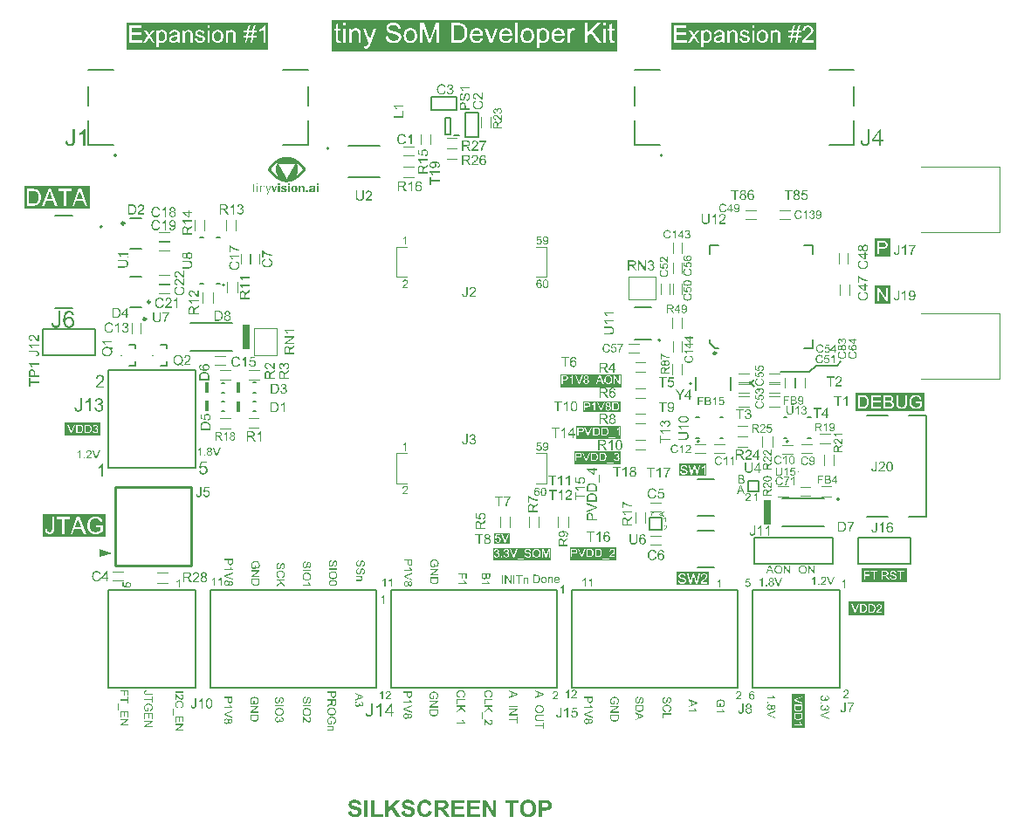
<source format=gto>
G04*
G04 #@! TF.GenerationSoftware,Altium Limited,Altium Designer,23.2.1 (34)*
G04*
G04 Layer_Color=65535*
%FSLAX25Y25*%
%MOIN*%
G70*
G04*
G04 #@! TF.SameCoordinates,387CD6D3-576D-47AB-95CD-A910FB3B32EF*
G04*
G04*
G04 #@! TF.FilePolarity,Positive*
G04*
G01*
G75*
%ADD10C,0.00500*%
%ADD11C,0.00787*%
%ADD12C,0.00984*%
%ADD13C,0.00394*%
%ADD14C,0.00472*%
%ADD15C,0.01000*%
%ADD16C,0.00600*%
%ADD17C,0.00787*%
%ADD18C,0.00800*%
%ADD19R,0.02630X0.09398*%
%ADD20R,0.01575X0.03937*%
G36*
X87282Y205547D02*
X87663D01*
Y205516D01*
X87917D01*
Y205484D01*
X88107D01*
Y205452D01*
X88266D01*
Y205421D01*
X88393D01*
Y205389D01*
X88520D01*
Y205357D01*
X88647D01*
Y205325D01*
X88774D01*
Y205294D01*
X88869D01*
Y205262D01*
X88964D01*
Y205230D01*
X89060D01*
Y205198D01*
X89155D01*
Y205167D01*
X89250D01*
Y205135D01*
X89313D01*
Y205103D01*
X89409D01*
Y205071D01*
X89472D01*
Y205040D01*
X89567D01*
Y205008D01*
X89631D01*
Y204976D01*
X89694D01*
Y204944D01*
X89758D01*
Y204913D01*
X89853D01*
Y204881D01*
X89916D01*
Y204849D01*
X89980D01*
Y204817D01*
X90043D01*
Y204786D01*
X90107D01*
Y204754D01*
X90139D01*
Y204722D01*
X90202D01*
Y204691D01*
X90266D01*
Y204659D01*
X90329D01*
Y204627D01*
X90393D01*
Y204595D01*
X90424D01*
Y204563D01*
X90488D01*
Y204532D01*
X90551D01*
Y204500D01*
X90583D01*
Y204468D01*
X90647D01*
Y204436D01*
X90710D01*
Y204405D01*
X90742D01*
Y204373D01*
X90805D01*
Y204341D01*
X90837D01*
Y204310D01*
X90900D01*
Y204278D01*
X90932D01*
Y204246D01*
X90996D01*
Y204214D01*
X91027D01*
Y204183D01*
X91091D01*
Y204151D01*
X91123D01*
Y204119D01*
X91186D01*
Y204087D01*
X91218D01*
Y204056D01*
X91250D01*
Y204024D01*
X91313D01*
Y203992D01*
X91345D01*
Y203960D01*
X91408D01*
Y203929D01*
X91440D01*
Y203897D01*
X91472D01*
Y203865D01*
X91504D01*
Y203833D01*
X91567D01*
Y203802D01*
X91599D01*
Y203770D01*
X91631D01*
Y203738D01*
X91694D01*
Y203706D01*
X91726D01*
Y203675D01*
X91758D01*
Y203643D01*
X91789D01*
Y203611D01*
X91821D01*
Y203579D01*
X91885D01*
Y203548D01*
X91916D01*
Y203516D01*
X91948D01*
Y203484D01*
X91980D01*
Y203452D01*
X92012D01*
Y203421D01*
X92043D01*
Y203389D01*
X92107D01*
Y203357D01*
X92138D01*
Y203326D01*
X92170D01*
Y203294D01*
X92202D01*
Y203262D01*
X92234D01*
Y203230D01*
X92265D01*
Y203199D01*
X92297D01*
Y203167D01*
X92329D01*
Y203135D01*
X92361D01*
Y203103D01*
X92392D01*
Y203072D01*
X92456D01*
Y203040D01*
X92488D01*
Y203008D01*
X92519D01*
Y202976D01*
X92551D01*
Y202945D01*
X92583D01*
Y202913D01*
X92615D01*
Y202881D01*
X92646D01*
Y202849D01*
X92678D01*
Y202818D01*
X92710D01*
Y202786D01*
X92742D01*
Y202754D01*
X92773D01*
Y202722D01*
X92805D01*
Y202691D01*
X92837D01*
Y202659D01*
X92869D01*
Y202627D01*
X92900D01*
Y202595D01*
X92932D01*
Y202564D01*
X92964D01*
Y202532D01*
X92996D01*
Y202500D01*
Y202468D01*
X93027D01*
Y202437D01*
X93059D01*
Y202405D01*
X93091D01*
Y202373D01*
X93123D01*
Y202342D01*
X93154D01*
Y202310D01*
X93186D01*
Y202278D01*
X93218D01*
Y202246D01*
X93249D01*
Y202215D01*
X93281D01*
Y202183D01*
X93313D01*
Y202151D01*
X93345D01*
Y202119D01*
Y202088D01*
X93376D01*
Y202056D01*
X93408D01*
Y202024D01*
X93440D01*
Y201992D01*
X93472D01*
Y201961D01*
X93503D01*
Y201929D01*
X93535D01*
Y201897D01*
X93567D01*
Y201865D01*
Y201834D01*
X93599D01*
Y201802D01*
X93630D01*
Y201770D01*
X93662D01*
Y201738D01*
X93694D01*
Y201707D01*
X93726D01*
Y201675D01*
X93757D01*
Y201643D01*
Y201611D01*
X93789D01*
Y201580D01*
X93821D01*
Y201548D01*
X93853D01*
Y201516D01*
X93884D01*
Y201484D01*
Y201453D01*
X93916D01*
Y201421D01*
X93948D01*
Y201389D01*
X93980D01*
Y201358D01*
X94011D01*
Y201326D01*
Y201294D01*
X94043D01*
Y201262D01*
X94075D01*
Y201231D01*
X94107D01*
Y201199D01*
X94138D01*
Y201167D01*
Y201135D01*
X94170D01*
Y201103D01*
X94202D01*
Y201072D01*
X94234D01*
Y201040D01*
X94265D01*
Y201008D01*
Y200977D01*
X94297D01*
Y200945D01*
X94329D01*
Y200913D01*
X94361D01*
Y200881D01*
Y200850D01*
X94392D01*
Y200818D01*
X94424D01*
Y200786D01*
Y200754D01*
X94392D01*
Y200723D01*
X94361D01*
Y200691D01*
Y200659D01*
X94329D01*
Y200627D01*
X94297D01*
Y200596D01*
Y200564D01*
X94265D01*
Y200532D01*
X94234D01*
Y200500D01*
Y200469D01*
X94202D01*
Y200437D01*
X94170D01*
Y200405D01*
X94138D01*
Y200373D01*
Y200342D01*
X94107D01*
Y200310D01*
X94075D01*
Y200278D01*
Y200247D01*
X94043D01*
Y200215D01*
X94011D01*
Y200183D01*
X93980D01*
Y200151D01*
X93948D01*
Y200119D01*
Y200088D01*
X93916D01*
Y200056D01*
X93884D01*
Y200024D01*
X93853D01*
Y199993D01*
Y199961D01*
X93821D01*
Y199929D01*
X93789D01*
Y199897D01*
X93757D01*
Y199866D01*
X93726D01*
Y199834D01*
Y199802D01*
X93694D01*
Y199770D01*
X93662D01*
Y199739D01*
X93630D01*
Y199707D01*
X93599D01*
Y199675D01*
X93567D01*
Y199643D01*
Y199612D01*
X93535D01*
Y199580D01*
X93503D01*
Y199548D01*
X93472D01*
Y199516D01*
X93440D01*
Y199485D01*
X93408D01*
Y199453D01*
X93376D01*
Y199421D01*
X93345D01*
Y199389D01*
Y199358D01*
X93313D01*
Y199326D01*
X93281D01*
Y199294D01*
X93249D01*
Y199262D01*
X93218D01*
Y199231D01*
X93186D01*
Y199199D01*
X93154D01*
Y199167D01*
X93123D01*
Y199135D01*
X93091D01*
Y199104D01*
X93059D01*
Y199072D01*
X93027D01*
Y199040D01*
X92996D01*
Y199009D01*
X92964D01*
Y198977D01*
X92932D01*
Y198945D01*
X92900D01*
Y198913D01*
X92869D01*
Y198881D01*
Y198850D01*
X92837D01*
Y198818D01*
X92805D01*
Y198786D01*
X92773D01*
Y198755D01*
X92742D01*
Y198723D01*
X92710D01*
Y198691D01*
X92646D01*
Y198659D01*
X92615D01*
Y198628D01*
X92583D01*
Y198596D01*
X92551D01*
Y198564D01*
X92519D01*
Y198532D01*
X92488D01*
Y198501D01*
X92456D01*
Y198469D01*
X92424D01*
Y198437D01*
X92392D01*
Y198405D01*
X92361D01*
Y198374D01*
X92329D01*
Y198342D01*
X92297D01*
Y198310D01*
X92265D01*
Y198278D01*
X92234D01*
Y198247D01*
X92170D01*
Y198215D01*
X92138D01*
Y198183D01*
X92107D01*
Y198151D01*
X92075D01*
Y198120D01*
X92043D01*
Y198088D01*
X92012D01*
Y198056D01*
X91948D01*
Y198024D01*
X91916D01*
Y197993D01*
X91885D01*
Y197961D01*
X91853D01*
Y197929D01*
X91821D01*
Y197898D01*
X91758D01*
Y197866D01*
X91726D01*
Y197834D01*
X91694D01*
Y197802D01*
X91662D01*
Y197771D01*
X91599D01*
Y197739D01*
X91567D01*
Y197707D01*
X91535D01*
Y197675D01*
X91472D01*
Y197643D01*
X91440D01*
Y197612D01*
X91408D01*
Y197580D01*
X91345D01*
Y197548D01*
X91313D01*
Y197517D01*
X91281D01*
Y197485D01*
X91218D01*
Y197453D01*
X91186D01*
Y197421D01*
X91123D01*
Y197390D01*
X91091D01*
Y197358D01*
X91059D01*
Y197326D01*
X90996D01*
Y197294D01*
X90964D01*
Y197263D01*
X90900D01*
Y197231D01*
X90869D01*
Y197199D01*
X90805D01*
Y197167D01*
X90774D01*
Y197136D01*
X90710D01*
Y197104D01*
X90647D01*
Y197072D01*
X90615D01*
Y197040D01*
X90551D01*
Y197009D01*
X90488D01*
Y196977D01*
X90456D01*
Y196945D01*
X90393D01*
Y196914D01*
X90329D01*
Y196882D01*
X90266D01*
Y196850D01*
X90234D01*
Y196818D01*
X90171D01*
Y196786D01*
X90107D01*
Y196755D01*
X90043D01*
Y196723D01*
X89980D01*
Y196691D01*
X89916D01*
Y196660D01*
X89853D01*
Y196628D01*
X89790D01*
Y196596D01*
X89726D01*
Y196564D01*
X89663D01*
Y196532D01*
X89567D01*
Y196501D01*
X89504D01*
Y196469D01*
X89440D01*
Y196437D01*
X89345D01*
Y196406D01*
X89282D01*
Y196374D01*
X89186D01*
Y196342D01*
X89123D01*
Y196310D01*
X89028D01*
Y196279D01*
X88933D01*
Y196247D01*
X88837D01*
Y196215D01*
X88742D01*
Y196183D01*
X88615D01*
Y196152D01*
X88520D01*
Y196120D01*
X88393D01*
Y196088D01*
X88266D01*
Y196056D01*
X88107D01*
Y196025D01*
X87949D01*
Y195993D01*
X87726D01*
Y195961D01*
X87472D01*
Y195929D01*
X87028D01*
Y195898D01*
X86679D01*
Y195929D01*
X86234D01*
Y195961D01*
X85980D01*
Y195993D01*
X85790D01*
Y196025D01*
X85631D01*
Y196056D01*
X85473D01*
Y196088D01*
X85346D01*
Y196120D01*
X85219D01*
Y196152D01*
X85123D01*
Y196183D01*
X85028D01*
Y196215D01*
X84933D01*
Y196247D01*
X84838D01*
Y196279D01*
X84742D01*
Y196310D01*
X84647D01*
Y196342D01*
X84584D01*
Y196374D01*
X84488D01*
Y196406D01*
X84425D01*
Y196437D01*
X84330D01*
Y196469D01*
X84266D01*
Y196501D01*
X84203D01*
Y196532D01*
X84139D01*
Y196564D01*
X84076D01*
Y196596D01*
X84012D01*
Y196628D01*
X83949D01*
Y196660D01*
X83885D01*
Y196691D01*
X83822D01*
Y196723D01*
X83758D01*
Y196755D01*
X83695D01*
Y196786D01*
X83631D01*
Y196818D01*
X83600D01*
Y196850D01*
X83536D01*
Y196882D01*
X83473D01*
Y196914D01*
X83441D01*
Y196945D01*
X83377D01*
Y196977D01*
X83314D01*
Y197009D01*
X83282D01*
Y197040D01*
X83219D01*
Y197072D01*
X83187D01*
Y197104D01*
X83124D01*
Y197136D01*
X83092D01*
Y197167D01*
X83028D01*
Y197199D01*
X82997D01*
Y197231D01*
X82965D01*
Y197263D01*
X82901D01*
Y197294D01*
X82870D01*
Y197326D01*
X82806D01*
Y197358D01*
X82774D01*
Y197390D01*
X82743D01*
Y197421D01*
X82679D01*
Y197453D01*
X82647D01*
Y197485D01*
X82616D01*
Y197517D01*
X82552D01*
Y197548D01*
X82520D01*
Y197580D01*
X82489D01*
Y197612D01*
X82457D01*
Y197643D01*
X82393D01*
Y197675D01*
X82362D01*
Y197707D01*
X82330D01*
Y197739D01*
X82298D01*
Y197771D01*
X82266D01*
Y197802D01*
X82235D01*
Y197834D01*
X82171D01*
Y197866D01*
X82139D01*
Y197898D01*
X82108D01*
Y197929D01*
X82076D01*
Y197961D01*
X82044D01*
Y197993D01*
X82012D01*
Y198024D01*
X81981D01*
Y198056D01*
X81949D01*
Y198088D01*
X81886D01*
Y198120D01*
X81854D01*
Y198151D01*
X81822D01*
Y198183D01*
X81790D01*
Y198215D01*
X81759D01*
Y198247D01*
X81727D01*
Y198278D01*
X81695D01*
Y198310D01*
X81663D01*
Y198342D01*
X81632D01*
Y198374D01*
X81600D01*
Y198405D01*
X81568D01*
Y198437D01*
X81536D01*
Y198469D01*
X81505D01*
Y198501D01*
X81473D01*
Y198532D01*
X81441D01*
Y198564D01*
X81409D01*
Y198596D01*
X81378D01*
Y198628D01*
X81346D01*
Y198659D01*
X81314D01*
Y198691D01*
X81283D01*
Y198723D01*
X81251D01*
Y198755D01*
Y198786D01*
X81219D01*
Y198818D01*
X81187D01*
Y198850D01*
X81156D01*
Y198881D01*
X81124D01*
Y198913D01*
X81092D01*
Y198945D01*
X81060D01*
Y198977D01*
X81028D01*
Y199009D01*
X80997D01*
Y199040D01*
X80965D01*
Y199072D01*
Y199104D01*
X80933D01*
Y199135D01*
X80901D01*
Y199167D01*
X80870D01*
Y199199D01*
X80838D01*
Y199231D01*
X80806D01*
Y199262D01*
X80775D01*
Y199294D01*
Y199326D01*
X80743D01*
Y199358D01*
X80711D01*
Y199389D01*
X80679D01*
Y199421D01*
X80648D01*
Y199453D01*
X80616D01*
Y199485D01*
Y199516D01*
X80584D01*
Y199548D01*
X80552D01*
Y199580D01*
X80521D01*
Y199612D01*
X80489D01*
Y199643D01*
Y199675D01*
X80457D01*
Y199707D01*
X80425D01*
Y199739D01*
X80394D01*
Y199770D01*
X80362D01*
Y199802D01*
Y199834D01*
X80330D01*
Y199866D01*
X80298D01*
Y199897D01*
X80267D01*
Y199929D01*
Y199961D01*
X80235D01*
Y199993D01*
X80203D01*
Y200024D01*
X80172D01*
Y200056D01*
Y200088D01*
X80140D01*
Y200119D01*
X80108D01*
Y200151D01*
X80076D01*
Y200183D01*
Y200215D01*
X80045D01*
Y200247D01*
X80013D01*
Y200278D01*
X79981D01*
Y200310D01*
Y200342D01*
X79949D01*
Y200373D01*
X79918D01*
Y200405D01*
Y200437D01*
X79886D01*
Y200469D01*
X79854D01*
Y200500D01*
X79822D01*
Y200532D01*
Y200564D01*
X79791D01*
Y200596D01*
X79759D01*
Y200627D01*
Y200659D01*
X79727D01*
Y200691D01*
X79695D01*
Y200723D01*
X79664D01*
Y200754D01*
Y200786D01*
X79695D01*
Y200818D01*
X79727D01*
Y200850D01*
Y200881D01*
X79759D01*
Y200913D01*
Y200945D01*
X79791D01*
Y200977D01*
X79822D01*
Y201008D01*
Y201040D01*
X79854D01*
Y201072D01*
X79886D01*
Y201103D01*
Y201135D01*
X79918D01*
Y201167D01*
X79949D01*
Y201199D01*
Y201231D01*
X79981D01*
Y201262D01*
X80013D01*
Y201294D01*
Y201326D01*
X80045D01*
Y201358D01*
X80076D01*
Y201389D01*
X80108D01*
Y201421D01*
Y201453D01*
X80140D01*
Y201484D01*
X80172D01*
Y201516D01*
X80203D01*
Y201548D01*
Y201580D01*
X80235D01*
Y201611D01*
X80267D01*
Y201643D01*
X80298D01*
Y201675D01*
Y201707D01*
X80330D01*
Y201738D01*
X80362D01*
Y201770D01*
X80394D01*
Y201802D01*
Y201834D01*
X80425D01*
Y201865D01*
X80457D01*
Y201897D01*
X80489D01*
Y201929D01*
X80521D01*
Y201961D01*
X80552D01*
Y201992D01*
Y202024D01*
X80584D01*
Y202056D01*
X80616D01*
Y202088D01*
X80648D01*
Y202119D01*
X80679D01*
Y202151D01*
X80711D01*
Y202183D01*
Y202215D01*
X80743D01*
Y202246D01*
X80775D01*
Y202278D01*
X80806D01*
Y202310D01*
X80838D01*
Y202342D01*
X80870D01*
Y202373D01*
X80901D01*
Y202405D01*
X80933D01*
Y202437D01*
Y202468D01*
X80965D01*
Y202500D01*
X80997D01*
Y202532D01*
X81028D01*
Y202564D01*
X81060D01*
Y202595D01*
X81092D01*
Y202627D01*
X81124D01*
Y202659D01*
X81156D01*
Y202691D01*
X81187D01*
Y202722D01*
X81219D01*
Y202754D01*
X81251D01*
Y202786D01*
X81283D01*
Y202818D01*
X81314D01*
Y202849D01*
X81346D01*
Y202881D01*
X81378D01*
Y202913D01*
X81409D01*
Y202945D01*
X81441D01*
Y202976D01*
X81473D01*
Y203008D01*
X81505D01*
Y203040D01*
X81536D01*
Y203072D01*
X81568D01*
Y203103D01*
X81600D01*
Y203135D01*
X81632D01*
Y203167D01*
X81663D01*
Y203199D01*
X81695D01*
Y203230D01*
X81727D01*
Y203262D01*
X81759D01*
Y203294D01*
X81790D01*
Y203326D01*
X81854D01*
Y203357D01*
X81886D01*
Y203389D01*
X81917D01*
Y203421D01*
X81949D01*
Y203452D01*
X81981D01*
Y203484D01*
X82012D01*
Y203516D01*
X82044D01*
Y203548D01*
X82108D01*
Y203579D01*
X82139D01*
Y203611D01*
X82171D01*
Y203643D01*
X82203D01*
Y203675D01*
X82235D01*
Y203706D01*
X82298D01*
Y203738D01*
X82330D01*
Y203770D01*
X82362D01*
Y203802D01*
X82393D01*
Y203833D01*
X82457D01*
Y203865D01*
X82489D01*
Y203897D01*
X82520D01*
Y203929D01*
X82584D01*
Y203960D01*
X82616D01*
Y203992D01*
X82647D01*
Y204024D01*
X82711D01*
Y204056D01*
X82743D01*
Y204087D01*
X82774D01*
Y204119D01*
X82838D01*
Y204151D01*
X82870D01*
Y204183D01*
X82933D01*
Y204214D01*
X82965D01*
Y204246D01*
X83028D01*
Y204278D01*
X83060D01*
Y204310D01*
X83124D01*
Y204341D01*
X83155D01*
Y204373D01*
X83219D01*
Y204405D01*
X83250D01*
Y204436D01*
X83314D01*
Y204468D01*
X83346D01*
Y204500D01*
X83409D01*
Y204532D01*
X83473D01*
Y204563D01*
X83536D01*
Y204595D01*
X83568D01*
Y204627D01*
X83631D01*
Y204659D01*
X83695D01*
Y204691D01*
X83758D01*
Y204722D01*
X83822D01*
Y204754D01*
X83854D01*
Y204786D01*
X83917D01*
Y204817D01*
X83981D01*
Y204849D01*
X84044D01*
Y204881D01*
X84139D01*
Y204913D01*
X84203D01*
Y204944D01*
X84266D01*
Y204976D01*
X84330D01*
Y205008D01*
X84393D01*
Y205040D01*
X84488D01*
Y205071D01*
X84552D01*
Y205103D01*
X84647D01*
Y205135D01*
X84711D01*
Y205167D01*
X84806D01*
Y205198D01*
X84901D01*
Y205230D01*
X84996D01*
Y205262D01*
X85092D01*
Y205294D01*
X85187D01*
Y205325D01*
X85314D01*
Y205357D01*
X85441D01*
Y205389D01*
X85568D01*
Y205421D01*
X85695D01*
Y205452D01*
X85885D01*
Y205484D01*
X86076D01*
Y205516D01*
X86298D01*
Y205547D01*
X86679D01*
Y205579D01*
X87282D01*
Y205547D01*
D02*
G37*
G36*
X75934Y195430D02*
Y195415D01*
Y195401D01*
Y195386D01*
Y195371D01*
Y195357D01*
Y195342D01*
Y195328D01*
Y195313D01*
Y195298D01*
Y195284D01*
Y195269D01*
Y195255D01*
Y195240D01*
Y195225D01*
Y195211D01*
Y195196D01*
Y195182D01*
Y195167D01*
Y195152D01*
Y195138D01*
Y195123D01*
Y195108D01*
Y195094D01*
X75585D01*
Y195108D01*
Y195123D01*
Y195138D01*
Y195152D01*
Y195167D01*
Y195182D01*
Y195196D01*
Y195211D01*
Y195225D01*
Y195240D01*
Y195255D01*
Y195269D01*
Y195284D01*
Y195298D01*
Y195313D01*
Y195328D01*
Y195342D01*
Y195357D01*
Y195371D01*
Y195386D01*
Y195401D01*
Y195415D01*
Y195430D01*
Y195445D01*
X75934D01*
Y195430D01*
D02*
G37*
G36*
X99201Y195503D02*
Y195488D01*
Y195474D01*
Y195459D01*
Y195445D01*
Y195430D01*
Y195415D01*
Y195401D01*
Y195386D01*
Y195371D01*
Y195357D01*
Y195342D01*
Y195328D01*
Y195313D01*
Y195298D01*
Y195284D01*
Y195269D01*
Y195255D01*
Y195240D01*
Y195225D01*
Y195211D01*
Y195196D01*
Y195182D01*
Y195167D01*
Y195152D01*
Y195138D01*
Y195123D01*
Y195108D01*
Y195094D01*
Y195079D01*
Y195065D01*
Y195050D01*
Y195035D01*
Y195021D01*
Y195006D01*
Y194992D01*
Y194977D01*
Y194962D01*
Y194948D01*
Y194933D01*
Y194918D01*
Y194904D01*
Y194889D01*
Y194875D01*
Y194860D01*
Y194845D01*
Y194831D01*
Y194816D01*
Y194801D01*
Y194787D01*
Y194772D01*
X98457D01*
Y194787D01*
Y194801D01*
Y194816D01*
Y194831D01*
Y194845D01*
Y194860D01*
Y194875D01*
Y194889D01*
Y194904D01*
Y194918D01*
Y194933D01*
Y194948D01*
Y194962D01*
Y194977D01*
Y194992D01*
Y195006D01*
Y195021D01*
Y195035D01*
Y195050D01*
Y195065D01*
Y195079D01*
Y195094D01*
Y195108D01*
Y195123D01*
Y195138D01*
Y195152D01*
Y195167D01*
Y195182D01*
Y195196D01*
Y195211D01*
Y195225D01*
Y195240D01*
Y195255D01*
Y195269D01*
Y195284D01*
Y195298D01*
Y195313D01*
Y195328D01*
Y195342D01*
Y195357D01*
Y195371D01*
Y195386D01*
Y195401D01*
Y195415D01*
Y195430D01*
Y195445D01*
Y195459D01*
Y195474D01*
Y195488D01*
Y195503D01*
Y195518D01*
X99201D01*
Y195503D01*
D02*
G37*
G36*
X88168D02*
Y195488D01*
Y195474D01*
Y195459D01*
Y195445D01*
Y195430D01*
Y195415D01*
Y195401D01*
Y195386D01*
Y195371D01*
Y195357D01*
Y195342D01*
Y195328D01*
Y195313D01*
Y195298D01*
Y195284D01*
Y195269D01*
Y195255D01*
Y195240D01*
Y195225D01*
Y195211D01*
Y195196D01*
Y195182D01*
Y195167D01*
Y195152D01*
Y195138D01*
Y195123D01*
Y195108D01*
Y195094D01*
Y195079D01*
Y195065D01*
Y195050D01*
Y195035D01*
Y195021D01*
Y195006D01*
Y194992D01*
Y194977D01*
Y194962D01*
Y194948D01*
Y194933D01*
Y194918D01*
Y194904D01*
Y194889D01*
Y194875D01*
Y194860D01*
Y194845D01*
Y194831D01*
Y194816D01*
Y194801D01*
Y194787D01*
Y194772D01*
X87437D01*
Y194787D01*
Y194801D01*
Y194816D01*
Y194831D01*
Y194845D01*
Y194860D01*
Y194875D01*
Y194889D01*
Y194904D01*
Y194918D01*
Y194933D01*
Y194948D01*
Y194962D01*
Y194977D01*
Y194992D01*
Y195006D01*
Y195021D01*
Y195035D01*
Y195050D01*
Y195065D01*
Y195079D01*
Y195094D01*
Y195108D01*
Y195123D01*
Y195138D01*
Y195152D01*
Y195167D01*
Y195182D01*
Y195196D01*
Y195211D01*
Y195225D01*
Y195240D01*
Y195255D01*
Y195269D01*
Y195284D01*
Y195298D01*
Y195313D01*
Y195328D01*
Y195342D01*
Y195357D01*
Y195371D01*
Y195386D01*
Y195401D01*
Y195415D01*
Y195430D01*
Y195445D01*
Y195459D01*
Y195474D01*
Y195488D01*
Y195503D01*
Y195518D01*
X88168D01*
Y195503D01*
D02*
G37*
G36*
X84383D02*
Y195488D01*
Y195474D01*
Y195459D01*
Y195445D01*
Y195430D01*
Y195415D01*
Y195401D01*
Y195386D01*
Y195371D01*
Y195357D01*
Y195342D01*
Y195328D01*
Y195313D01*
Y195298D01*
Y195284D01*
Y195269D01*
Y195255D01*
Y195240D01*
Y195225D01*
Y195211D01*
Y195196D01*
Y195182D01*
Y195167D01*
Y195152D01*
Y195138D01*
Y195123D01*
Y195108D01*
Y195094D01*
Y195079D01*
Y195065D01*
Y195050D01*
Y195035D01*
Y195021D01*
Y195006D01*
Y194992D01*
Y194977D01*
Y194962D01*
Y194948D01*
Y194933D01*
Y194918D01*
Y194904D01*
Y194889D01*
Y194875D01*
Y194860D01*
Y194845D01*
Y194831D01*
Y194816D01*
Y194801D01*
Y194787D01*
Y194772D01*
X83652D01*
Y194787D01*
Y194801D01*
Y194816D01*
Y194831D01*
Y194845D01*
Y194860D01*
Y194875D01*
Y194889D01*
Y194904D01*
Y194918D01*
Y194933D01*
Y194948D01*
Y194962D01*
Y194977D01*
Y194992D01*
Y195006D01*
Y195021D01*
Y195035D01*
Y195050D01*
Y195065D01*
Y195079D01*
Y195094D01*
Y195108D01*
Y195123D01*
Y195138D01*
Y195152D01*
Y195167D01*
Y195182D01*
Y195196D01*
Y195211D01*
Y195225D01*
Y195240D01*
Y195255D01*
Y195269D01*
Y195284D01*
Y195298D01*
Y195313D01*
Y195328D01*
Y195342D01*
Y195357D01*
Y195371D01*
Y195386D01*
Y195401D01*
Y195415D01*
Y195430D01*
Y195445D01*
Y195459D01*
Y195474D01*
Y195488D01*
Y195503D01*
Y195518D01*
X84383D01*
Y195503D01*
D02*
G37*
G36*
X93020Y194597D02*
X93151D01*
Y194582D01*
X93225D01*
Y194568D01*
X93268D01*
Y194553D01*
X93312D01*
Y194538D01*
X93341D01*
Y194524D01*
X93371D01*
Y194509D01*
X93400D01*
Y194495D01*
X93429D01*
Y194480D01*
X93444D01*
Y194465D01*
X93472D01*
Y194451D01*
X93487D01*
Y194436D01*
X93502D01*
Y194422D01*
X93516D01*
Y194407D01*
X93532D01*
Y194392D01*
X93545D01*
Y194378D01*
X93560D01*
Y194363D01*
X93575D01*
Y194348D01*
X93589D01*
Y194334D01*
X93590D01*
Y194319D01*
X93605D01*
Y194305D01*
X93618D01*
Y194290D01*
X93619D01*
Y194275D01*
X93634D01*
Y194261D01*
Y194246D01*
X93649D01*
Y194231D01*
X93648D01*
Y194217D01*
X93663D01*
Y194202D01*
Y194188D01*
Y194173D01*
X93677D01*
Y194158D01*
X93678D01*
Y194144D01*
Y194129D01*
X93691D01*
Y194115D01*
Y194100D01*
Y194085D01*
Y194071D01*
X93707D01*
Y194056D01*
Y194042D01*
Y194027D01*
Y194012D01*
X93706D01*
Y193998D01*
X93722D01*
Y193983D01*
X93721D01*
Y193968D01*
X93722D01*
Y193954D01*
X93721D01*
Y193939D01*
X93722D01*
Y193925D01*
X93721D01*
Y193910D01*
Y193895D01*
Y193881D01*
X93736D01*
Y193866D01*
X93735D01*
Y193851D01*
Y193837D01*
X93736D01*
Y193822D01*
Y193808D01*
Y193793D01*
X93735D01*
Y193778D01*
Y193764D01*
Y193749D01*
Y193735D01*
Y193720D01*
Y193705D01*
Y193691D01*
Y193676D01*
X93736D01*
Y193661D01*
Y193647D01*
Y193632D01*
Y193618D01*
Y193603D01*
Y193588D01*
Y193574D01*
Y193559D01*
Y193545D01*
Y193530D01*
Y193515D01*
Y193501D01*
Y193486D01*
Y193472D01*
Y193457D01*
Y193442D01*
Y193428D01*
Y193413D01*
Y193398D01*
Y193384D01*
Y193369D01*
Y193355D01*
Y193340D01*
Y193325D01*
Y193311D01*
Y193296D01*
Y193281D01*
Y193267D01*
Y193252D01*
Y193238D01*
Y193223D01*
Y193209D01*
Y193194D01*
Y193179D01*
Y193165D01*
Y193150D01*
Y193135D01*
Y193121D01*
Y193106D01*
Y193092D01*
Y193077D01*
Y193062D01*
Y193048D01*
Y193033D01*
Y193018D01*
Y193004D01*
Y192989D01*
Y192975D01*
Y192960D01*
Y192945D01*
Y192931D01*
Y192916D01*
Y192902D01*
Y192887D01*
Y192872D01*
Y192858D01*
Y192843D01*
Y192829D01*
Y192814D01*
Y192799D01*
Y192785D01*
Y192770D01*
Y192755D01*
Y192741D01*
Y192726D01*
Y192712D01*
Y192697D01*
Y192682D01*
Y192668D01*
Y192653D01*
Y192639D01*
Y192624D01*
Y192609D01*
Y192595D01*
Y192580D01*
Y192565D01*
Y192551D01*
Y192536D01*
Y192522D01*
Y192507D01*
Y192492D01*
Y192478D01*
Y192463D01*
Y192448D01*
Y192434D01*
Y192419D01*
Y192405D01*
Y192390D01*
Y192375D01*
Y192361D01*
Y192346D01*
Y192332D01*
Y192317D01*
Y192302D01*
Y192288D01*
Y192273D01*
Y192259D01*
Y192244D01*
Y192229D01*
Y192215D01*
Y192200D01*
Y192185D01*
Y192171D01*
Y192156D01*
Y192142D01*
Y192127D01*
Y192112D01*
Y192098D01*
Y192083D01*
Y192069D01*
Y192054D01*
Y192039D01*
Y192025D01*
X93006D01*
Y192039D01*
Y192054D01*
Y192069D01*
Y192083D01*
Y192098D01*
Y192112D01*
Y192127D01*
Y192142D01*
Y192156D01*
Y192171D01*
Y192185D01*
Y192200D01*
Y192215D01*
Y192229D01*
Y192244D01*
Y192259D01*
Y192273D01*
Y192288D01*
Y192302D01*
Y192317D01*
Y192332D01*
Y192346D01*
Y192361D01*
Y192375D01*
Y192390D01*
Y192405D01*
Y192419D01*
Y192434D01*
Y192448D01*
Y192463D01*
Y192478D01*
Y192492D01*
Y192507D01*
Y192522D01*
Y192536D01*
Y192551D01*
Y192565D01*
Y192580D01*
Y192595D01*
Y192609D01*
Y192624D01*
Y192639D01*
Y192653D01*
Y192668D01*
Y192682D01*
Y192697D01*
Y192712D01*
Y192726D01*
Y192741D01*
Y192755D01*
Y192770D01*
Y192785D01*
Y192799D01*
Y192814D01*
Y192829D01*
Y192843D01*
Y192858D01*
Y192872D01*
Y192887D01*
Y192902D01*
Y192916D01*
Y192931D01*
Y192945D01*
Y192960D01*
Y192975D01*
Y192989D01*
Y193004D01*
Y193018D01*
Y193033D01*
Y193048D01*
Y193062D01*
Y193077D01*
Y193092D01*
Y193106D01*
Y193121D01*
Y193135D01*
Y193150D01*
Y193165D01*
Y193179D01*
Y193194D01*
Y193209D01*
Y193223D01*
Y193238D01*
Y193252D01*
Y193267D01*
Y193281D01*
Y193296D01*
Y193311D01*
Y193325D01*
Y193340D01*
Y193355D01*
Y193369D01*
Y193384D01*
Y193398D01*
Y193413D01*
Y193428D01*
Y193442D01*
Y193457D01*
Y193472D01*
Y193486D01*
Y193501D01*
Y193515D01*
Y193530D01*
Y193545D01*
Y193559D01*
Y193574D01*
Y193588D01*
Y193603D01*
Y193618D01*
Y193632D01*
Y193647D01*
Y193661D01*
Y193676D01*
X92991D01*
Y193691D01*
Y193705D01*
Y193720D01*
Y193735D01*
Y193749D01*
Y193764D01*
Y193778D01*
Y193793D01*
X92976D01*
Y193808D01*
Y193822D01*
Y193837D01*
X92962D01*
Y193851D01*
Y193866D01*
X92947D01*
Y193881D01*
Y193895D01*
X92932D01*
Y193910D01*
Y193925D01*
X92918D01*
Y193939D01*
X92903D01*
Y193954D01*
X92889D01*
Y193968D01*
X92874D01*
Y193983D01*
X92845D01*
Y193998D01*
X92816D01*
Y194012D01*
X92786D01*
Y194027D01*
X92567D01*
Y194012D01*
X92522D01*
Y193998D01*
X92494D01*
Y193983D01*
X92478D01*
Y193968D01*
X92449D01*
Y193954D01*
X92436D01*
Y193939D01*
X92421D01*
Y193925D01*
X92405D01*
Y193910D01*
X92392D01*
Y193895D01*
Y193881D01*
X92376D01*
Y193866D01*
X92362D01*
Y193851D01*
Y193837D01*
X92348D01*
Y193822D01*
Y193808D01*
X92332D01*
Y193793D01*
Y193778D01*
Y193764D01*
X92319D01*
Y193749D01*
Y193735D01*
Y193720D01*
X92303D01*
Y193705D01*
Y193691D01*
Y193676D01*
Y193661D01*
Y193647D01*
X92289D01*
Y193632D01*
Y193618D01*
Y193603D01*
Y193588D01*
Y193574D01*
Y193559D01*
Y193545D01*
Y193530D01*
Y193515D01*
Y193501D01*
X92275D01*
Y193486D01*
Y193472D01*
Y193457D01*
Y193442D01*
Y193428D01*
Y193413D01*
Y193398D01*
Y193384D01*
Y193369D01*
Y193355D01*
Y193340D01*
Y193325D01*
Y193311D01*
Y193296D01*
Y193281D01*
Y193267D01*
Y193252D01*
Y193238D01*
Y193223D01*
Y193209D01*
Y193194D01*
Y193179D01*
Y193165D01*
Y193150D01*
Y193135D01*
Y193121D01*
Y193106D01*
Y193092D01*
Y193077D01*
Y193062D01*
Y193048D01*
Y193033D01*
Y193018D01*
Y193004D01*
Y192989D01*
Y192975D01*
Y192960D01*
Y192945D01*
Y192931D01*
Y192916D01*
Y192902D01*
Y192887D01*
Y192872D01*
Y192858D01*
Y192843D01*
Y192829D01*
Y192814D01*
Y192799D01*
Y192785D01*
Y192770D01*
Y192755D01*
Y192741D01*
Y192726D01*
Y192712D01*
Y192697D01*
Y192682D01*
Y192668D01*
Y192653D01*
Y192639D01*
Y192624D01*
Y192609D01*
Y192595D01*
Y192580D01*
Y192565D01*
Y192551D01*
Y192536D01*
Y192522D01*
Y192507D01*
Y192492D01*
Y192478D01*
Y192463D01*
Y192448D01*
Y192434D01*
Y192419D01*
Y192405D01*
Y192390D01*
Y192375D01*
Y192361D01*
Y192346D01*
Y192332D01*
Y192317D01*
Y192302D01*
Y192288D01*
Y192273D01*
Y192259D01*
Y192244D01*
Y192229D01*
Y192215D01*
Y192200D01*
Y192185D01*
Y192171D01*
Y192156D01*
Y192142D01*
Y192127D01*
Y192112D01*
Y192098D01*
Y192083D01*
Y192069D01*
Y192054D01*
Y192039D01*
Y192025D01*
X91544D01*
Y192039D01*
Y192054D01*
Y192069D01*
Y192083D01*
Y192098D01*
Y192112D01*
Y192127D01*
Y192142D01*
Y192156D01*
Y192171D01*
Y192185D01*
Y192200D01*
Y192215D01*
Y192229D01*
Y192244D01*
Y192259D01*
Y192273D01*
Y192288D01*
Y192302D01*
Y192317D01*
Y192332D01*
Y192346D01*
Y192361D01*
Y192375D01*
Y192390D01*
Y192405D01*
Y192419D01*
Y192434D01*
Y192448D01*
Y192463D01*
Y192478D01*
Y192492D01*
Y192507D01*
Y192522D01*
Y192536D01*
Y192551D01*
Y192565D01*
Y192580D01*
Y192595D01*
Y192609D01*
Y192624D01*
Y192639D01*
Y192653D01*
Y192668D01*
Y192682D01*
Y192697D01*
Y192712D01*
Y192726D01*
Y192741D01*
Y192755D01*
Y192770D01*
Y192785D01*
Y192799D01*
Y192814D01*
Y192829D01*
Y192843D01*
Y192858D01*
Y192872D01*
Y192887D01*
Y192902D01*
Y192916D01*
Y192931D01*
Y192945D01*
Y192960D01*
Y192975D01*
Y192989D01*
Y193004D01*
Y193018D01*
Y193033D01*
Y193048D01*
Y193062D01*
Y193077D01*
Y193092D01*
Y193106D01*
Y193121D01*
Y193135D01*
Y193150D01*
Y193165D01*
Y193179D01*
Y193194D01*
Y193209D01*
Y193223D01*
Y193238D01*
Y193252D01*
Y193267D01*
Y193281D01*
Y193296D01*
Y193311D01*
Y193325D01*
Y193340D01*
Y193355D01*
Y193369D01*
Y193384D01*
Y193398D01*
Y193413D01*
Y193428D01*
Y193442D01*
Y193457D01*
Y193472D01*
Y193486D01*
Y193501D01*
Y193515D01*
Y193530D01*
Y193545D01*
Y193559D01*
Y193574D01*
Y193588D01*
Y193603D01*
Y193618D01*
Y193632D01*
Y193647D01*
Y193661D01*
Y193676D01*
Y193691D01*
Y193705D01*
Y193720D01*
Y193735D01*
Y193749D01*
Y193764D01*
Y193778D01*
Y193793D01*
Y193808D01*
Y193822D01*
Y193837D01*
Y193851D01*
Y193866D01*
Y193881D01*
Y193895D01*
Y193910D01*
Y193925D01*
Y193939D01*
Y193954D01*
Y193968D01*
Y193983D01*
Y193998D01*
Y194012D01*
Y194027D01*
Y194042D01*
Y194056D01*
Y194071D01*
Y194085D01*
Y194100D01*
Y194115D01*
Y194129D01*
Y194144D01*
Y194158D01*
Y194173D01*
Y194188D01*
Y194202D01*
Y194217D01*
Y194231D01*
Y194246D01*
Y194261D01*
Y194275D01*
Y194290D01*
Y194305D01*
Y194319D01*
Y194334D01*
Y194348D01*
Y194363D01*
Y194378D01*
Y194392D01*
Y194407D01*
Y194422D01*
Y194436D01*
Y194451D01*
Y194465D01*
Y194480D01*
Y194495D01*
Y194509D01*
Y194524D01*
Y194538D01*
Y194553D01*
X92230D01*
Y194538D01*
Y194524D01*
Y194509D01*
Y194495D01*
Y194480D01*
Y194465D01*
Y194451D01*
Y194436D01*
Y194422D01*
Y194407D01*
Y194392D01*
Y194378D01*
Y194363D01*
Y194348D01*
Y194334D01*
Y194319D01*
Y194305D01*
Y194290D01*
Y194275D01*
Y194261D01*
Y194246D01*
Y194231D01*
Y194217D01*
Y194202D01*
Y194188D01*
Y194173D01*
Y194158D01*
Y194144D01*
Y194129D01*
X92246D01*
Y194144D01*
Y194158D01*
X92260D01*
Y194173D01*
X92275D01*
Y194188D01*
Y194202D01*
X92289D01*
Y194217D01*
Y194231D01*
X92304D01*
Y194246D01*
X92319D01*
Y194261D01*
Y194275D01*
X92333D01*
Y194290D01*
X92348D01*
Y194305D01*
X92362D01*
Y194319D01*
Y194334D01*
X92377D01*
Y194348D01*
X92392D01*
Y194363D01*
X92406D01*
Y194378D01*
X92421D01*
Y194392D01*
X92436D01*
Y194407D01*
X92450D01*
Y194422D01*
X92465D01*
Y194436D01*
X92479D01*
Y194451D01*
X92494D01*
Y194465D01*
X92509D01*
Y194480D01*
X92523D01*
Y194495D01*
X92553D01*
Y194509D01*
X92567D01*
Y194524D01*
X92596D01*
Y194538D01*
X92625D01*
Y194553D01*
X92669D01*
Y194568D01*
X92713D01*
Y194582D01*
X92772D01*
Y194597D01*
X92903D01*
Y194612D01*
X93020D01*
Y194597D01*
D02*
G37*
G36*
X77967Y194612D02*
X78055D01*
Y194597D01*
X78113D01*
Y194582D01*
X78157D01*
Y194568D01*
X78200D01*
Y194553D01*
X78230D01*
Y194538D01*
X78259D01*
Y194524D01*
X78273D01*
Y194509D01*
X78303D01*
Y194495D01*
X78332D01*
Y194480D01*
X78347D01*
Y194465D01*
X78361D01*
Y194451D01*
X78375D01*
Y194436D01*
X78391D01*
Y194422D01*
X78420D01*
Y194407D01*
X78435D01*
Y194392D01*
X78434D01*
Y194378D01*
X78448D01*
Y194363D01*
X78463D01*
Y194348D01*
X78478D01*
Y194334D01*
X78493D01*
Y194319D01*
X78492D01*
Y194305D01*
X78508D01*
Y194290D01*
X78522D01*
Y194275D01*
X78521D01*
Y194261D01*
X78537D01*
Y194246D01*
X78536D01*
Y194231D01*
X78552D01*
Y194217D01*
X78550D01*
Y194202D01*
X78566D01*
Y194188D01*
X78565D01*
Y194173D01*
X78581D01*
Y194158D01*
Y194144D01*
X78580D01*
Y194129D01*
X78595D01*
Y194115D01*
X78594D01*
Y194100D01*
Y194085D01*
X78610D01*
Y194071D01*
X78609D01*
Y194056D01*
Y194042D01*
Y194027D01*
X78625D01*
Y194012D01*
Y193998D01*
Y193983D01*
Y193968D01*
Y193954D01*
Y193939D01*
X78638D01*
Y193925D01*
Y193910D01*
Y193895D01*
X78639D01*
Y193881D01*
Y193866D01*
Y193851D01*
Y193837D01*
Y193822D01*
Y193808D01*
X78653D01*
Y193793D01*
Y193778D01*
Y193764D01*
Y193749D01*
X78654D01*
Y193735D01*
Y193720D01*
Y193705D01*
Y193691D01*
Y193676D01*
Y193661D01*
Y193647D01*
Y193632D01*
Y193618D01*
Y193603D01*
Y193588D01*
Y193574D01*
Y193559D01*
Y193545D01*
Y193530D01*
Y193515D01*
Y193501D01*
Y193486D01*
Y193472D01*
Y193457D01*
Y193442D01*
Y193428D01*
Y193413D01*
Y193398D01*
Y193384D01*
Y193369D01*
Y193355D01*
Y193340D01*
Y193325D01*
Y193311D01*
Y193296D01*
Y193281D01*
Y193267D01*
Y193252D01*
Y193238D01*
Y193223D01*
Y193209D01*
Y193194D01*
Y193179D01*
Y193165D01*
Y193150D01*
Y193135D01*
Y193121D01*
Y193106D01*
Y193092D01*
Y193077D01*
Y193062D01*
Y193048D01*
Y193033D01*
Y193018D01*
Y193004D01*
Y192989D01*
Y192975D01*
Y192960D01*
Y192945D01*
Y192931D01*
Y192916D01*
Y192902D01*
Y192887D01*
Y192872D01*
Y192858D01*
Y192843D01*
Y192829D01*
Y192814D01*
Y192799D01*
Y192785D01*
Y192770D01*
Y192755D01*
Y192741D01*
Y192726D01*
Y192712D01*
Y192697D01*
Y192682D01*
Y192668D01*
Y192653D01*
Y192639D01*
Y192624D01*
Y192609D01*
Y192595D01*
Y192580D01*
Y192565D01*
Y192551D01*
Y192536D01*
Y192522D01*
Y192507D01*
Y192492D01*
Y192478D01*
Y192463D01*
Y192448D01*
Y192434D01*
Y192419D01*
Y192405D01*
Y192390D01*
Y192375D01*
Y192361D01*
Y192346D01*
Y192332D01*
Y192317D01*
Y192302D01*
Y192288D01*
Y192273D01*
Y192259D01*
Y192244D01*
Y192229D01*
Y192215D01*
Y192200D01*
Y192185D01*
Y192171D01*
Y192156D01*
Y192142D01*
Y192127D01*
Y192112D01*
Y192098D01*
Y192083D01*
Y192069D01*
Y192054D01*
Y192039D01*
Y192025D01*
X78361D01*
Y192039D01*
Y192054D01*
Y192069D01*
Y192083D01*
Y192098D01*
Y192112D01*
Y192127D01*
Y192142D01*
Y192156D01*
Y192171D01*
Y192185D01*
Y192200D01*
Y192215D01*
Y192229D01*
Y192244D01*
Y192259D01*
Y192273D01*
Y192288D01*
Y192302D01*
Y192317D01*
Y192332D01*
Y192346D01*
Y192361D01*
Y192375D01*
Y192390D01*
Y192405D01*
Y192419D01*
Y192434D01*
Y192448D01*
Y192463D01*
Y192478D01*
Y192492D01*
Y192507D01*
Y192522D01*
Y192536D01*
Y192551D01*
Y192565D01*
Y192580D01*
Y192595D01*
Y192609D01*
Y192624D01*
Y192639D01*
Y192653D01*
Y192668D01*
Y192682D01*
Y192697D01*
Y192712D01*
Y192726D01*
Y192741D01*
Y192755D01*
Y192770D01*
Y192785D01*
Y192799D01*
Y192814D01*
Y192829D01*
Y192843D01*
Y192858D01*
Y192872D01*
Y192887D01*
Y192902D01*
Y192916D01*
Y192931D01*
Y192945D01*
Y192960D01*
Y192975D01*
Y192989D01*
Y193004D01*
Y193018D01*
Y193033D01*
Y193048D01*
Y193062D01*
Y193077D01*
Y193092D01*
Y193106D01*
Y193121D01*
Y193135D01*
Y193150D01*
Y193165D01*
Y193179D01*
Y193194D01*
Y193209D01*
Y193223D01*
Y193238D01*
Y193252D01*
Y193267D01*
Y193281D01*
Y193296D01*
Y193311D01*
Y193325D01*
Y193340D01*
Y193355D01*
Y193369D01*
Y193384D01*
Y193398D01*
Y193413D01*
Y193428D01*
Y193442D01*
Y193457D01*
Y193472D01*
Y193486D01*
Y193501D01*
Y193515D01*
Y193530D01*
Y193545D01*
Y193559D01*
Y193574D01*
Y193588D01*
Y193603D01*
Y193618D01*
Y193632D01*
Y193647D01*
Y193661D01*
Y193676D01*
Y193691D01*
Y193705D01*
Y193720D01*
Y193735D01*
Y193749D01*
X78347D01*
Y193764D01*
Y193778D01*
Y193793D01*
Y193808D01*
Y193822D01*
Y193837D01*
Y193851D01*
Y193866D01*
Y193881D01*
Y193895D01*
X78332D01*
Y193910D01*
Y193925D01*
Y193939D01*
Y193954D01*
Y193968D01*
X78318D01*
Y193983D01*
Y193998D01*
Y194012D01*
Y194027D01*
X78303D01*
Y194042D01*
Y194056D01*
Y194071D01*
X78289D01*
Y194085D01*
Y194100D01*
Y194115D01*
X78274D01*
Y194129D01*
Y194144D01*
X78259D01*
Y194158D01*
Y194173D01*
X78245D01*
Y194188D01*
X78230D01*
Y194202D01*
Y194217D01*
X78215D01*
Y194231D01*
X78201D01*
Y194246D01*
X78186D01*
Y194261D01*
X78171D01*
Y194275D01*
X78157D01*
Y194290D01*
X78142D01*
Y194305D01*
X78113D01*
Y194319D01*
X78084D01*
Y194334D01*
X78055D01*
Y194348D01*
X78011D01*
Y194363D01*
X77952D01*
Y194378D01*
X77688D01*
Y194363D01*
X77615D01*
Y194348D01*
X77572D01*
Y194334D01*
X77542D01*
Y194319D01*
X77499D01*
Y194305D01*
X77470D01*
Y194290D01*
X77455D01*
Y194275D01*
X77425D01*
Y194261D01*
X77397D01*
Y194246D01*
X77381D01*
Y194231D01*
X77368D01*
Y194217D01*
X77353D01*
Y194202D01*
X77324D01*
Y194188D01*
X77309D01*
Y194173D01*
X77295D01*
Y194158D01*
X77279D01*
Y194144D01*
X77264D01*
Y194129D01*
Y194115D01*
X77250D01*
Y194100D01*
X77236D01*
Y194085D01*
X77222D01*
Y194071D01*
X77206D01*
Y194056D01*
Y194042D01*
X77192D01*
Y194027D01*
X77177D01*
Y194012D01*
Y193998D01*
X77163D01*
Y193983D01*
Y193968D01*
X77148D01*
Y193954D01*
Y193939D01*
X77133D01*
Y193925D01*
Y193910D01*
X77119D01*
Y193895D01*
Y193881D01*
X77104D01*
Y193866D01*
Y193851D01*
Y193837D01*
X77090D01*
Y193822D01*
Y193808D01*
X77075D01*
Y193793D01*
Y193778D01*
Y193764D01*
Y193749D01*
X77060D01*
Y193735D01*
Y193720D01*
Y193705D01*
Y193691D01*
X77046D01*
Y193676D01*
Y193661D01*
Y193647D01*
Y193632D01*
Y193618D01*
Y193603D01*
X77031D01*
Y193588D01*
Y193574D01*
Y193559D01*
Y193545D01*
Y193530D01*
Y193515D01*
Y193501D01*
Y193486D01*
Y193472D01*
Y193457D01*
Y193442D01*
Y193428D01*
Y193413D01*
Y193398D01*
Y193384D01*
Y193369D01*
Y193355D01*
Y193340D01*
Y193325D01*
Y193311D01*
Y193296D01*
Y193281D01*
Y193267D01*
Y193252D01*
Y193238D01*
Y193223D01*
Y193209D01*
Y193194D01*
Y193179D01*
Y193165D01*
Y193150D01*
Y193135D01*
Y193121D01*
Y193106D01*
Y193092D01*
Y193077D01*
Y193062D01*
Y193048D01*
Y193033D01*
Y193018D01*
Y193004D01*
Y192989D01*
Y192975D01*
Y192960D01*
Y192945D01*
Y192931D01*
Y192916D01*
Y192902D01*
Y192887D01*
Y192872D01*
Y192858D01*
Y192843D01*
Y192829D01*
Y192814D01*
Y192799D01*
Y192785D01*
Y192770D01*
Y192755D01*
Y192741D01*
Y192726D01*
Y192712D01*
Y192697D01*
Y192682D01*
Y192668D01*
Y192653D01*
Y192639D01*
Y192624D01*
Y192609D01*
Y192595D01*
Y192580D01*
Y192565D01*
Y192551D01*
Y192536D01*
Y192522D01*
Y192507D01*
Y192492D01*
Y192478D01*
Y192463D01*
Y192448D01*
Y192434D01*
Y192419D01*
Y192405D01*
Y192390D01*
Y192375D01*
Y192361D01*
Y192346D01*
Y192332D01*
Y192317D01*
Y192302D01*
Y192288D01*
Y192273D01*
Y192259D01*
Y192244D01*
Y192229D01*
Y192215D01*
Y192200D01*
Y192185D01*
Y192171D01*
Y192156D01*
Y192142D01*
Y192127D01*
Y192112D01*
Y192098D01*
Y192083D01*
Y192069D01*
Y192054D01*
Y192039D01*
Y192025D01*
X76725D01*
Y192039D01*
Y192054D01*
Y192069D01*
Y192083D01*
Y192098D01*
Y192112D01*
Y192127D01*
Y192142D01*
Y192156D01*
Y192171D01*
Y192185D01*
Y192200D01*
Y192215D01*
Y192229D01*
Y192244D01*
Y192259D01*
Y192273D01*
Y192288D01*
Y192302D01*
Y192317D01*
Y192332D01*
Y192346D01*
Y192361D01*
Y192375D01*
Y192390D01*
Y192405D01*
Y192419D01*
Y192434D01*
Y192448D01*
Y192463D01*
Y192478D01*
Y192492D01*
Y192507D01*
Y192522D01*
Y192536D01*
Y192551D01*
Y192565D01*
Y192580D01*
Y192595D01*
Y192609D01*
Y192624D01*
Y192639D01*
Y192653D01*
Y192668D01*
Y192682D01*
Y192697D01*
Y192712D01*
Y192726D01*
Y192741D01*
Y192755D01*
Y192770D01*
Y192785D01*
Y192799D01*
Y192814D01*
Y192829D01*
Y192843D01*
Y192858D01*
Y192872D01*
Y192887D01*
Y192902D01*
Y192916D01*
Y192931D01*
Y192945D01*
Y192960D01*
Y192975D01*
Y192989D01*
Y193004D01*
Y193018D01*
Y193033D01*
Y193048D01*
Y193062D01*
Y193077D01*
Y193092D01*
Y193106D01*
Y193121D01*
Y193135D01*
Y193150D01*
Y193165D01*
Y193179D01*
Y193194D01*
Y193209D01*
Y193223D01*
Y193238D01*
Y193252D01*
Y193267D01*
Y193281D01*
Y193296D01*
Y193311D01*
Y193325D01*
Y193340D01*
Y193355D01*
Y193369D01*
Y193384D01*
Y193398D01*
Y193413D01*
Y193428D01*
Y193442D01*
Y193457D01*
Y193472D01*
Y193486D01*
Y193501D01*
Y193515D01*
Y193530D01*
Y193545D01*
Y193559D01*
Y193574D01*
Y193588D01*
Y193603D01*
Y193618D01*
Y193632D01*
Y193647D01*
Y193661D01*
Y193676D01*
Y193691D01*
Y193705D01*
Y193720D01*
Y193735D01*
Y193749D01*
Y193764D01*
Y193778D01*
Y193793D01*
Y193808D01*
Y193822D01*
Y193837D01*
Y193851D01*
Y193866D01*
Y193881D01*
Y193895D01*
Y193910D01*
Y193925D01*
Y193939D01*
Y193954D01*
Y193968D01*
Y193983D01*
Y193998D01*
Y194012D01*
Y194027D01*
Y194042D01*
Y194056D01*
Y194071D01*
Y194085D01*
Y194100D01*
Y194115D01*
Y194129D01*
Y194144D01*
Y194158D01*
Y194173D01*
Y194188D01*
Y194202D01*
Y194217D01*
Y194231D01*
Y194246D01*
Y194261D01*
Y194275D01*
Y194290D01*
Y194305D01*
Y194319D01*
Y194334D01*
Y194348D01*
Y194363D01*
Y194378D01*
Y194392D01*
Y194407D01*
Y194422D01*
Y194436D01*
Y194451D01*
Y194465D01*
Y194480D01*
Y194495D01*
Y194509D01*
Y194524D01*
Y194538D01*
Y194553D01*
X77031D01*
Y194538D01*
Y194524D01*
Y194509D01*
Y194495D01*
Y194480D01*
Y194465D01*
Y194451D01*
Y194436D01*
Y194422D01*
Y194407D01*
Y194392D01*
Y194378D01*
Y194363D01*
Y194348D01*
Y194334D01*
Y194319D01*
Y194305D01*
Y194290D01*
Y194275D01*
Y194261D01*
Y194246D01*
Y194231D01*
Y194217D01*
Y194202D01*
Y194188D01*
Y194173D01*
Y194158D01*
Y194144D01*
Y194129D01*
Y194115D01*
Y194100D01*
Y194085D01*
X77046D01*
Y194100D01*
Y194115D01*
X77061D01*
Y194129D01*
Y194144D01*
X77075D01*
Y194158D01*
Y194173D01*
X77090D01*
Y194188D01*
X77105D01*
Y194202D01*
Y194217D01*
X77119D01*
Y194231D01*
X77134D01*
Y194246D01*
Y194261D01*
X77148D01*
Y194275D01*
X77163D01*
Y194290D01*
X77178D01*
Y194305D01*
Y194319D01*
X77192D01*
Y194334D01*
X77207D01*
Y194348D01*
X77222D01*
Y194363D01*
X77236D01*
Y194378D01*
X77251D01*
Y194392D01*
X77265D01*
Y194407D01*
X77280D01*
Y194422D01*
X77295D01*
Y194436D01*
X77309D01*
Y194451D01*
X77338D01*
Y194465D01*
X77353D01*
Y194480D01*
X77368D01*
Y194495D01*
X77397D01*
Y194509D01*
X77412D01*
Y194524D01*
X77441D01*
Y194538D01*
X77470D01*
Y194553D01*
X77514D01*
Y194568D01*
X77543D01*
Y194582D01*
X77587D01*
Y194597D01*
X77645D01*
Y194612D01*
X77733D01*
Y194626D01*
X77967D01*
Y194612D01*
D02*
G37*
G36*
X85960Y194597D02*
X86136D01*
Y194582D01*
X86224D01*
Y194568D01*
X86282D01*
Y194553D01*
X86327D01*
Y194538D01*
X86370D01*
Y194524D01*
X86399D01*
Y194509D01*
X86429D01*
Y194495D01*
X86458D01*
Y194480D01*
X86486D01*
Y194465D01*
X86517D01*
Y194451D01*
X86531D01*
Y194436D01*
X86559D01*
Y194422D01*
X86575D01*
Y194407D01*
X86589D01*
Y194392D01*
X86603D01*
Y194378D01*
X86633D01*
Y194363D01*
X86648D01*
Y194348D01*
X86662D01*
Y194334D01*
X86676D01*
Y194319D01*
Y194305D01*
X86691D01*
Y194290D01*
X86706D01*
Y194275D01*
X86720D01*
Y194261D01*
X86736D01*
Y194246D01*
Y194231D01*
X86749D01*
Y194217D01*
X86764D01*
Y194202D01*
X86765D01*
Y194188D01*
X86779D01*
Y194173D01*
X86793D01*
Y194158D01*
Y194144D01*
X86809D01*
Y194129D01*
Y194115D01*
X86822D01*
Y194100D01*
Y194085D01*
X86837D01*
Y194071D01*
X86838D01*
Y194056D01*
X86852D01*
Y194042D01*
Y194027D01*
X86866D01*
Y194012D01*
X86867D01*
Y193998D01*
X86881D01*
Y193983D01*
X86882D01*
Y193968D01*
X86896D01*
Y193954D01*
X86882D01*
Y193939D01*
X86822D01*
Y193925D01*
X86780D01*
Y193910D01*
X86721D01*
Y193895D01*
X86663D01*
Y193881D01*
X86619D01*
Y193866D01*
X86560D01*
Y193851D01*
X86501D01*
Y193837D01*
X86457D01*
Y193822D01*
X86400D01*
Y193808D01*
X86356D01*
Y193822D01*
Y193837D01*
X86341D01*
Y193851D01*
Y193866D01*
X86327D01*
Y193881D01*
Y193895D01*
Y193910D01*
X86312D01*
Y193925D01*
X86297D01*
Y193939D01*
Y193954D01*
X86283D01*
Y193968D01*
Y193983D01*
X86268D01*
Y193998D01*
X86253D01*
Y194012D01*
X86239D01*
Y194027D01*
X86224D01*
Y194042D01*
X86210D01*
Y194056D01*
X86180D01*
Y194071D01*
X86166D01*
Y194085D01*
X86137D01*
Y194100D01*
X86107D01*
Y194115D01*
X86063D01*
Y194129D01*
X85990D01*
Y194144D01*
X85742D01*
Y194129D01*
X85669D01*
Y194115D01*
X85625D01*
Y194100D01*
X85596D01*
Y194085D01*
X85581D01*
Y194071D01*
X85551D01*
Y194056D01*
X85536D01*
Y194042D01*
X85523D01*
Y194027D01*
X85507D01*
Y194012D01*
X85508D01*
Y193998D01*
X85492D01*
Y193983D01*
Y193968D01*
Y193954D01*
X85493D01*
Y193939D01*
X85479D01*
Y193925D01*
Y193910D01*
Y193895D01*
Y193881D01*
X85493D01*
Y193866D01*
Y193851D01*
Y193837D01*
Y193822D01*
X85507D01*
Y193808D01*
X85523D01*
Y193793D01*
X85536D01*
Y193778D01*
X85552D01*
Y193764D01*
X85567D01*
Y193749D01*
X85596D01*
Y193735D01*
X85640D01*
Y193720D01*
X85698D01*
Y193705D01*
X85771D01*
Y193691D01*
X85859D01*
Y193676D01*
X85961D01*
Y193661D01*
X86063D01*
Y193647D01*
X86151D01*
Y193632D01*
X86238D01*
Y193618D01*
X86312D01*
Y193603D01*
X86385D01*
Y193588D01*
X86443D01*
Y193574D01*
X86487D01*
Y193559D01*
X86530D01*
Y193545D01*
X86575D01*
Y193530D01*
X86603D01*
Y193515D01*
X86633D01*
Y193501D01*
X86662D01*
Y193486D01*
X86691D01*
Y193472D01*
X86706D01*
Y193457D01*
X86736D01*
Y193442D01*
X86749D01*
Y193428D01*
X86765D01*
Y193413D01*
X86780D01*
Y193398D01*
X86793D01*
Y193384D01*
X86809D01*
Y193369D01*
X86823D01*
Y193355D01*
X86837D01*
Y193340D01*
X86852D01*
Y193325D01*
X86867D01*
Y193311D01*
X86866D01*
Y193296D01*
X86882D01*
Y193281D01*
X86897D01*
Y193267D01*
Y193252D01*
X86911D01*
Y193238D01*
X86910D01*
Y193223D01*
X86925D01*
Y193209D01*
X86926D01*
Y193194D01*
X86940D01*
Y193179D01*
X86939D01*
Y193165D01*
X86955D01*
Y193150D01*
Y193135D01*
X86954D01*
Y193121D01*
X86970D01*
Y193106D01*
Y193092D01*
X86969D01*
Y193077D01*
X86984D01*
Y193062D01*
X86983D01*
Y193048D01*
X86984D01*
Y193033D01*
Y193018D01*
Y193004D01*
X86998D01*
Y192989D01*
Y192975D01*
Y192960D01*
X86999D01*
Y192945D01*
Y192931D01*
X86998D01*
Y192916D01*
X86999D01*
Y192902D01*
Y192887D01*
Y192872D01*
X86998D01*
Y192858D01*
X86999D01*
Y192843D01*
X86998D01*
Y192829D01*
X86999D01*
Y192814D01*
Y192799D01*
X86998D01*
Y192785D01*
Y192770D01*
Y192755D01*
Y192741D01*
Y192726D01*
Y192712D01*
Y192697D01*
X86984D01*
Y192682D01*
Y192668D01*
Y192653D01*
X86983D01*
Y192639D01*
X86970D01*
Y192624D01*
X86969D01*
Y192609D01*
X86970D01*
Y192595D01*
X86969D01*
Y192580D01*
X86955D01*
Y192565D01*
X86954D01*
Y192551D01*
X86939D01*
Y192536D01*
X86940D01*
Y192522D01*
Y192507D01*
X86925D01*
Y192492D01*
Y192478D01*
X86911D01*
Y192463D01*
Y192448D01*
X86896D01*
Y192434D01*
X86881D01*
Y192419D01*
X86882D01*
Y192405D01*
X86867D01*
Y192390D01*
X86853D01*
Y192375D01*
X86852D01*
Y192361D01*
X86838D01*
Y192346D01*
X86823D01*
Y192332D01*
X86809D01*
Y192317D01*
X86793D01*
Y192302D01*
X86779D01*
Y192288D01*
X86765D01*
Y192273D01*
X86750D01*
Y192259D01*
X86736D01*
Y192244D01*
X86720D01*
Y192229D01*
X86706D01*
Y192215D01*
X86692D01*
Y192200D01*
X86663D01*
Y192185D01*
X86647D01*
Y192171D01*
X86619D01*
Y192156D01*
X86604D01*
Y192142D01*
X86574D01*
Y192127D01*
X86546D01*
Y192112D01*
X86517D01*
Y192098D01*
X86473D01*
Y192083D01*
X86443D01*
Y192069D01*
X86400D01*
Y192054D01*
X86355D01*
Y192039D01*
X86311D01*
Y192025D01*
X86238D01*
Y192010D01*
X86165D01*
Y191995D01*
X86048D01*
Y191981D01*
X85669D01*
Y191995D01*
X85552D01*
Y192010D01*
X85479D01*
Y192025D01*
X85421D01*
Y192039D01*
X85362D01*
Y192054D01*
X85333D01*
Y192069D01*
X85289D01*
Y192083D01*
X85260D01*
Y192098D01*
X85230D01*
Y192112D01*
X85201D01*
Y192127D01*
X85172D01*
Y192142D01*
X85143D01*
Y192156D01*
X85128D01*
Y192171D01*
X85099D01*
Y192185D01*
X85084D01*
Y192200D01*
X85055D01*
Y192215D01*
X85040D01*
Y192229D01*
X85026D01*
Y192244D01*
X85011D01*
Y192259D01*
X84997D01*
Y192273D01*
X84982D01*
Y192288D01*
X84967D01*
Y192302D01*
X84953D01*
Y192317D01*
X84938D01*
Y192332D01*
X84924D01*
Y192346D01*
X84909D01*
Y192361D01*
X84894D01*
Y192375D01*
X84880D01*
Y192390D01*
X84865D01*
Y192405D01*
Y192419D01*
X84851D01*
Y192434D01*
X84836D01*
Y192448D01*
Y192463D01*
X84821D01*
Y192478D01*
Y192492D01*
X84807D01*
Y192507D01*
Y192522D01*
X84792D01*
Y192536D01*
Y192551D01*
X84777D01*
Y192565D01*
Y192580D01*
X84763D01*
Y192595D01*
Y192609D01*
Y192624D01*
X84748D01*
Y192639D01*
Y192653D01*
Y192668D01*
Y192682D01*
X84734D01*
Y192697D01*
Y192712D01*
Y192726D01*
X84807D01*
Y192741D01*
X84924D01*
Y192755D01*
X85026D01*
Y192770D01*
X85128D01*
Y192785D01*
X85230D01*
Y192799D01*
X85361D01*
Y192785D01*
Y192770D01*
X85362D01*
Y192755D01*
X85376D01*
Y192741D01*
Y192726D01*
X85391D01*
Y192712D01*
Y192697D01*
X85405D01*
Y192682D01*
X85406D01*
Y192668D01*
X85421D01*
Y192653D01*
X85434D01*
Y192639D01*
X85450D01*
Y192624D01*
X85463D01*
Y192609D01*
X85479D01*
Y192595D01*
X85493D01*
Y192580D01*
X85508D01*
Y192565D01*
X85522D01*
Y192551D01*
X85552D01*
Y192536D01*
X85580D01*
Y192522D01*
X85624D01*
Y192507D01*
X85668D01*
Y192492D01*
X85726D01*
Y192478D01*
X85888D01*
Y192463D01*
X85932D01*
Y192478D01*
X86078D01*
Y192492D01*
X86137D01*
Y192507D01*
X86180D01*
Y192522D01*
X86210D01*
Y192536D01*
X86239D01*
Y192551D01*
X86268D01*
Y192565D01*
X86283D01*
Y192580D01*
X86297D01*
Y192595D01*
X86312D01*
Y192609D01*
X86327D01*
Y192624D01*
X86341D01*
Y192639D01*
Y192653D01*
X86356D01*
Y192668D01*
Y192682D01*
Y192697D01*
Y192712D01*
Y192726D01*
Y192741D01*
Y192755D01*
Y192770D01*
Y192785D01*
Y192799D01*
X86341D01*
Y192814D01*
Y192829D01*
X86327D01*
Y192843D01*
X86312D01*
Y192858D01*
X86297D01*
Y192872D01*
X86268D01*
Y192887D01*
X86239D01*
Y192902D01*
X86195D01*
Y192916D01*
X86137D01*
Y192931D01*
X86049D01*
Y192945D01*
X85947D01*
Y192960D01*
X85859D01*
Y192975D01*
X85771D01*
Y192989D01*
X85698D01*
Y193004D01*
X85625D01*
Y193018D01*
X85552D01*
Y193033D01*
X85493D01*
Y193048D01*
X85435D01*
Y193062D01*
X85377D01*
Y193077D01*
X85333D01*
Y193092D01*
X85289D01*
Y193106D01*
X85245D01*
Y193121D01*
X85216D01*
Y193135D01*
X85187D01*
Y193150D01*
X85157D01*
Y193165D01*
X85143D01*
Y193179D01*
X85114D01*
Y193194D01*
X85099D01*
Y193209D01*
X85084D01*
Y193223D01*
X85070D01*
Y193238D01*
X85040D01*
Y193252D01*
X85026D01*
Y193267D01*
Y193281D01*
X85011D01*
Y193296D01*
X84997D01*
Y193311D01*
X84982D01*
Y193325D01*
X84967D01*
Y193340D01*
X84953D01*
Y193355D01*
Y193369D01*
X84938D01*
Y193384D01*
X84924D01*
Y193398D01*
Y193413D01*
X84909D01*
Y193428D01*
Y193442D01*
X84894D01*
Y193457D01*
Y193472D01*
X84880D01*
Y193486D01*
Y193501D01*
Y193515D01*
X84865D01*
Y193530D01*
Y193545D01*
Y193559D01*
X84851D01*
Y193574D01*
Y193588D01*
Y193603D01*
Y193618D01*
X84836D01*
Y193632D01*
Y193647D01*
Y193661D01*
Y193676D01*
Y193691D01*
Y193705D01*
X84821D01*
Y193720D01*
Y193735D01*
Y193749D01*
Y193764D01*
Y193778D01*
Y193793D01*
Y193808D01*
Y193822D01*
Y193837D01*
Y193851D01*
X84836D01*
Y193866D01*
Y193881D01*
Y193895D01*
Y193910D01*
Y193925D01*
Y193939D01*
Y193954D01*
X84851D01*
Y193968D01*
Y193983D01*
Y193998D01*
Y194012D01*
X84865D01*
Y194027D01*
Y194042D01*
Y194056D01*
X84880D01*
Y194071D01*
Y194085D01*
X84894D01*
Y194100D01*
Y194115D01*
X84909D01*
Y194129D01*
Y194144D01*
X84924D01*
Y194158D01*
Y194173D01*
X84938D01*
Y194188D01*
Y194202D01*
X84953D01*
Y194217D01*
X84967D01*
Y194231D01*
X84982D01*
Y194246D01*
Y194261D01*
X84997D01*
Y194275D01*
X85011D01*
Y194290D01*
X85026D01*
Y194305D01*
X85040D01*
Y194319D01*
X85055D01*
Y194334D01*
X85070D01*
Y194348D01*
X85084D01*
Y194363D01*
X85099D01*
Y194378D01*
X85128D01*
Y194392D01*
X85143D01*
Y194407D01*
X85157D01*
Y194422D01*
X85187D01*
Y194436D01*
X85216D01*
Y194451D01*
X85230D01*
Y194465D01*
X85260D01*
Y194480D01*
X85289D01*
Y194495D01*
X85333D01*
Y194509D01*
X85362D01*
Y194524D01*
X85406D01*
Y194538D01*
X85450D01*
Y194553D01*
X85508D01*
Y194568D01*
X85567D01*
Y194582D01*
X85654D01*
Y194597D01*
X85830D01*
Y194612D01*
X85960D01*
Y194597D01*
D02*
G37*
G36*
X83315Y194538D02*
Y194524D01*
X83300D01*
Y194509D01*
Y194495D01*
Y194480D01*
X83287D01*
Y194465D01*
Y194451D01*
Y194436D01*
X83272D01*
Y194422D01*
Y194407D01*
Y194392D01*
X83257D01*
Y194378D01*
X83258D01*
Y194363D01*
Y194348D01*
X83242D01*
Y194334D01*
Y194319D01*
Y194305D01*
X83228D01*
Y194290D01*
X83227D01*
Y194275D01*
Y194261D01*
X83213D01*
Y194246D01*
X83214D01*
Y194231D01*
Y194217D01*
X83198D01*
Y194202D01*
X83199D01*
Y194188D01*
Y194173D01*
X83183D01*
Y194158D01*
Y194144D01*
X83184D01*
Y194129D01*
X83169D01*
Y194115D01*
Y194100D01*
Y194085D01*
X83155D01*
Y194071D01*
Y194056D01*
X83154D01*
Y194042D01*
X83140D01*
Y194027D01*
Y194012D01*
X83125D01*
Y193998D01*
Y193983D01*
Y193968D01*
X83110D01*
Y193954D01*
Y193939D01*
Y193925D01*
X83097D01*
Y193910D01*
X83096D01*
Y193895D01*
Y193881D01*
X83082D01*
Y193866D01*
Y193851D01*
Y193837D01*
X83068D01*
Y193822D01*
X83066D01*
Y193808D01*
Y193793D01*
X83053D01*
Y193778D01*
X83052D01*
Y193764D01*
Y193749D01*
X83038D01*
Y193735D01*
Y193720D01*
X83037D01*
Y193705D01*
X83024D01*
Y193691D01*
Y193676D01*
X83023D01*
Y193661D01*
X83009D01*
Y193647D01*
Y193632D01*
Y193618D01*
X82994D01*
Y193603D01*
Y193588D01*
X82993D01*
Y193574D01*
X82980D01*
Y193559D01*
Y193545D01*
X82979D01*
Y193530D01*
X82965D01*
Y193515D01*
Y193501D01*
X82950D01*
Y193486D01*
X82951D01*
Y193472D01*
Y193457D01*
X82935D01*
Y193442D01*
X82936D01*
Y193428D01*
Y193413D01*
X82921D01*
Y193398D01*
Y193384D01*
Y193369D01*
X82906D01*
Y193355D01*
X82907D01*
Y193340D01*
Y193325D01*
X82891D01*
Y193311D01*
Y193296D01*
X82892D01*
Y193281D01*
X82876D01*
Y193267D01*
Y193252D01*
X82877D01*
Y193238D01*
X82862D01*
Y193223D01*
Y193209D01*
X82863D01*
Y193194D01*
X82848D01*
Y193179D01*
Y193165D01*
Y193150D01*
X82833D01*
Y193135D01*
Y193121D01*
X82834D01*
Y193106D01*
X82818D01*
Y193092D01*
Y193077D01*
Y193062D01*
X82803D01*
Y193048D01*
Y193033D01*
Y193018D01*
X82789D01*
Y193004D01*
Y192989D01*
X82774D01*
Y192975D01*
X82775D01*
Y192960D01*
X82774D01*
Y192945D01*
X82760D01*
Y192931D01*
Y192916D01*
Y192902D01*
X82745D01*
Y192887D01*
Y192872D01*
Y192858D01*
X82730D01*
Y192843D01*
Y192829D01*
Y192814D01*
X82717D01*
Y192799D01*
Y192785D01*
X82716D01*
Y192770D01*
X82701D01*
Y192755D01*
Y192741D01*
X82702D01*
Y192726D01*
X82687D01*
Y192712D01*
Y192697D01*
X82687D01*
Y192682D01*
X82672D01*
Y192668D01*
Y192653D01*
X82673D01*
Y192639D01*
X82657D01*
Y192624D01*
Y192609D01*
Y192595D01*
X82644D01*
Y192580D01*
Y192565D01*
X82643D01*
Y192551D01*
X82628D01*
Y192536D01*
Y192522D01*
X82629D01*
Y192507D01*
X82613D01*
Y192492D01*
Y192478D01*
X82599D01*
Y192463D01*
Y192448D01*
Y192434D01*
X82584D01*
Y192419D01*
Y192405D01*
Y192390D01*
X82571D01*
Y192375D01*
Y192361D01*
Y192346D01*
X82555D01*
Y192332D01*
Y192317D01*
Y192302D01*
X82540D01*
Y192288D01*
Y192273D01*
Y192259D01*
X82526D01*
Y192244D01*
Y192229D01*
X82527D01*
Y192215D01*
X82511D01*
Y192200D01*
Y192185D01*
Y192171D01*
X82498D01*
Y192156D01*
Y192142D01*
X82497D01*
Y192127D01*
X82482D01*
Y192112D01*
Y192098D01*
X82483D01*
Y192083D01*
X82467D01*
Y192069D01*
Y192054D01*
X82468D01*
Y192039D01*
X82453D01*
Y192025D01*
X81884D01*
Y192039D01*
Y192054D01*
X81869D01*
Y192069D01*
Y192083D01*
Y192098D01*
X81854D01*
Y192112D01*
Y192127D01*
Y192142D01*
X81840D01*
Y192156D01*
Y192171D01*
Y192185D01*
X81825D01*
Y192200D01*
Y192215D01*
Y192229D01*
X81811D01*
Y192244D01*
Y192259D01*
X81796D01*
Y192273D01*
Y192288D01*
Y192302D01*
X81781D01*
Y192317D01*
Y192332D01*
Y192346D01*
X81767D01*
Y192361D01*
Y192375D01*
Y192390D01*
X81752D01*
Y192405D01*
Y192419D01*
Y192434D01*
X81738D01*
Y192448D01*
Y192463D01*
Y192478D01*
X81723D01*
Y192492D01*
Y192507D01*
Y192522D01*
X81708D01*
Y192536D01*
Y192551D01*
Y192565D01*
X81694D01*
Y192580D01*
Y192595D01*
Y192609D01*
X81679D01*
Y192624D01*
Y192639D01*
Y192653D01*
X81665D01*
Y192668D01*
Y192682D01*
Y192697D01*
X81650D01*
Y192712D01*
Y192726D01*
Y192741D01*
X81635D01*
Y192755D01*
Y192770D01*
Y192785D01*
X81621D01*
Y192799D01*
Y192814D01*
X81606D01*
Y192829D01*
Y192843D01*
Y192858D01*
X81591D01*
Y192872D01*
Y192887D01*
Y192902D01*
X81577D01*
Y192916D01*
Y192931D01*
Y192945D01*
X81562D01*
Y192960D01*
Y192975D01*
Y192989D01*
X81548D01*
Y193004D01*
Y193018D01*
Y193033D01*
X81533D01*
Y193048D01*
Y193062D01*
Y193077D01*
X81518D01*
Y193092D01*
Y193106D01*
Y193121D01*
X81504D01*
Y193135D01*
Y193150D01*
Y193165D01*
X81489D01*
Y193179D01*
Y193194D01*
Y193209D01*
X81475D01*
Y193223D01*
Y193238D01*
Y193252D01*
X81460D01*
Y193267D01*
Y193281D01*
Y193296D01*
X81445D01*
Y193311D01*
Y193325D01*
X81431D01*
Y193340D01*
Y193355D01*
Y193369D01*
X81416D01*
Y193384D01*
Y193398D01*
Y193413D01*
X81401D01*
Y193428D01*
Y193442D01*
Y193457D01*
X81387D01*
Y193472D01*
Y193486D01*
Y193501D01*
X81372D01*
Y193515D01*
Y193530D01*
Y193545D01*
X81358D01*
Y193559D01*
Y193574D01*
Y193588D01*
X81343D01*
Y193603D01*
Y193618D01*
Y193632D01*
X81328D01*
Y193647D01*
Y193661D01*
Y193676D01*
X81314D01*
Y193691D01*
Y193705D01*
Y193720D01*
X81299D01*
Y193735D01*
Y193749D01*
Y193764D01*
X81284D01*
Y193778D01*
Y193793D01*
Y193808D01*
X81270D01*
Y193822D01*
Y193837D01*
X81255D01*
Y193851D01*
Y193866D01*
Y193881D01*
X81241D01*
Y193895D01*
Y193910D01*
Y193925D01*
X81226D01*
Y193939D01*
Y193954D01*
Y193968D01*
X81211D01*
Y193983D01*
Y193998D01*
Y194012D01*
X81197D01*
Y194027D01*
Y194042D01*
Y194056D01*
X81182D01*
Y194071D01*
Y194085D01*
Y194100D01*
X81168D01*
Y194115D01*
Y194129D01*
Y194144D01*
X81153D01*
Y194158D01*
Y194173D01*
Y194188D01*
X81138D01*
Y194202D01*
Y194217D01*
Y194231D01*
X81124D01*
Y194246D01*
Y194261D01*
Y194275D01*
X81109D01*
Y194290D01*
Y194305D01*
Y194319D01*
X81094D01*
Y194334D01*
Y194348D01*
X81080D01*
Y194363D01*
Y194378D01*
Y194392D01*
X81065D01*
Y194407D01*
Y194422D01*
Y194436D01*
X81051D01*
Y194451D01*
Y194465D01*
Y194480D01*
X81036D01*
Y194495D01*
Y194509D01*
Y194524D01*
X81021D01*
Y194538D01*
Y194553D01*
X81780D01*
Y194538D01*
X81796D01*
Y194524D01*
Y194509D01*
Y194495D01*
X81810D01*
Y194480D01*
X81811D01*
Y194465D01*
Y194451D01*
Y194436D01*
X81825D01*
Y194422D01*
Y194407D01*
Y194392D01*
X81839D01*
Y194378D01*
Y194363D01*
Y194348D01*
X81853D01*
Y194334D01*
Y194319D01*
Y194305D01*
X81869D01*
Y194290D01*
Y194275D01*
X81868D01*
Y194261D01*
Y194246D01*
X81884D01*
Y194231D01*
X81883D01*
Y194217D01*
Y194202D01*
X81898D01*
Y194188D01*
X81897D01*
Y194173D01*
Y194158D01*
X81912D01*
Y194144D01*
X81913D01*
Y194129D01*
Y194115D01*
Y194100D01*
X81927D01*
Y194085D01*
Y194071D01*
Y194056D01*
X81941D01*
Y194042D01*
Y194027D01*
Y194012D01*
X81956D01*
Y193998D01*
Y193983D01*
Y193968D01*
X81970D01*
Y193954D01*
Y193939D01*
Y193925D01*
X81971D01*
Y193910D01*
X81986D01*
Y193895D01*
Y193881D01*
Y193866D01*
X82000D01*
Y193851D01*
Y193837D01*
X82001D01*
Y193822D01*
X82014D01*
Y193808D01*
X82015D01*
Y193793D01*
Y193778D01*
Y193764D01*
X82030D01*
Y193749D01*
Y193735D01*
Y193720D01*
X82044D01*
Y193705D01*
Y193691D01*
Y193676D01*
X82059D01*
Y193661D01*
Y193647D01*
Y193632D01*
X82074D01*
Y193618D01*
Y193603D01*
Y193588D01*
X82073D01*
Y193574D01*
X82088D01*
Y193559D01*
Y193545D01*
X82087D01*
Y193530D01*
X82103D01*
Y193515D01*
Y193501D01*
X82102D01*
Y193486D01*
X82117D01*
Y193472D01*
Y193457D01*
Y193442D01*
X82132D01*
Y193428D01*
Y193413D01*
X82131D01*
Y193398D01*
Y193384D01*
X82147D01*
Y193369D01*
X82146D01*
Y193355D01*
Y193340D01*
X82161D01*
Y193325D01*
X82160D01*
Y193311D01*
Y193296D01*
X82175D01*
Y193281D01*
Y193267D01*
Y193252D01*
Y193238D01*
X82191D01*
Y193223D01*
Y193209D01*
X82190D01*
Y193194D01*
X82204D01*
Y193179D01*
Y193165D01*
X82205D01*
Y193150D01*
X82219D01*
Y193135D01*
Y193121D01*
X82220D01*
Y193106D01*
X82234D01*
Y193092D01*
Y193077D01*
X82235D01*
Y193062D01*
Y193048D01*
X82248D01*
Y193033D01*
Y193018D01*
Y193004D01*
X82264D01*
Y192989D01*
X82263D01*
Y192975D01*
Y192960D01*
X82278D01*
Y192975D01*
X82293D01*
Y192989D01*
Y193004D01*
Y193018D01*
X82307D01*
Y193033D01*
Y193048D01*
Y193062D01*
X82322D01*
Y193077D01*
Y193092D01*
Y193106D01*
Y193121D01*
X82337D01*
Y193135D01*
Y193150D01*
Y193165D01*
X82351D01*
Y193179D01*
Y193194D01*
Y193209D01*
X82366D01*
Y193223D01*
Y193238D01*
Y193252D01*
X82381D01*
Y193267D01*
Y193281D01*
Y193296D01*
X82395D01*
Y193311D01*
Y193325D01*
Y193340D01*
Y193355D01*
X82410D01*
Y193369D01*
Y193384D01*
Y193398D01*
X82424D01*
Y193413D01*
Y193428D01*
Y193442D01*
X82439D01*
Y193457D01*
Y193472D01*
Y193486D01*
X82454D01*
Y193501D01*
Y193515D01*
Y193530D01*
Y193545D01*
X82468D01*
Y193559D01*
Y193574D01*
Y193588D01*
X82483D01*
Y193603D01*
Y193618D01*
Y193632D01*
X82498D01*
Y193647D01*
Y193661D01*
Y193676D01*
X82512D01*
Y193691D01*
Y193705D01*
Y193720D01*
X82527D01*
Y193735D01*
Y193749D01*
Y193764D01*
Y193778D01*
X82541D01*
Y193793D01*
Y193808D01*
Y193822D01*
X82556D01*
Y193837D01*
Y193851D01*
Y193866D01*
X82571D01*
Y193881D01*
Y193895D01*
Y193910D01*
X82585D01*
Y193925D01*
Y193939D01*
Y193954D01*
Y193968D01*
X82600D01*
Y193983D01*
Y193998D01*
Y194012D01*
X82614D01*
Y194027D01*
Y194042D01*
Y194056D01*
X82629D01*
Y194071D01*
Y194085D01*
Y194100D01*
X82644D01*
Y194115D01*
Y194129D01*
Y194144D01*
X82658D01*
Y194158D01*
Y194173D01*
Y194188D01*
Y194202D01*
X82673D01*
Y194217D01*
Y194231D01*
Y194246D01*
X82687D01*
Y194261D01*
Y194275D01*
Y194290D01*
X82702D01*
Y194305D01*
Y194319D01*
Y194334D01*
X82717D01*
Y194348D01*
Y194363D01*
Y194378D01*
X82731D01*
Y194392D01*
Y194407D01*
Y194422D01*
Y194436D01*
X82746D01*
Y194451D01*
Y194465D01*
Y194480D01*
X82761D01*
Y194495D01*
Y194509D01*
Y194524D01*
X82775D01*
Y194538D01*
Y194553D01*
X83315D01*
Y194538D01*
D02*
G37*
G36*
X81006D02*
Y194524D01*
Y194509D01*
X80992D01*
Y194495D01*
X80991D01*
Y194480D01*
Y194465D01*
X80978D01*
Y194451D01*
X80977D01*
Y194436D01*
Y194422D01*
X80963D01*
Y194407D01*
X80962D01*
Y194392D01*
X80947D01*
Y194378D01*
X80948D01*
Y194363D01*
Y194348D01*
X80933D01*
Y194334D01*
Y194319D01*
Y194305D01*
X80919D01*
Y194290D01*
X80918D01*
Y194275D01*
X80905D01*
Y194261D01*
X80904D01*
Y194246D01*
Y194231D01*
X80890D01*
Y194217D01*
X80889D01*
Y194202D01*
Y194188D01*
X80874D01*
Y194173D01*
X80875D01*
Y194158D01*
Y194144D01*
X80860D01*
Y194129D01*
Y194115D01*
X80846D01*
Y194100D01*
X80845D01*
Y194085D01*
Y194071D01*
X80831D01*
Y194056D01*
X80830D01*
Y194042D01*
Y194027D01*
X80817D01*
Y194012D01*
X80816D01*
Y193998D01*
X80801D01*
Y193983D01*
Y193968D01*
X80802D01*
Y193954D01*
X80787D01*
Y193939D01*
Y193925D01*
Y193910D01*
X80773D01*
Y193895D01*
X80772D01*
Y193881D01*
Y193866D01*
X80758D01*
Y193851D01*
X80757D01*
Y193837D01*
X80744D01*
Y193822D01*
Y193808D01*
X80743D01*
Y193793D01*
X80728D01*
Y193778D01*
X80729D01*
Y193764D01*
Y193749D01*
X80713D01*
Y193735D01*
Y193720D01*
X80700D01*
Y193705D01*
Y193691D01*
X80699D01*
Y193676D01*
X80685D01*
Y193661D01*
X80684D01*
Y193647D01*
Y193632D01*
X80671D01*
Y193618D01*
X80670D01*
Y193603D01*
Y193588D01*
X80655D01*
Y193574D01*
X80656D01*
Y193559D01*
X80641D01*
Y193545D01*
Y193530D01*
Y193515D01*
X80627D01*
Y193501D01*
X80626D01*
Y193486D01*
Y193472D01*
X80612D01*
Y193457D01*
X80611D01*
Y193442D01*
X80598D01*
Y193428D01*
Y193413D01*
X80597D01*
Y193398D01*
X80582D01*
Y193384D01*
Y193369D01*
X80583D01*
Y193355D01*
X80567D01*
Y193340D01*
Y193325D01*
Y193311D01*
X80554D01*
Y193296D01*
X80553D01*
Y193281D01*
X80539D01*
Y193267D01*
Y193252D01*
X80538D01*
Y193238D01*
X80524D01*
Y193223D01*
X80524D01*
Y193209D01*
Y193194D01*
X80509D01*
Y193179D01*
X80510D01*
Y193165D01*
X80494D01*
Y193150D01*
Y193135D01*
Y193121D01*
X80481D01*
Y193106D01*
Y193092D01*
X80480D01*
Y193077D01*
X80466D01*
Y193062D01*
X80465D01*
Y193048D01*
Y193033D01*
X80451D01*
Y193018D01*
X80450D01*
Y193004D01*
X80436D01*
Y192989D01*
Y192975D01*
X80437D01*
Y192960D01*
X80421D01*
Y192945D01*
Y192931D01*
Y192916D01*
X80408D01*
Y192902D01*
X80407D01*
Y192887D01*
X80393D01*
Y192872D01*
Y192858D01*
X80392D01*
Y192843D01*
X80378D01*
Y192829D01*
Y192814D01*
X80377D01*
Y192799D01*
X80363D01*
Y192785D01*
X80364D01*
Y192770D01*
Y192755D01*
X80348D01*
Y192741D01*
Y192726D01*
X80335D01*
Y192712D01*
Y192697D01*
X80334D01*
Y192682D01*
X80320D01*
Y192668D01*
Y192653D01*
X80319D01*
Y192639D01*
X80305D01*
Y192624D01*
X80304D01*
Y192609D01*
X80290D01*
Y192595D01*
Y192580D01*
X80291D01*
Y192565D01*
X80275D01*
Y192551D01*
Y192536D01*
Y192522D01*
X80261D01*
Y192507D01*
Y192492D01*
X80260D01*
Y192478D01*
X80247D01*
Y192463D01*
Y192448D01*
X80232D01*
Y192434D01*
Y192419D01*
Y192405D01*
X80218D01*
Y192390D01*
Y192375D01*
X80217D01*
Y192361D01*
X80203D01*
Y192346D01*
Y192332D01*
X80188D01*
Y192317D01*
Y192302D01*
Y192288D01*
X80174D01*
Y192273D01*
Y192259D01*
Y192244D01*
X80159D01*
Y192229D01*
Y192215D01*
Y192200D01*
X80145D01*
Y192185D01*
Y192171D01*
X80129D01*
Y192156D01*
X80130D01*
Y192142D01*
Y192127D01*
X80114D01*
Y192112D01*
X80115D01*
Y192098D01*
Y192083D01*
X80100D01*
Y192069D01*
Y192054D01*
Y192039D01*
X80086D01*
Y192025D01*
X80085D01*
Y192010D01*
X80071D01*
Y191995D01*
Y191981D01*
X80071D01*
Y191966D01*
X80056D01*
Y191952D01*
Y191937D01*
Y191922D01*
X80042D01*
Y191908D01*
X80041D01*
Y191893D01*
X80026D01*
Y191878D01*
Y191864D01*
Y191849D01*
X80010D01*
Y191835D01*
Y191820D01*
Y191806D01*
X79994D01*
Y191791D01*
Y191776D01*
Y191762D01*
X79979D01*
Y191747D01*
Y191732D01*
Y191718D01*
X79963D01*
Y191703D01*
Y191689D01*
Y191674D01*
X79948D01*
Y191659D01*
Y191645D01*
Y191630D01*
X79932D01*
Y191615D01*
Y191601D01*
Y191586D01*
X79917D01*
Y191572D01*
Y191557D01*
Y191542D01*
X79901D01*
Y191528D01*
Y191513D01*
Y191499D01*
X79885D01*
Y191484D01*
Y191469D01*
Y191455D01*
X79870D01*
Y191440D01*
Y191426D01*
Y191411D01*
X79854D01*
Y191396D01*
Y191382D01*
Y191367D01*
X79839D01*
Y191352D01*
Y191338D01*
Y191323D01*
X79823D01*
Y191309D01*
Y191294D01*
Y191279D01*
X79808D01*
Y191265D01*
Y191250D01*
Y191235D01*
X79531D01*
Y191250D01*
Y191265D01*
X79545D01*
Y191279D01*
X79546D01*
Y191294D01*
Y191309D01*
X79561D01*
Y191323D01*
X79562D01*
Y191338D01*
Y191352D01*
X79576D01*
Y191367D01*
X79577D01*
Y191382D01*
Y191396D01*
X79592D01*
Y191411D01*
X79593D01*
Y191426D01*
Y191440D01*
X79608D01*
Y191455D01*
X79609D01*
Y191469D01*
Y191484D01*
X79623D01*
Y191499D01*
X79624D01*
Y191513D01*
Y191528D01*
X79639D01*
Y191542D01*
X79640D01*
Y191557D01*
Y191572D01*
X79655D01*
Y191586D01*
X79655D01*
Y191601D01*
Y191615D01*
X79670D01*
Y191630D01*
X79671D01*
Y191645D01*
Y191659D01*
X79686D01*
Y191674D01*
X79687D01*
Y191689D01*
Y191703D01*
X79701D01*
Y191718D01*
X79702D01*
Y191732D01*
Y191747D01*
X79717D01*
Y191762D01*
X79718D01*
Y191776D01*
Y191791D01*
X79732D01*
Y191806D01*
X79733D01*
Y191820D01*
Y191835D01*
X79748D01*
Y191849D01*
X79749D01*
Y191864D01*
Y191878D01*
X79764D01*
Y191893D01*
X79764D01*
Y191908D01*
X79779D01*
Y191922D01*
Y191937D01*
Y191952D01*
X79794D01*
Y191966D01*
Y191981D01*
X79808D01*
Y191995D01*
Y192010D01*
Y192025D01*
X79823D01*
Y192039D01*
Y192054D01*
Y192069D01*
Y192083D01*
Y192098D01*
Y192112D01*
X79808D01*
Y192127D01*
Y192142D01*
Y192156D01*
X79794D01*
Y192171D01*
Y192185D01*
Y192200D01*
X79779D01*
Y192215D01*
Y192229D01*
Y192244D01*
X79764D01*
Y192259D01*
Y192273D01*
Y192288D01*
X79750D01*
Y192302D01*
Y192317D01*
Y192332D01*
X79735D01*
Y192346D01*
Y192361D01*
Y192375D01*
X79721D01*
Y192390D01*
Y192405D01*
Y192419D01*
X79706D01*
Y192434D01*
Y192448D01*
X79691D01*
Y192463D01*
Y192478D01*
Y192492D01*
X79677D01*
Y192507D01*
Y192522D01*
Y192536D01*
X79662D01*
Y192551D01*
Y192565D01*
Y192580D01*
X79648D01*
Y192595D01*
Y192609D01*
Y192624D01*
X79633D01*
Y192639D01*
Y192653D01*
Y192668D01*
X79618D01*
Y192682D01*
Y192697D01*
Y192712D01*
X79604D01*
Y192726D01*
Y192741D01*
Y192755D01*
X79589D01*
Y192770D01*
Y192785D01*
Y192799D01*
X79575D01*
Y192814D01*
Y192829D01*
Y192843D01*
X79560D01*
Y192858D01*
Y192872D01*
X79545D01*
Y192887D01*
Y192902D01*
Y192916D01*
X79531D01*
Y192931D01*
Y192945D01*
Y192960D01*
X79516D01*
Y192975D01*
Y192989D01*
Y193004D01*
X79501D01*
Y193018D01*
Y193033D01*
Y193048D01*
X79487D01*
Y193062D01*
Y193077D01*
Y193092D01*
X79472D01*
Y193106D01*
Y193121D01*
Y193135D01*
X79458D01*
Y193150D01*
Y193165D01*
Y193179D01*
X79443D01*
Y193194D01*
Y193209D01*
Y193223D01*
X79428D01*
Y193238D01*
Y193252D01*
Y193267D01*
X79414D01*
Y193281D01*
Y193296D01*
Y193311D01*
X79399D01*
Y193325D01*
Y193340D01*
X79385D01*
Y193355D01*
Y193369D01*
Y193384D01*
X79370D01*
Y193398D01*
Y193413D01*
Y193428D01*
X79355D01*
Y193442D01*
Y193457D01*
Y193472D01*
X79341D01*
Y193486D01*
Y193501D01*
Y193515D01*
X79326D01*
Y193530D01*
Y193545D01*
Y193559D01*
X79312D01*
Y193574D01*
Y193588D01*
Y193603D01*
X79297D01*
Y193618D01*
Y193632D01*
Y193647D01*
X79282D01*
Y193661D01*
Y193676D01*
Y193691D01*
X79268D01*
Y193705D01*
Y193720D01*
Y193735D01*
X79253D01*
Y193749D01*
Y193764D01*
X79238D01*
Y193778D01*
Y193793D01*
Y193808D01*
X79224D01*
Y193822D01*
Y193837D01*
Y193851D01*
X79209D01*
Y193866D01*
Y193881D01*
Y193895D01*
X79195D01*
Y193910D01*
Y193925D01*
Y193939D01*
X79180D01*
Y193954D01*
Y193968D01*
Y193983D01*
X79165D01*
Y193998D01*
Y194012D01*
Y194027D01*
X79151D01*
Y194042D01*
Y194056D01*
Y194071D01*
X79136D01*
Y194085D01*
Y194100D01*
Y194115D01*
X79122D01*
Y194129D01*
Y194144D01*
Y194158D01*
X79107D01*
Y194173D01*
Y194188D01*
Y194202D01*
X79092D01*
Y194217D01*
Y194231D01*
X79078D01*
Y194246D01*
Y194261D01*
Y194275D01*
X79063D01*
Y194290D01*
Y194305D01*
Y194319D01*
X79048D01*
Y194334D01*
Y194348D01*
Y194363D01*
X79034D01*
Y194378D01*
Y194392D01*
Y194407D01*
X79019D01*
Y194422D01*
Y194436D01*
Y194451D01*
X79005D01*
Y194465D01*
Y194480D01*
Y194495D01*
X78990D01*
Y194509D01*
Y194524D01*
Y194538D01*
X78975D01*
Y194553D01*
X79282D01*
Y194538D01*
X79296D01*
Y194524D01*
Y194509D01*
Y194495D01*
X79311D01*
Y194480D01*
Y194465D01*
Y194451D01*
X79325D01*
Y194436D01*
Y194422D01*
Y194407D01*
X79340D01*
Y194392D01*
Y194378D01*
Y194363D01*
X79355D01*
Y194348D01*
Y194334D01*
Y194319D01*
X79369D01*
Y194305D01*
Y194290D01*
Y194275D01*
X79384D01*
Y194261D01*
Y194246D01*
Y194231D01*
X79398D01*
Y194217D01*
Y194202D01*
X79399D01*
Y194188D01*
X79413D01*
Y194173D01*
Y194158D01*
X79414D01*
Y194144D01*
X79428D01*
Y194129D01*
Y194115D01*
Y194100D01*
X79442D01*
Y194085D01*
Y194071D01*
X79443D01*
Y194056D01*
X79457D01*
Y194042D01*
Y194027D01*
X79458D01*
Y194012D01*
X79471D01*
Y193998D01*
Y193983D01*
X79472D01*
Y193968D01*
X79486D01*
Y193954D01*
Y193939D01*
X79487D01*
Y193925D01*
X79501D01*
Y193910D01*
Y193895D01*
Y193881D01*
X79515D01*
Y193866D01*
Y193851D01*
X79516D01*
Y193837D01*
X79530D01*
Y193822D01*
Y193808D01*
X79531D01*
Y193793D01*
X79544D01*
Y193778D01*
Y193764D01*
X79545D01*
Y193749D01*
X79559D01*
Y193735D01*
X79560D01*
Y193720D01*
Y193705D01*
X79575D01*
Y193691D01*
Y193676D01*
Y193661D01*
X79588D01*
Y193647D01*
X79589D01*
Y193632D01*
Y193618D01*
X79603D01*
Y193603D01*
X79604D01*
Y193588D01*
Y193574D01*
X79617D01*
Y193559D01*
X79618D01*
Y193545D01*
Y193530D01*
X79632D01*
Y193515D01*
X79633D01*
Y193501D01*
Y193486D01*
X79648D01*
Y193472D01*
Y193457D01*
Y193442D01*
X79661D01*
Y193428D01*
X79662D01*
Y193413D01*
Y193398D01*
X79676D01*
Y193384D01*
X79677D01*
Y193369D01*
Y193355D01*
X79690D01*
Y193340D01*
X79691D01*
Y193325D01*
Y193311D01*
X79706D01*
Y193296D01*
Y193281D01*
Y193267D01*
X79721D01*
Y193252D01*
Y193238D01*
Y193223D01*
X79735D01*
Y193209D01*
Y193194D01*
Y193179D01*
X79750D01*
Y193165D01*
Y193150D01*
Y193135D01*
X79764D01*
Y193121D01*
Y193106D01*
Y193092D01*
X79779D01*
Y193077D01*
Y193062D01*
Y193048D01*
X79794D01*
Y193033D01*
Y193018D01*
Y193004D01*
X79808D01*
Y192989D01*
Y192975D01*
Y192960D01*
X79823D01*
Y192945D01*
Y192931D01*
Y192916D01*
X79838D01*
Y192902D01*
Y192887D01*
Y192872D01*
X79852D01*
Y192858D01*
Y192843D01*
Y192829D01*
X79867D01*
Y192814D01*
Y192799D01*
X79866D01*
Y192785D01*
X79882D01*
Y192770D01*
Y192755D01*
X79880D01*
Y192741D01*
X79896D01*
Y192726D01*
Y192712D01*
X79895D01*
Y192697D01*
X79911D01*
Y192682D01*
Y192668D01*
X79910D01*
Y192653D01*
X79925D01*
Y192639D01*
Y192624D01*
Y192609D01*
X79940D01*
Y192595D01*
Y192580D01*
X79939D01*
Y192565D01*
X79954D01*
Y192551D01*
Y192536D01*
X79954D01*
Y192522D01*
X79969D01*
Y192507D01*
Y192492D01*
X79998D01*
Y192507D01*
Y192522D01*
Y192536D01*
X80013D01*
Y192551D01*
Y192565D01*
Y192580D01*
X80028D01*
Y192595D01*
Y192609D01*
Y192624D01*
X80042D01*
Y192639D01*
Y192653D01*
X80057D01*
Y192668D01*
Y192682D01*
Y192697D01*
X80071D01*
Y192712D01*
Y192726D01*
Y192741D01*
X80086D01*
Y192755D01*
Y192770D01*
Y192785D01*
X80101D01*
Y192799D01*
Y192814D01*
X80115D01*
Y192829D01*
Y192843D01*
Y192858D01*
X80130D01*
Y192872D01*
Y192887D01*
Y192902D01*
X80145D01*
Y192916D01*
Y192931D01*
X80159D01*
Y192945D01*
Y192960D01*
Y192975D01*
X80174D01*
Y192989D01*
Y193004D01*
Y193018D01*
X80188D01*
Y193033D01*
Y193048D01*
Y193062D01*
X80203D01*
Y193077D01*
Y193092D01*
X80218D01*
Y193106D01*
Y193121D01*
Y193135D01*
X80232D01*
Y193150D01*
Y193165D01*
Y193179D01*
X80247D01*
Y193194D01*
Y193209D01*
Y193223D01*
X80261D01*
Y193238D01*
Y193252D01*
X80276D01*
Y193267D01*
Y193281D01*
Y193296D01*
X80291D01*
Y193311D01*
Y193325D01*
Y193340D01*
X80305D01*
Y193355D01*
Y193369D01*
X80320D01*
Y193384D01*
Y193398D01*
Y193413D01*
X80335D01*
Y193428D01*
Y193442D01*
Y193457D01*
X80349D01*
Y193472D01*
Y193486D01*
Y193501D01*
X80364D01*
Y193515D01*
Y193530D01*
X80378D01*
Y193545D01*
Y193559D01*
Y193574D01*
X80393D01*
Y193588D01*
Y193603D01*
Y193618D01*
X80408D01*
Y193632D01*
Y193647D01*
Y193661D01*
X80422D01*
Y193676D01*
Y193691D01*
X80437D01*
Y193705D01*
Y193720D01*
Y193735D01*
X80451D01*
Y193749D01*
Y193764D01*
Y193778D01*
X80466D01*
Y193793D01*
Y193808D01*
X80481D01*
Y193822D01*
Y193837D01*
Y193851D01*
X80495D01*
Y193866D01*
Y193881D01*
Y193895D01*
X80510D01*
Y193910D01*
Y193925D01*
Y193939D01*
X80524D01*
Y193954D01*
Y193968D01*
X80539D01*
Y193983D01*
Y193998D01*
Y194012D01*
X80554D01*
Y194027D01*
Y194042D01*
Y194056D01*
X80568D01*
Y194071D01*
Y194085D01*
Y194100D01*
X80583D01*
Y194115D01*
Y194129D01*
X80598D01*
Y194144D01*
Y194158D01*
Y194173D01*
X80612D01*
Y194188D01*
Y194202D01*
Y194217D01*
X80627D01*
Y194231D01*
Y194246D01*
Y194261D01*
X80641D01*
Y194275D01*
Y194290D01*
X80656D01*
Y194305D01*
Y194319D01*
Y194334D01*
X80671D01*
Y194348D01*
Y194363D01*
Y194378D01*
X80685D01*
Y194392D01*
Y194407D01*
X80700D01*
Y194422D01*
Y194436D01*
Y194451D01*
X80714D01*
Y194465D01*
Y194480D01*
Y194495D01*
X80729D01*
Y194509D01*
Y194524D01*
Y194538D01*
X80744D01*
Y194553D01*
X81006D01*
Y194538D01*
D02*
G37*
G36*
X99201D02*
Y194524D01*
Y194509D01*
Y194495D01*
Y194480D01*
Y194465D01*
Y194451D01*
Y194436D01*
Y194422D01*
Y194407D01*
Y194392D01*
Y194378D01*
Y194363D01*
Y194348D01*
Y194334D01*
Y194319D01*
Y194305D01*
Y194290D01*
Y194275D01*
Y194261D01*
Y194246D01*
Y194231D01*
Y194217D01*
Y194202D01*
Y194188D01*
Y194173D01*
Y194158D01*
Y194144D01*
Y194129D01*
Y194115D01*
Y194100D01*
Y194085D01*
Y194071D01*
Y194056D01*
Y194042D01*
Y194027D01*
Y194012D01*
Y193998D01*
Y193983D01*
Y193968D01*
Y193954D01*
Y193939D01*
Y193925D01*
Y193910D01*
Y193895D01*
Y193881D01*
Y193866D01*
Y193851D01*
Y193837D01*
Y193822D01*
Y193808D01*
Y193793D01*
Y193778D01*
Y193764D01*
Y193749D01*
Y193735D01*
Y193720D01*
Y193705D01*
Y193691D01*
Y193676D01*
Y193661D01*
Y193647D01*
Y193632D01*
Y193618D01*
Y193603D01*
Y193588D01*
Y193574D01*
Y193559D01*
Y193545D01*
Y193530D01*
Y193515D01*
Y193501D01*
Y193486D01*
Y193472D01*
Y193457D01*
Y193442D01*
Y193428D01*
Y193413D01*
Y193398D01*
Y193384D01*
Y193369D01*
Y193355D01*
Y193340D01*
Y193325D01*
Y193311D01*
Y193296D01*
Y193281D01*
Y193267D01*
Y193252D01*
Y193238D01*
Y193223D01*
Y193209D01*
Y193194D01*
Y193179D01*
Y193165D01*
Y193150D01*
Y193135D01*
Y193121D01*
Y193106D01*
Y193092D01*
Y193077D01*
Y193062D01*
Y193048D01*
Y193033D01*
Y193018D01*
Y193004D01*
Y192989D01*
Y192975D01*
Y192960D01*
Y192945D01*
Y192931D01*
Y192916D01*
Y192902D01*
Y192887D01*
Y192872D01*
Y192858D01*
Y192843D01*
Y192829D01*
Y192814D01*
Y192799D01*
Y192785D01*
Y192770D01*
Y192755D01*
Y192741D01*
Y192726D01*
Y192712D01*
Y192697D01*
Y192682D01*
Y192668D01*
Y192653D01*
Y192639D01*
Y192624D01*
Y192609D01*
Y192595D01*
Y192580D01*
Y192565D01*
Y192551D01*
Y192536D01*
Y192522D01*
Y192507D01*
Y192492D01*
Y192478D01*
Y192463D01*
Y192448D01*
Y192434D01*
Y192419D01*
Y192405D01*
Y192390D01*
Y192375D01*
Y192361D01*
Y192346D01*
Y192332D01*
Y192317D01*
Y192302D01*
Y192288D01*
Y192273D01*
Y192259D01*
Y192244D01*
Y192229D01*
Y192215D01*
Y192200D01*
Y192185D01*
Y192171D01*
Y192156D01*
Y192142D01*
Y192127D01*
Y192112D01*
Y192098D01*
Y192083D01*
Y192069D01*
Y192054D01*
Y192039D01*
Y192025D01*
X98457D01*
Y192039D01*
Y192054D01*
Y192069D01*
Y192083D01*
Y192098D01*
Y192112D01*
Y192127D01*
Y192142D01*
Y192156D01*
Y192171D01*
Y192185D01*
Y192200D01*
Y192215D01*
Y192229D01*
Y192244D01*
Y192259D01*
Y192273D01*
Y192288D01*
Y192302D01*
Y192317D01*
Y192332D01*
Y192346D01*
Y192361D01*
Y192375D01*
Y192390D01*
Y192405D01*
Y192419D01*
Y192434D01*
Y192448D01*
Y192463D01*
Y192478D01*
Y192492D01*
Y192507D01*
Y192522D01*
Y192536D01*
Y192551D01*
Y192565D01*
Y192580D01*
Y192595D01*
Y192609D01*
Y192624D01*
Y192639D01*
Y192653D01*
Y192668D01*
Y192682D01*
Y192697D01*
Y192712D01*
Y192726D01*
Y192741D01*
Y192755D01*
Y192770D01*
Y192785D01*
Y192799D01*
Y192814D01*
Y192829D01*
Y192843D01*
Y192858D01*
Y192872D01*
Y192887D01*
Y192902D01*
Y192916D01*
Y192931D01*
Y192945D01*
Y192960D01*
Y192975D01*
Y192989D01*
Y193004D01*
Y193018D01*
Y193033D01*
Y193048D01*
Y193062D01*
Y193077D01*
Y193092D01*
Y193106D01*
Y193121D01*
Y193135D01*
Y193150D01*
Y193165D01*
Y193179D01*
Y193194D01*
Y193209D01*
Y193223D01*
Y193238D01*
Y193252D01*
Y193267D01*
Y193281D01*
Y193296D01*
Y193311D01*
Y193325D01*
Y193340D01*
Y193355D01*
Y193369D01*
Y193384D01*
Y193398D01*
Y193413D01*
Y193428D01*
Y193442D01*
Y193457D01*
Y193472D01*
Y193486D01*
Y193501D01*
Y193515D01*
Y193530D01*
Y193545D01*
Y193559D01*
Y193574D01*
Y193588D01*
Y193603D01*
Y193618D01*
Y193632D01*
Y193647D01*
Y193661D01*
Y193676D01*
Y193691D01*
Y193705D01*
Y193720D01*
Y193735D01*
Y193749D01*
Y193764D01*
Y193778D01*
Y193793D01*
Y193808D01*
Y193822D01*
Y193837D01*
Y193851D01*
Y193866D01*
Y193881D01*
Y193895D01*
Y193910D01*
Y193925D01*
Y193939D01*
Y193954D01*
Y193968D01*
Y193983D01*
Y193998D01*
Y194012D01*
Y194027D01*
Y194042D01*
Y194056D01*
Y194071D01*
Y194085D01*
Y194100D01*
Y194115D01*
Y194129D01*
Y194144D01*
Y194158D01*
Y194173D01*
Y194188D01*
Y194202D01*
Y194217D01*
Y194231D01*
Y194246D01*
Y194261D01*
Y194275D01*
Y194290D01*
Y194305D01*
Y194319D01*
Y194334D01*
Y194348D01*
Y194363D01*
Y194378D01*
Y194392D01*
Y194407D01*
Y194422D01*
Y194436D01*
Y194451D01*
Y194465D01*
Y194480D01*
Y194495D01*
Y194509D01*
Y194524D01*
Y194538D01*
Y194553D01*
X99201D01*
Y194538D01*
D02*
G37*
G36*
X96864Y194597D02*
X97039D01*
Y194582D01*
X97126D01*
Y194568D01*
X97199D01*
Y194553D01*
X97258D01*
Y194538D01*
X97302D01*
Y194524D01*
X97346D01*
Y194509D01*
X97389D01*
Y194495D01*
X97419D01*
Y194480D01*
X97448D01*
Y194465D01*
X97478D01*
Y194451D01*
X97507D01*
Y194436D01*
X97536D01*
Y194422D01*
X97550D01*
Y194407D01*
X97579D01*
Y194392D01*
X97594D01*
Y194378D01*
X97608D01*
Y194363D01*
X97624D01*
Y194348D01*
X97652D01*
Y194334D01*
X97667D01*
Y194319D01*
X97681D01*
Y194305D01*
X97682D01*
Y194290D01*
X97696D01*
Y194275D01*
X97711D01*
Y194261D01*
X97726D01*
Y194246D01*
Y194231D01*
X97741D01*
Y194217D01*
X97755D01*
Y194202D01*
X97754D01*
Y194188D01*
X97769D01*
Y194173D01*
X97770D01*
Y194158D01*
Y194144D01*
X97784D01*
Y194129D01*
X97785D01*
Y194115D01*
Y194100D01*
X97798D01*
Y194085D01*
Y194071D01*
X97799D01*
Y194056D01*
X97814D01*
Y194042D01*
Y194027D01*
X97813D01*
Y194012D01*
Y193998D01*
Y193983D01*
X97814D01*
Y193968D01*
Y193954D01*
X97828D01*
Y193939D01*
Y193925D01*
Y193910D01*
X97827D01*
Y193895D01*
Y193881D01*
Y193866D01*
Y193851D01*
X97828D01*
Y193837D01*
Y193822D01*
Y193808D01*
Y193793D01*
Y193778D01*
Y193764D01*
Y193749D01*
Y193735D01*
Y193720D01*
Y193705D01*
Y193691D01*
Y193676D01*
Y193661D01*
Y193647D01*
Y193632D01*
Y193618D01*
Y193603D01*
Y193588D01*
X97827D01*
Y193574D01*
Y193559D01*
Y193545D01*
Y193530D01*
X97828D01*
Y193515D01*
Y193501D01*
X97827D01*
Y193486D01*
X97828D01*
Y193472D01*
Y193457D01*
X97827D01*
Y193442D01*
Y193428D01*
Y193413D01*
X97828D01*
Y193398D01*
Y193384D01*
Y193369D01*
X97827D01*
Y193355D01*
X97828D01*
Y193340D01*
Y193325D01*
Y193311D01*
Y193296D01*
X97827D01*
Y193281D01*
X97828D01*
Y193267D01*
Y193252D01*
X97827D01*
Y193238D01*
X97828D01*
Y193223D01*
Y193209D01*
Y193194D01*
Y193179D01*
Y193165D01*
Y193150D01*
Y193135D01*
Y193121D01*
Y193106D01*
Y193092D01*
Y193077D01*
Y193062D01*
Y193048D01*
Y193033D01*
Y193018D01*
Y193004D01*
Y192989D01*
Y192975D01*
Y192960D01*
Y192945D01*
Y192931D01*
Y192916D01*
Y192902D01*
X97827D01*
Y192887D01*
Y192872D01*
Y192858D01*
Y192843D01*
Y192829D01*
X97828D01*
Y192814D01*
Y192799D01*
Y192785D01*
X97827D01*
Y192770D01*
Y192755D01*
Y192741D01*
X97828D01*
Y192726D01*
Y192712D01*
Y192697D01*
Y192682D01*
X97827D01*
Y192668D01*
Y192653D01*
X97828D01*
Y192639D01*
X97827D01*
Y192624D01*
Y192609D01*
X97828D01*
Y192595D01*
Y192580D01*
X97827D01*
Y192565D01*
X97828D01*
Y192551D01*
X97827D01*
Y192536D01*
X97828D01*
Y192522D01*
X97827D01*
Y192507D01*
X97828D01*
Y192492D01*
Y192478D01*
X97827D01*
Y192463D01*
X97828D01*
Y192448D01*
Y192434D01*
Y192419D01*
X97827D01*
Y192405D01*
Y192390D01*
Y192375D01*
Y192361D01*
Y192346D01*
Y192332D01*
X97842D01*
Y192317D01*
Y192302D01*
Y192288D01*
Y192273D01*
Y192259D01*
Y192244D01*
Y192229D01*
Y192215D01*
X97843D01*
Y192200D01*
Y192185D01*
Y192171D01*
Y192156D01*
X97857D01*
Y192142D01*
Y192127D01*
Y192112D01*
X97858D01*
Y192098D01*
Y192083D01*
X97871D01*
Y192069D01*
Y192054D01*
Y192039D01*
X97872D01*
Y192025D01*
X97171D01*
Y192039D01*
X97156D01*
Y192054D01*
Y192069D01*
Y192083D01*
Y192098D01*
Y192112D01*
X97141D01*
Y192127D01*
Y192142D01*
Y192156D01*
Y192171D01*
Y192185D01*
Y192200D01*
Y192215D01*
X97127D01*
Y192229D01*
Y192244D01*
Y192259D01*
Y192273D01*
Y192288D01*
Y192302D01*
Y192317D01*
Y192332D01*
Y192346D01*
Y192361D01*
Y192375D01*
Y192390D01*
Y192405D01*
Y192419D01*
X97112D01*
Y192405D01*
X97098D01*
Y192390D01*
X97097D01*
Y192375D01*
X97083D01*
Y192361D01*
X97068D01*
Y192346D01*
X97053D01*
Y192332D01*
X97054D01*
Y192317D01*
X97038D01*
Y192302D01*
X97025D01*
Y192288D01*
X97009D01*
Y192273D01*
X96994D01*
Y192259D01*
X96981D01*
Y192244D01*
X96966D01*
Y192229D01*
X96951D01*
Y192215D01*
X96936D01*
Y192200D01*
X96922D01*
Y192185D01*
X96908D01*
Y192171D01*
X96893D01*
Y192156D01*
X96877D01*
Y192142D01*
X96849D01*
Y192127D01*
X96835D01*
Y192112D01*
X96804D01*
Y192098D01*
X96790D01*
Y192083D01*
X96762D01*
Y192069D01*
X96731D01*
Y192054D01*
X96703D01*
Y192039D01*
X96658D01*
Y192025D01*
X96615D01*
Y192010D01*
X96557D01*
Y191995D01*
X96469D01*
Y191981D01*
X96177D01*
Y191995D01*
X96089D01*
Y192010D01*
X96031D01*
Y192025D01*
X95987D01*
Y192039D01*
X95943D01*
Y192054D01*
X95914D01*
Y192069D01*
X95885D01*
Y192083D01*
X95855D01*
Y192098D01*
X95841D01*
Y192112D01*
X95811D01*
Y192127D01*
X95797D01*
Y192142D01*
X95768D01*
Y192156D01*
X95753D01*
Y192171D01*
X95739D01*
Y192185D01*
X95724D01*
Y192200D01*
X95709D01*
Y192215D01*
X95695D01*
Y192229D01*
X95680D01*
Y192244D01*
X95665D01*
Y192259D01*
Y192273D01*
X95651D01*
Y192288D01*
X95636D01*
Y192302D01*
X95622D01*
Y192317D01*
Y192332D01*
X95607D01*
Y192346D01*
Y192361D01*
X95592D01*
Y192375D01*
Y192390D01*
X95578D01*
Y192405D01*
Y192419D01*
Y192434D01*
X95563D01*
Y192448D01*
Y192463D01*
Y192478D01*
X95548D01*
Y192492D01*
Y192507D01*
Y192522D01*
Y192536D01*
X95534D01*
Y192551D01*
Y192565D01*
Y192580D01*
Y192595D01*
Y192609D01*
Y192624D01*
Y192639D01*
Y192653D01*
Y192668D01*
Y192682D01*
Y192697D01*
Y192712D01*
Y192726D01*
Y192741D01*
Y192755D01*
Y192770D01*
Y192785D01*
Y192799D01*
Y192814D01*
Y192829D01*
Y192843D01*
X95548D01*
Y192858D01*
Y192872D01*
Y192887D01*
Y192902D01*
X95563D01*
Y192916D01*
Y192931D01*
Y192945D01*
X95578D01*
Y192960D01*
Y192975D01*
Y192989D01*
X95592D01*
Y193004D01*
Y193018D01*
X95607D01*
Y193033D01*
Y193048D01*
X95622D01*
Y193062D01*
Y193077D01*
X95636D01*
Y193092D01*
Y193106D01*
X95651D01*
Y193121D01*
X95665D01*
Y193135D01*
Y193150D01*
X95680D01*
Y193165D01*
X95695D01*
Y193179D01*
X95709D01*
Y193194D01*
X95724D01*
Y193209D01*
X95739D01*
Y193223D01*
X95753D01*
Y193238D01*
X95768D01*
Y193252D01*
X95782D01*
Y193267D01*
X95797D01*
Y193281D01*
X95811D01*
Y193296D01*
X95826D01*
Y193311D01*
X95855D01*
Y193325D01*
X95870D01*
Y193340D01*
X95899D01*
Y193355D01*
X95914D01*
Y193369D01*
X95943D01*
Y193384D01*
X95972D01*
Y193398D01*
X96001D01*
Y193413D01*
X96031D01*
Y193428D01*
X96060D01*
Y193442D01*
X96104D01*
Y193457D01*
X96148D01*
Y193472D01*
X96192D01*
Y193486D01*
X96250D01*
Y193501D01*
X96308D01*
Y193515D01*
X96381D01*
Y193530D01*
X96469D01*
Y193545D01*
X96571D01*
Y193559D01*
X96688D01*
Y193574D01*
X96835D01*
Y193588D01*
X96995D01*
Y193603D01*
X97098D01*
Y193618D01*
Y193632D01*
Y193647D01*
Y193661D01*
Y193676D01*
Y193691D01*
Y193705D01*
Y193720D01*
Y193735D01*
Y193749D01*
Y193764D01*
Y193778D01*
Y193793D01*
Y193808D01*
Y193822D01*
Y193837D01*
Y193851D01*
X97083D01*
Y193866D01*
Y193881D01*
Y193895D01*
Y193910D01*
X97068D01*
Y193925D01*
Y193939D01*
Y193954D01*
X97054D01*
Y193968D01*
Y193983D01*
X97039D01*
Y193998D01*
X97025D01*
Y194012D01*
Y194027D01*
X97010D01*
Y194042D01*
X96981D01*
Y194056D01*
X96966D01*
Y194071D01*
X96937D01*
Y194085D01*
X96908D01*
Y194100D01*
X96864D01*
Y194115D01*
X96791D01*
Y194129D01*
X96645D01*
Y194115D01*
X96571D01*
Y194100D01*
X96528D01*
Y194085D01*
X96484D01*
Y194071D01*
X96468D01*
Y194056D01*
X96439D01*
Y194042D01*
X96425D01*
Y194027D01*
X96411D01*
Y194012D01*
X96395D01*
Y193998D01*
X96381D01*
Y193983D01*
X96367D01*
Y193968D01*
X96351D01*
Y193954D01*
Y193939D01*
X96338D01*
Y193925D01*
X96337D01*
Y193910D01*
X96323D01*
Y193895D01*
Y193881D01*
X96307D01*
Y193866D01*
X96308D01*
Y193851D01*
Y193837D01*
X96294D01*
Y193822D01*
Y193808D01*
Y193793D01*
X96293D01*
Y193778D01*
Y193764D01*
X96133D01*
Y193778D01*
X95987D01*
Y193793D01*
X95826D01*
Y193808D01*
X95680D01*
Y193822D01*
X95607D01*
Y193837D01*
Y193851D01*
Y193866D01*
X95622D01*
Y193881D01*
Y193895D01*
Y193910D01*
Y193925D01*
X95636D01*
Y193939D01*
Y193954D01*
Y193968D01*
Y193983D01*
X95651D01*
Y193998D01*
Y194012D01*
Y194027D01*
X95665D01*
Y194042D01*
Y194056D01*
X95680D01*
Y194071D01*
Y194085D01*
Y194100D01*
X95695D01*
Y194115D01*
Y194129D01*
X95709D01*
Y194144D01*
Y194158D01*
X95724D01*
Y194173D01*
X95739D01*
Y194188D01*
Y194202D01*
X95753D01*
Y194217D01*
X95768D01*
Y194231D01*
X95782D01*
Y194246D01*
Y194261D01*
X95797D01*
Y194275D01*
X95811D01*
Y194290D01*
X95826D01*
Y194305D01*
X95841D01*
Y194319D01*
X95870D01*
Y194334D01*
X95885D01*
Y194348D01*
X95899D01*
Y194363D01*
X95914D01*
Y194378D01*
X95943D01*
Y194392D01*
X95958D01*
Y194407D01*
X95987D01*
Y194422D01*
X96016D01*
Y194436D01*
X96045D01*
Y194451D01*
X96075D01*
Y194465D01*
X96104D01*
Y194480D01*
X96133D01*
Y194495D01*
X96177D01*
Y194509D01*
X96206D01*
Y194524D01*
X96250D01*
Y194538D01*
X96308D01*
Y194553D01*
X96367D01*
Y194568D01*
X96440D01*
Y194582D01*
X96528D01*
Y194597D01*
X96718D01*
Y194612D01*
X96864D01*
Y194597D01*
D02*
G37*
G36*
X95095Y192785D02*
Y192770D01*
Y192755D01*
Y192741D01*
Y192726D01*
Y192712D01*
Y192697D01*
Y192682D01*
Y192668D01*
Y192653D01*
Y192639D01*
Y192624D01*
Y192609D01*
Y192595D01*
Y192580D01*
Y192565D01*
Y192551D01*
Y192536D01*
Y192522D01*
Y192507D01*
Y192492D01*
Y192478D01*
Y192463D01*
Y192448D01*
Y192434D01*
Y192419D01*
Y192405D01*
Y192390D01*
Y192375D01*
Y192361D01*
Y192346D01*
Y192332D01*
Y192317D01*
Y192302D01*
Y192288D01*
Y192273D01*
Y192259D01*
Y192244D01*
Y192229D01*
Y192215D01*
Y192200D01*
Y192185D01*
Y192171D01*
Y192156D01*
Y192142D01*
Y192127D01*
Y192112D01*
Y192098D01*
Y192083D01*
Y192069D01*
Y192054D01*
Y192039D01*
Y192025D01*
X94321D01*
Y192039D01*
Y192054D01*
Y192069D01*
Y192083D01*
Y192098D01*
Y192112D01*
Y192127D01*
Y192142D01*
Y192156D01*
Y192171D01*
Y192185D01*
Y192200D01*
Y192215D01*
Y192229D01*
Y192244D01*
Y192259D01*
Y192273D01*
Y192288D01*
Y192302D01*
Y192317D01*
Y192332D01*
Y192346D01*
Y192361D01*
Y192375D01*
Y192390D01*
Y192405D01*
Y192419D01*
Y192434D01*
Y192448D01*
Y192463D01*
Y192478D01*
Y192492D01*
Y192507D01*
Y192522D01*
Y192536D01*
Y192551D01*
Y192565D01*
Y192580D01*
Y192595D01*
Y192609D01*
Y192624D01*
Y192639D01*
Y192653D01*
Y192668D01*
Y192682D01*
Y192697D01*
Y192712D01*
Y192726D01*
Y192741D01*
Y192755D01*
Y192770D01*
Y192785D01*
Y192799D01*
X95095D01*
Y192785D01*
D02*
G37*
G36*
X88168Y194538D02*
Y194524D01*
Y194509D01*
Y194495D01*
Y194480D01*
Y194465D01*
Y194451D01*
Y194436D01*
Y194422D01*
Y194407D01*
Y194392D01*
Y194378D01*
Y194363D01*
Y194348D01*
Y194334D01*
Y194319D01*
Y194305D01*
Y194290D01*
Y194275D01*
Y194261D01*
Y194246D01*
Y194231D01*
Y194217D01*
Y194202D01*
Y194188D01*
Y194173D01*
Y194158D01*
Y194144D01*
Y194129D01*
Y194115D01*
Y194100D01*
Y194085D01*
Y194071D01*
Y194056D01*
Y194042D01*
Y194027D01*
Y194012D01*
Y193998D01*
Y193983D01*
Y193968D01*
Y193954D01*
Y193939D01*
Y193925D01*
Y193910D01*
Y193895D01*
Y193881D01*
Y193866D01*
Y193851D01*
Y193837D01*
Y193822D01*
Y193808D01*
Y193793D01*
Y193778D01*
Y193764D01*
Y193749D01*
Y193735D01*
Y193720D01*
Y193705D01*
Y193691D01*
Y193676D01*
Y193661D01*
Y193647D01*
Y193632D01*
Y193618D01*
Y193603D01*
Y193588D01*
Y193574D01*
Y193559D01*
Y193545D01*
Y193530D01*
Y193515D01*
Y193501D01*
Y193486D01*
Y193472D01*
Y193457D01*
Y193442D01*
Y193428D01*
Y193413D01*
Y193398D01*
Y193384D01*
Y193369D01*
Y193355D01*
Y193340D01*
Y193325D01*
Y193311D01*
Y193296D01*
Y193281D01*
Y193267D01*
Y193252D01*
Y193238D01*
Y193223D01*
Y193209D01*
Y193194D01*
Y193179D01*
Y193165D01*
Y193150D01*
Y193135D01*
Y193121D01*
Y193106D01*
Y193092D01*
Y193077D01*
Y193062D01*
Y193048D01*
Y193033D01*
Y193018D01*
Y193004D01*
Y192989D01*
Y192975D01*
Y192960D01*
Y192945D01*
Y192931D01*
Y192916D01*
Y192902D01*
Y192887D01*
Y192872D01*
Y192858D01*
Y192843D01*
Y192829D01*
Y192814D01*
Y192799D01*
Y192785D01*
Y192770D01*
Y192755D01*
Y192741D01*
Y192726D01*
Y192712D01*
Y192697D01*
Y192682D01*
Y192668D01*
Y192653D01*
Y192639D01*
Y192624D01*
Y192609D01*
Y192595D01*
Y192580D01*
Y192565D01*
Y192551D01*
Y192536D01*
Y192522D01*
Y192507D01*
Y192492D01*
Y192478D01*
Y192463D01*
Y192448D01*
Y192434D01*
Y192419D01*
Y192405D01*
Y192390D01*
Y192375D01*
Y192361D01*
Y192346D01*
Y192332D01*
Y192317D01*
Y192302D01*
Y192288D01*
Y192273D01*
Y192259D01*
Y192244D01*
Y192229D01*
Y192215D01*
Y192200D01*
Y192185D01*
Y192171D01*
Y192156D01*
Y192142D01*
Y192127D01*
Y192112D01*
Y192098D01*
Y192083D01*
Y192069D01*
Y192054D01*
Y192039D01*
Y192025D01*
X87437D01*
Y192039D01*
Y192054D01*
Y192069D01*
Y192083D01*
Y192098D01*
Y192112D01*
Y192127D01*
Y192142D01*
Y192156D01*
Y192171D01*
Y192185D01*
Y192200D01*
Y192215D01*
Y192229D01*
Y192244D01*
Y192259D01*
Y192273D01*
Y192288D01*
Y192302D01*
Y192317D01*
Y192332D01*
Y192346D01*
Y192361D01*
Y192375D01*
Y192390D01*
Y192405D01*
Y192419D01*
Y192434D01*
Y192448D01*
Y192463D01*
Y192478D01*
Y192492D01*
Y192507D01*
Y192522D01*
Y192536D01*
Y192551D01*
Y192565D01*
Y192580D01*
Y192595D01*
Y192609D01*
Y192624D01*
Y192639D01*
Y192653D01*
Y192668D01*
Y192682D01*
Y192697D01*
Y192712D01*
Y192726D01*
Y192741D01*
Y192755D01*
Y192770D01*
Y192785D01*
Y192799D01*
Y192814D01*
Y192829D01*
Y192843D01*
Y192858D01*
Y192872D01*
Y192887D01*
Y192902D01*
Y192916D01*
Y192931D01*
Y192945D01*
Y192960D01*
Y192975D01*
Y192989D01*
Y193004D01*
Y193018D01*
Y193033D01*
Y193048D01*
Y193062D01*
Y193077D01*
Y193092D01*
Y193106D01*
Y193121D01*
Y193135D01*
Y193150D01*
Y193165D01*
Y193179D01*
Y193194D01*
Y193209D01*
Y193223D01*
Y193238D01*
Y193252D01*
Y193267D01*
Y193281D01*
Y193296D01*
Y193311D01*
Y193325D01*
Y193340D01*
Y193355D01*
Y193369D01*
Y193384D01*
Y193398D01*
Y193413D01*
Y193428D01*
Y193442D01*
Y193457D01*
Y193472D01*
Y193486D01*
Y193501D01*
Y193515D01*
Y193530D01*
Y193545D01*
Y193559D01*
Y193574D01*
Y193588D01*
Y193603D01*
Y193618D01*
Y193632D01*
Y193647D01*
Y193661D01*
Y193676D01*
Y193691D01*
Y193705D01*
Y193720D01*
Y193735D01*
Y193749D01*
Y193764D01*
Y193778D01*
Y193793D01*
Y193808D01*
Y193822D01*
Y193837D01*
Y193851D01*
Y193866D01*
Y193881D01*
Y193895D01*
Y193910D01*
Y193925D01*
Y193939D01*
Y193954D01*
Y193968D01*
Y193983D01*
Y193998D01*
Y194012D01*
Y194027D01*
Y194042D01*
Y194056D01*
Y194071D01*
Y194085D01*
Y194100D01*
Y194115D01*
Y194129D01*
Y194144D01*
Y194158D01*
Y194173D01*
Y194188D01*
Y194202D01*
Y194217D01*
Y194231D01*
Y194246D01*
Y194261D01*
Y194275D01*
Y194290D01*
Y194305D01*
Y194319D01*
Y194334D01*
Y194348D01*
Y194363D01*
Y194378D01*
Y194392D01*
Y194407D01*
Y194422D01*
Y194436D01*
Y194451D01*
Y194465D01*
Y194480D01*
Y194495D01*
Y194509D01*
Y194524D01*
Y194538D01*
Y194553D01*
X88168D01*
Y194538D01*
D02*
G37*
G36*
X84383D02*
Y194524D01*
Y194509D01*
Y194495D01*
Y194480D01*
Y194465D01*
Y194451D01*
Y194436D01*
Y194422D01*
Y194407D01*
Y194392D01*
Y194378D01*
Y194363D01*
Y194348D01*
Y194334D01*
Y194319D01*
Y194305D01*
Y194290D01*
Y194275D01*
Y194261D01*
Y194246D01*
Y194231D01*
Y194217D01*
Y194202D01*
Y194188D01*
Y194173D01*
Y194158D01*
Y194144D01*
Y194129D01*
Y194115D01*
Y194100D01*
Y194085D01*
Y194071D01*
Y194056D01*
Y194042D01*
Y194027D01*
Y194012D01*
Y193998D01*
Y193983D01*
Y193968D01*
Y193954D01*
Y193939D01*
Y193925D01*
Y193910D01*
Y193895D01*
Y193881D01*
Y193866D01*
Y193851D01*
Y193837D01*
Y193822D01*
Y193808D01*
Y193793D01*
Y193778D01*
Y193764D01*
Y193749D01*
Y193735D01*
Y193720D01*
Y193705D01*
Y193691D01*
Y193676D01*
Y193661D01*
Y193647D01*
Y193632D01*
Y193618D01*
Y193603D01*
Y193588D01*
Y193574D01*
Y193559D01*
Y193545D01*
Y193530D01*
Y193515D01*
Y193501D01*
Y193486D01*
Y193472D01*
Y193457D01*
Y193442D01*
Y193428D01*
Y193413D01*
Y193398D01*
Y193384D01*
Y193369D01*
Y193355D01*
Y193340D01*
Y193325D01*
Y193311D01*
Y193296D01*
Y193281D01*
Y193267D01*
Y193252D01*
Y193238D01*
Y193223D01*
Y193209D01*
Y193194D01*
Y193179D01*
Y193165D01*
Y193150D01*
Y193135D01*
Y193121D01*
Y193106D01*
Y193092D01*
Y193077D01*
Y193062D01*
Y193048D01*
Y193033D01*
Y193018D01*
Y193004D01*
Y192989D01*
Y192975D01*
Y192960D01*
Y192945D01*
Y192931D01*
Y192916D01*
Y192902D01*
Y192887D01*
Y192872D01*
Y192858D01*
Y192843D01*
Y192829D01*
Y192814D01*
Y192799D01*
Y192785D01*
Y192770D01*
Y192755D01*
Y192741D01*
Y192726D01*
Y192712D01*
Y192697D01*
Y192682D01*
Y192668D01*
Y192653D01*
Y192639D01*
Y192624D01*
Y192609D01*
Y192595D01*
Y192580D01*
Y192565D01*
Y192551D01*
Y192536D01*
Y192522D01*
Y192507D01*
Y192492D01*
Y192478D01*
Y192463D01*
Y192448D01*
Y192434D01*
Y192419D01*
Y192405D01*
Y192390D01*
Y192375D01*
Y192361D01*
Y192346D01*
Y192332D01*
Y192317D01*
Y192302D01*
Y192288D01*
Y192273D01*
Y192259D01*
Y192244D01*
Y192229D01*
Y192215D01*
Y192200D01*
Y192185D01*
Y192171D01*
Y192156D01*
Y192142D01*
Y192127D01*
Y192112D01*
Y192098D01*
Y192083D01*
Y192069D01*
Y192054D01*
Y192039D01*
Y192025D01*
X83652D01*
Y192039D01*
Y192054D01*
Y192069D01*
Y192083D01*
Y192098D01*
Y192112D01*
Y192127D01*
Y192142D01*
Y192156D01*
Y192171D01*
Y192185D01*
Y192200D01*
Y192215D01*
Y192229D01*
Y192244D01*
Y192259D01*
Y192273D01*
Y192288D01*
Y192302D01*
Y192317D01*
Y192332D01*
Y192346D01*
Y192361D01*
Y192375D01*
Y192390D01*
Y192405D01*
Y192419D01*
Y192434D01*
Y192448D01*
Y192463D01*
Y192478D01*
Y192492D01*
Y192507D01*
Y192522D01*
Y192536D01*
Y192551D01*
Y192565D01*
Y192580D01*
Y192595D01*
Y192609D01*
Y192624D01*
Y192639D01*
Y192653D01*
Y192668D01*
Y192682D01*
Y192697D01*
Y192712D01*
Y192726D01*
Y192741D01*
Y192755D01*
Y192770D01*
Y192785D01*
Y192799D01*
Y192814D01*
Y192829D01*
Y192843D01*
Y192858D01*
Y192872D01*
Y192887D01*
Y192902D01*
Y192916D01*
Y192931D01*
Y192945D01*
Y192960D01*
Y192975D01*
Y192989D01*
Y193004D01*
Y193018D01*
Y193033D01*
Y193048D01*
Y193062D01*
Y193077D01*
Y193092D01*
Y193106D01*
Y193121D01*
Y193135D01*
Y193150D01*
Y193165D01*
Y193179D01*
Y193194D01*
Y193209D01*
Y193223D01*
Y193238D01*
Y193252D01*
Y193267D01*
Y193281D01*
Y193296D01*
Y193311D01*
Y193325D01*
Y193340D01*
Y193355D01*
Y193369D01*
Y193384D01*
Y193398D01*
Y193413D01*
Y193428D01*
Y193442D01*
Y193457D01*
Y193472D01*
Y193486D01*
Y193501D01*
Y193515D01*
Y193530D01*
Y193545D01*
Y193559D01*
Y193574D01*
Y193588D01*
Y193603D01*
Y193618D01*
Y193632D01*
Y193647D01*
Y193661D01*
Y193676D01*
Y193691D01*
Y193705D01*
Y193720D01*
Y193735D01*
Y193749D01*
Y193764D01*
Y193778D01*
Y193793D01*
Y193808D01*
Y193822D01*
Y193837D01*
Y193851D01*
Y193866D01*
Y193881D01*
Y193895D01*
Y193910D01*
Y193925D01*
Y193939D01*
Y193954D01*
Y193968D01*
Y193983D01*
Y193998D01*
Y194012D01*
Y194027D01*
Y194042D01*
Y194056D01*
Y194071D01*
Y194085D01*
Y194100D01*
Y194115D01*
Y194129D01*
Y194144D01*
Y194158D01*
Y194173D01*
Y194188D01*
Y194202D01*
Y194217D01*
Y194231D01*
Y194246D01*
Y194261D01*
Y194275D01*
Y194290D01*
Y194305D01*
Y194319D01*
Y194334D01*
Y194348D01*
Y194363D01*
Y194378D01*
Y194392D01*
Y194407D01*
Y194422D01*
Y194436D01*
Y194451D01*
Y194465D01*
Y194480D01*
Y194495D01*
Y194509D01*
Y194524D01*
Y194538D01*
Y194553D01*
X84383D01*
Y194538D01*
D02*
G37*
G36*
X75906D02*
Y194524D01*
Y194509D01*
Y194495D01*
Y194480D01*
Y194465D01*
Y194451D01*
Y194436D01*
Y194422D01*
Y194407D01*
Y194392D01*
Y194378D01*
Y194363D01*
Y194348D01*
Y194334D01*
Y194319D01*
Y194305D01*
Y194290D01*
Y194275D01*
Y194261D01*
Y194246D01*
Y194231D01*
Y194217D01*
Y194202D01*
Y194188D01*
Y194173D01*
Y194158D01*
Y194144D01*
Y194129D01*
Y194115D01*
Y194100D01*
Y194085D01*
Y194071D01*
Y194056D01*
Y194042D01*
Y194027D01*
Y194012D01*
Y193998D01*
Y193983D01*
Y193968D01*
Y193954D01*
Y193939D01*
Y193925D01*
Y193910D01*
Y193895D01*
Y193881D01*
Y193866D01*
Y193851D01*
Y193837D01*
Y193822D01*
Y193808D01*
Y193793D01*
Y193778D01*
Y193764D01*
Y193749D01*
Y193735D01*
Y193720D01*
Y193705D01*
Y193691D01*
Y193676D01*
Y193661D01*
Y193647D01*
Y193632D01*
Y193618D01*
Y193603D01*
Y193588D01*
Y193574D01*
Y193559D01*
Y193545D01*
Y193530D01*
Y193515D01*
Y193501D01*
Y193486D01*
Y193472D01*
Y193457D01*
Y193442D01*
Y193428D01*
Y193413D01*
Y193398D01*
Y193384D01*
Y193369D01*
Y193355D01*
Y193340D01*
Y193325D01*
Y193311D01*
Y193296D01*
Y193281D01*
Y193267D01*
Y193252D01*
Y193238D01*
Y193223D01*
Y193209D01*
Y193194D01*
Y193179D01*
Y193165D01*
Y193150D01*
Y193135D01*
Y193121D01*
Y193106D01*
Y193092D01*
Y193077D01*
Y193062D01*
Y193048D01*
Y193033D01*
Y193018D01*
Y193004D01*
Y192989D01*
Y192975D01*
Y192960D01*
Y192945D01*
Y192931D01*
Y192916D01*
Y192902D01*
Y192887D01*
Y192872D01*
Y192858D01*
Y192843D01*
Y192829D01*
Y192814D01*
Y192799D01*
Y192785D01*
Y192770D01*
Y192755D01*
Y192741D01*
Y192726D01*
Y192712D01*
Y192697D01*
Y192682D01*
Y192668D01*
Y192653D01*
Y192639D01*
Y192624D01*
Y192609D01*
Y192595D01*
Y192580D01*
Y192565D01*
Y192551D01*
Y192536D01*
Y192522D01*
Y192507D01*
Y192492D01*
Y192478D01*
Y192463D01*
Y192448D01*
Y192434D01*
Y192419D01*
Y192405D01*
Y192390D01*
Y192375D01*
Y192361D01*
Y192346D01*
Y192332D01*
Y192317D01*
Y192302D01*
Y192288D01*
Y192273D01*
Y192259D01*
Y192244D01*
Y192229D01*
Y192215D01*
Y192200D01*
Y192185D01*
Y192171D01*
Y192156D01*
Y192142D01*
Y192127D01*
Y192112D01*
Y192098D01*
Y192083D01*
Y192069D01*
Y192054D01*
Y192039D01*
Y192025D01*
X75614D01*
Y192039D01*
Y192054D01*
Y192069D01*
Y192083D01*
Y192098D01*
Y192112D01*
Y192127D01*
Y192142D01*
Y192156D01*
Y192171D01*
Y192185D01*
Y192200D01*
Y192215D01*
Y192229D01*
Y192244D01*
Y192259D01*
Y192273D01*
Y192288D01*
Y192302D01*
Y192317D01*
Y192332D01*
Y192346D01*
Y192361D01*
Y192375D01*
Y192390D01*
Y192405D01*
Y192419D01*
Y192434D01*
Y192448D01*
Y192463D01*
Y192478D01*
Y192492D01*
Y192507D01*
Y192522D01*
Y192536D01*
Y192551D01*
Y192565D01*
Y192580D01*
Y192595D01*
Y192609D01*
Y192624D01*
Y192639D01*
Y192653D01*
Y192668D01*
Y192682D01*
Y192697D01*
Y192712D01*
Y192726D01*
Y192741D01*
Y192755D01*
Y192770D01*
Y192785D01*
Y192799D01*
Y192814D01*
Y192829D01*
Y192843D01*
Y192858D01*
Y192872D01*
Y192887D01*
Y192902D01*
Y192916D01*
Y192931D01*
Y192945D01*
Y192960D01*
Y192975D01*
Y192989D01*
Y193004D01*
Y193018D01*
Y193033D01*
Y193048D01*
Y193062D01*
Y193077D01*
Y193092D01*
Y193106D01*
Y193121D01*
Y193135D01*
Y193150D01*
Y193165D01*
Y193179D01*
Y193194D01*
Y193209D01*
Y193223D01*
Y193238D01*
Y193252D01*
Y193267D01*
Y193281D01*
Y193296D01*
Y193311D01*
Y193325D01*
Y193340D01*
Y193355D01*
Y193369D01*
Y193384D01*
Y193398D01*
Y193413D01*
Y193428D01*
Y193442D01*
Y193457D01*
Y193472D01*
Y193486D01*
Y193501D01*
Y193515D01*
Y193530D01*
Y193545D01*
Y193559D01*
Y193574D01*
Y193588D01*
Y193603D01*
Y193618D01*
Y193632D01*
Y193647D01*
Y193661D01*
Y193676D01*
Y193691D01*
Y193705D01*
Y193720D01*
Y193735D01*
Y193749D01*
Y193764D01*
Y193778D01*
Y193793D01*
Y193808D01*
Y193822D01*
Y193837D01*
Y193851D01*
Y193866D01*
Y193881D01*
Y193895D01*
Y193910D01*
Y193925D01*
Y193939D01*
Y193954D01*
Y193968D01*
Y193983D01*
Y193998D01*
Y194012D01*
Y194027D01*
Y194042D01*
Y194056D01*
Y194071D01*
Y194085D01*
Y194100D01*
Y194115D01*
Y194129D01*
Y194144D01*
Y194158D01*
Y194173D01*
Y194188D01*
Y194202D01*
Y194217D01*
Y194231D01*
Y194246D01*
Y194261D01*
Y194275D01*
Y194290D01*
Y194305D01*
Y194319D01*
Y194334D01*
Y194348D01*
Y194363D01*
Y194378D01*
Y194392D01*
Y194407D01*
Y194422D01*
Y194436D01*
Y194451D01*
Y194465D01*
Y194480D01*
Y194495D01*
Y194509D01*
Y194524D01*
Y194538D01*
Y194553D01*
X75906D01*
Y194538D01*
D02*
G37*
G36*
X89907Y194597D02*
X90053D01*
Y194582D01*
X90141D01*
Y194568D01*
X90200D01*
Y194553D01*
X90258D01*
Y194538D01*
X90301D01*
Y194524D01*
X90331D01*
Y194509D01*
X90374D01*
Y194495D01*
X90404D01*
Y194480D01*
X90432D01*
Y194465D01*
X90462D01*
Y194451D01*
X90476D01*
Y194436D01*
X90505D01*
Y194422D01*
X90536D01*
Y194407D01*
X90550D01*
Y194392D01*
X90579D01*
Y194378D01*
X90593D01*
Y194363D01*
X90609D01*
Y194348D01*
X90623D01*
Y194334D01*
X90652D01*
Y194319D01*
X90666D01*
Y194305D01*
X90682D01*
Y194290D01*
X90696D01*
Y194275D01*
X90711D01*
Y194261D01*
X90725D01*
Y194246D01*
X90739D01*
Y194231D01*
X90755D01*
Y194217D01*
X90768D01*
Y194202D01*
X90769D01*
Y194188D01*
X90784D01*
Y194173D01*
X90798D01*
Y194158D01*
X90812D01*
Y194144D01*
X90827D01*
Y194129D01*
X90828D01*
Y194115D01*
X90842D01*
Y194100D01*
X90856D01*
Y194085D01*
Y194071D01*
X90871D01*
Y194056D01*
X90872D01*
Y194042D01*
X90886D01*
Y194027D01*
X90900D01*
Y194012D01*
Y193998D01*
X90915D01*
Y193983D01*
Y193968D01*
X90929D01*
Y193954D01*
Y193939D01*
X90944D01*
Y193925D01*
Y193910D01*
X90945D01*
Y193895D01*
X90958D01*
Y193881D01*
Y193866D01*
X90974D01*
Y193851D01*
Y193837D01*
Y193822D01*
X90988D01*
Y193808D01*
Y193793D01*
Y193778D01*
X91003D01*
Y193764D01*
X91002D01*
Y193749D01*
Y193735D01*
X91018D01*
Y193720D01*
Y193705D01*
Y193691D01*
X91017D01*
Y193676D01*
X91033D01*
Y193661D01*
Y193647D01*
Y193632D01*
Y193618D01*
Y193603D01*
X91047D01*
Y193588D01*
Y193574D01*
X91046D01*
Y193559D01*
Y193545D01*
Y193530D01*
Y193515D01*
X91062D01*
Y193501D01*
Y193486D01*
Y193472D01*
Y193457D01*
Y193442D01*
Y193428D01*
Y193413D01*
Y193398D01*
Y193384D01*
Y193369D01*
Y193355D01*
Y193340D01*
Y193325D01*
X91075D01*
Y193311D01*
Y193296D01*
Y193281D01*
Y193267D01*
Y193252D01*
Y193238D01*
X91062D01*
Y193223D01*
Y193209D01*
Y193194D01*
Y193179D01*
Y193165D01*
Y193150D01*
Y193135D01*
Y193121D01*
Y193106D01*
Y193092D01*
Y193077D01*
Y193062D01*
X91046D01*
Y193048D01*
Y193033D01*
Y193018D01*
Y193004D01*
X91047D01*
Y192989D01*
Y192975D01*
X91033D01*
Y192960D01*
Y192945D01*
Y192931D01*
Y192916D01*
Y192902D01*
X91018D01*
Y192887D01*
Y192872D01*
Y192858D01*
X91002D01*
Y192843D01*
Y192829D01*
X91003D01*
Y192814D01*
Y192799D01*
X90988D01*
Y192785D01*
Y192770D01*
Y192755D01*
X90974D01*
Y192741D01*
Y192726D01*
X90958D01*
Y192712D01*
Y192697D01*
X90960D01*
Y192682D01*
X90944D01*
Y192668D01*
X90945D01*
Y192653D01*
X90929D01*
Y192639D01*
X90930D01*
Y192624D01*
X90915D01*
Y192609D01*
Y192595D01*
X90900D01*
Y192580D01*
X90901D01*
Y192565D01*
X90886D01*
Y192551D01*
X90872D01*
Y192536D01*
X90871D01*
Y192522D01*
X90856D01*
Y192507D01*
Y192492D01*
X90842D01*
Y192478D01*
X90827D01*
Y192463D01*
X90812D01*
Y192448D01*
X90813D01*
Y192434D01*
X90798D01*
Y192419D01*
X90784D01*
Y192405D01*
X90769D01*
Y192390D01*
X90768D01*
Y192375D01*
X90755D01*
Y192361D01*
X90739D01*
Y192346D01*
X90725D01*
Y192332D01*
X90711D01*
Y192317D01*
X90696D01*
Y192302D01*
X90682D01*
Y192288D01*
X90666D01*
Y192273D01*
X90652D01*
Y192259D01*
X90622D01*
Y192244D01*
X90608D01*
Y192229D01*
X90593D01*
Y192215D01*
X90579D01*
Y192200D01*
X90549D01*
Y192185D01*
X90535D01*
Y192171D01*
X90506D01*
Y192156D01*
X90492D01*
Y192142D01*
X90462D01*
Y192127D01*
X90433D01*
Y192112D01*
X90403D01*
Y192098D01*
X90375D01*
Y192083D01*
X90346D01*
Y192069D01*
X90301D01*
Y192054D01*
X90257D01*
Y192039D01*
X90213D01*
Y192025D01*
X90170D01*
Y192010D01*
X90097D01*
Y191995D01*
X89994D01*
Y191981D01*
X89688D01*
Y191995D01*
X89586D01*
Y192010D01*
X89513D01*
Y192025D01*
X89469D01*
Y192039D01*
X89425D01*
Y192054D01*
X89381D01*
Y192069D01*
X89352D01*
Y192083D01*
X89323D01*
Y192098D01*
X89293D01*
Y192112D01*
X89264D01*
Y192127D01*
X89235D01*
Y192142D01*
X89206D01*
Y192156D01*
X89191D01*
Y192171D01*
X89162D01*
Y192185D01*
X89147D01*
Y192200D01*
X89133D01*
Y192215D01*
X89118D01*
Y192229D01*
X89089D01*
Y192244D01*
X89074D01*
Y192259D01*
X89060D01*
Y192273D01*
X89045D01*
Y192288D01*
X89030D01*
Y192302D01*
X89016D01*
Y192317D01*
X89001D01*
Y192332D01*
X88986D01*
Y192346D01*
X88972D01*
Y192361D01*
X88957D01*
Y192375D01*
Y192390D01*
X88943D01*
Y192405D01*
X88928D01*
Y192419D01*
X88913D01*
Y192434D01*
Y192448D01*
X88899D01*
Y192463D01*
X88884D01*
Y192478D01*
X88870D01*
Y192492D01*
Y192507D01*
X88855D01*
Y192522D01*
Y192536D01*
X88840D01*
Y192551D01*
X88826D01*
Y192565D01*
Y192580D01*
X88811D01*
Y192595D01*
Y192609D01*
X88797D01*
Y192624D01*
Y192639D01*
X88782D01*
Y192653D01*
Y192668D01*
X88767D01*
Y192682D01*
Y192697D01*
Y192712D01*
X88753D01*
Y192726D01*
Y192741D01*
X88738D01*
Y192755D01*
Y192770D01*
Y192785D01*
X88723D01*
Y192799D01*
Y192814D01*
Y192829D01*
X88709D01*
Y192843D01*
Y192858D01*
Y192872D01*
Y192887D01*
X88694D01*
Y192902D01*
Y192916D01*
Y192931D01*
Y192945D01*
X88679D01*
Y192960D01*
Y192975D01*
Y192989D01*
Y193004D01*
Y193018D01*
Y193033D01*
X88665D01*
Y193048D01*
Y193062D01*
Y193077D01*
Y193092D01*
Y193106D01*
Y193121D01*
Y193135D01*
Y193150D01*
Y193165D01*
Y193179D01*
Y193194D01*
X88650D01*
Y193209D01*
Y193223D01*
Y193238D01*
Y193252D01*
Y193267D01*
Y193281D01*
Y193296D01*
Y193311D01*
Y193325D01*
Y193340D01*
Y193355D01*
Y193369D01*
Y193384D01*
Y193398D01*
Y193413D01*
X88665D01*
Y193428D01*
Y193442D01*
Y193457D01*
Y193472D01*
Y193486D01*
Y193501D01*
Y193515D01*
Y193530D01*
Y193545D01*
Y193559D01*
X88679D01*
Y193574D01*
Y193588D01*
Y193603D01*
Y193618D01*
Y193632D01*
Y193647D01*
X88694D01*
Y193661D01*
Y193676D01*
Y193691D01*
Y193705D01*
X88709D01*
Y193720D01*
Y193735D01*
Y193749D01*
Y193764D01*
X88723D01*
Y193778D01*
Y193793D01*
Y193808D01*
X88738D01*
Y193822D01*
Y193837D01*
Y193851D01*
X88753D01*
Y193866D01*
Y193881D01*
X88767D01*
Y193895D01*
Y193910D01*
Y193925D01*
X88782D01*
Y193939D01*
Y193954D01*
X88797D01*
Y193968D01*
Y193983D01*
X88811D01*
Y193998D01*
Y194012D01*
X88826D01*
Y194027D01*
Y194042D01*
X88840D01*
Y194056D01*
Y194071D01*
X88855D01*
Y194085D01*
X88870D01*
Y194100D01*
Y194115D01*
X88884D01*
Y194129D01*
X88899D01*
Y194144D01*
Y194158D01*
X88913D01*
Y194173D01*
X88928D01*
Y194188D01*
X88943D01*
Y194202D01*
X88957D01*
Y194217D01*
Y194231D01*
X88972D01*
Y194246D01*
X88986D01*
Y194261D01*
X89001D01*
Y194275D01*
X89016D01*
Y194290D01*
X89030D01*
Y194305D01*
X89045D01*
Y194319D01*
X89060D01*
Y194334D01*
X89089D01*
Y194348D01*
X89103D01*
Y194363D01*
X89118D01*
Y194378D01*
X89133D01*
Y194392D01*
X89162D01*
Y194407D01*
X89176D01*
Y194422D01*
X89206D01*
Y194436D01*
X89220D01*
Y194451D01*
X89249D01*
Y194465D01*
X89279D01*
Y194480D01*
X89308D01*
Y194495D01*
X89337D01*
Y194509D01*
X89381D01*
Y194524D01*
X89410D01*
Y194538D01*
X89454D01*
Y194553D01*
X89498D01*
Y194568D01*
X89556D01*
Y194582D01*
X89644D01*
Y194597D01*
X89790D01*
Y194612D01*
X89907D01*
Y194597D01*
D02*
G37*
G36*
X74430Y195196D02*
Y195182D01*
X74429D01*
Y195167D01*
Y195152D01*
Y195138D01*
Y195123D01*
Y195108D01*
Y195094D01*
Y195079D01*
Y195065D01*
Y195050D01*
Y195035D01*
Y195021D01*
Y195006D01*
Y194992D01*
Y194977D01*
Y194962D01*
Y194948D01*
Y194933D01*
Y194918D01*
Y194904D01*
Y194889D01*
Y194875D01*
Y194860D01*
Y194845D01*
Y194831D01*
Y194816D01*
Y194801D01*
Y194787D01*
Y194772D01*
Y194758D01*
Y194743D01*
Y194728D01*
Y194714D01*
Y194699D01*
Y194685D01*
Y194670D01*
Y194655D01*
Y194641D01*
Y194626D01*
Y194612D01*
Y194597D01*
Y194582D01*
Y194568D01*
Y194553D01*
X75028D01*
Y194538D01*
Y194524D01*
Y194509D01*
Y194495D01*
Y194480D01*
Y194465D01*
Y194451D01*
Y194436D01*
Y194422D01*
Y194407D01*
Y194392D01*
Y194378D01*
Y194363D01*
Y194348D01*
Y194334D01*
Y194319D01*
X74430D01*
Y194305D01*
Y194290D01*
Y194275D01*
Y194261D01*
Y194246D01*
Y194231D01*
Y194217D01*
Y194202D01*
Y194188D01*
Y194173D01*
Y194158D01*
Y194144D01*
Y194129D01*
Y194115D01*
Y194100D01*
Y194085D01*
Y194071D01*
Y194056D01*
Y194042D01*
Y194027D01*
Y194012D01*
Y193998D01*
Y193983D01*
Y193968D01*
Y193954D01*
Y193939D01*
Y193925D01*
Y193910D01*
Y193895D01*
Y193881D01*
Y193866D01*
Y193851D01*
Y193837D01*
Y193822D01*
Y193808D01*
Y193793D01*
Y193778D01*
Y193764D01*
Y193749D01*
Y193735D01*
Y193720D01*
Y193705D01*
Y193691D01*
Y193676D01*
Y193661D01*
Y193647D01*
Y193632D01*
Y193618D01*
Y193603D01*
Y193588D01*
Y193574D01*
Y193559D01*
Y193545D01*
Y193530D01*
Y193515D01*
Y193501D01*
Y193486D01*
Y193472D01*
Y193457D01*
Y193442D01*
Y193428D01*
Y193413D01*
Y193398D01*
Y193384D01*
Y193369D01*
Y193355D01*
Y193340D01*
Y193325D01*
Y193311D01*
Y193296D01*
Y193281D01*
Y193267D01*
Y193252D01*
Y193238D01*
Y193223D01*
Y193209D01*
Y193194D01*
Y193179D01*
Y193165D01*
Y193150D01*
Y193135D01*
Y193121D01*
Y193106D01*
Y193092D01*
Y193077D01*
Y193062D01*
Y193048D01*
Y193033D01*
Y193018D01*
Y193004D01*
Y192989D01*
Y192975D01*
Y192960D01*
Y192945D01*
Y192931D01*
Y192916D01*
Y192902D01*
Y192887D01*
Y192872D01*
Y192858D01*
Y192843D01*
Y192829D01*
Y192814D01*
Y192799D01*
Y192785D01*
Y192770D01*
Y192755D01*
Y192741D01*
Y192726D01*
Y192712D01*
Y192697D01*
Y192682D01*
Y192668D01*
Y192653D01*
Y192639D01*
Y192624D01*
X74444D01*
Y192609D01*
Y192595D01*
X74445D01*
Y192580D01*
Y192565D01*
Y192551D01*
Y192536D01*
Y192522D01*
Y192507D01*
X74459D01*
Y192492D01*
Y192478D01*
Y192463D01*
Y192448D01*
X74473D01*
Y192434D01*
Y192419D01*
X74474D01*
Y192405D01*
X74488D01*
Y192390D01*
Y192375D01*
X74502D01*
Y192361D01*
Y192346D01*
X74518D01*
Y192332D01*
X74532D01*
Y192317D01*
X74547D01*
Y192302D01*
X74562D01*
Y192288D01*
X74575D01*
Y192273D01*
X74591D01*
Y192259D01*
X74619D01*
Y192244D01*
X74649D01*
Y192229D01*
X74678D01*
Y192215D01*
X74737D01*
Y192200D01*
X75117D01*
Y192215D01*
X75190D01*
Y192200D01*
X75189D01*
Y192185D01*
Y192171D01*
X75190D01*
Y192156D01*
Y192142D01*
X75189D01*
Y192127D01*
X75190D01*
Y192112D01*
X75189D01*
Y192098D01*
X75190D01*
Y192083D01*
Y192069D01*
Y192054D01*
X75189D01*
Y192039D01*
X75190D01*
Y192025D01*
Y192010D01*
Y191995D01*
X75189D01*
Y191981D01*
X75102D01*
Y191966D01*
X74956D01*
Y191952D01*
X74737D01*
Y191966D01*
X74635D01*
Y191981D01*
X74576D01*
Y191995D01*
X74533D01*
Y192010D01*
X74489D01*
Y192025D01*
X74459D01*
Y192039D01*
X74430D01*
Y192054D01*
X74415D01*
Y192069D01*
X74386D01*
Y192083D01*
X74372D01*
Y192098D01*
X74357D01*
Y192112D01*
X74343D01*
Y192127D01*
X74328D01*
Y192142D01*
X74313D01*
Y192156D01*
X74299D01*
Y192171D01*
X74284D01*
Y192185D01*
Y192200D01*
X74269D01*
Y192215D01*
X74255D01*
Y192229D01*
Y192244D01*
X74240D01*
Y192259D01*
Y192273D01*
X74225D01*
Y192288D01*
Y192302D01*
X74211D01*
Y192317D01*
Y192332D01*
X74195D01*
Y192346D01*
Y192361D01*
Y192375D01*
X74182D01*
Y192390D01*
Y192405D01*
Y192419D01*
X74167D01*
Y192434D01*
Y192448D01*
Y192463D01*
Y192478D01*
Y192492D01*
X74152D01*
Y192507D01*
Y192522D01*
Y192536D01*
Y192551D01*
Y192565D01*
Y192580D01*
Y192595D01*
X74138D01*
Y192609D01*
Y192624D01*
Y192639D01*
Y192653D01*
Y192668D01*
Y192682D01*
Y192697D01*
Y192712D01*
Y192726D01*
Y192741D01*
Y192755D01*
Y192770D01*
Y192785D01*
Y192799D01*
Y192814D01*
Y192829D01*
Y192843D01*
Y192858D01*
Y192872D01*
Y192887D01*
Y192902D01*
Y192916D01*
Y192931D01*
Y192945D01*
Y192960D01*
Y192975D01*
Y192989D01*
Y193004D01*
Y193018D01*
Y193033D01*
Y193048D01*
Y193062D01*
Y193077D01*
Y193092D01*
Y193106D01*
Y193121D01*
Y193135D01*
Y193150D01*
Y193165D01*
Y193179D01*
Y193194D01*
Y193209D01*
Y193223D01*
Y193238D01*
Y193252D01*
Y193267D01*
Y193281D01*
Y193296D01*
Y193311D01*
Y193325D01*
Y193340D01*
Y193355D01*
Y193369D01*
Y193384D01*
Y193398D01*
Y193413D01*
Y193428D01*
Y193442D01*
Y193457D01*
Y193472D01*
Y193486D01*
Y193501D01*
Y193515D01*
Y193530D01*
Y193545D01*
Y193559D01*
Y193574D01*
Y193588D01*
Y193603D01*
Y193618D01*
Y193632D01*
Y193647D01*
Y193661D01*
Y193676D01*
Y193691D01*
Y193705D01*
Y193720D01*
Y193735D01*
Y193749D01*
Y193764D01*
Y193778D01*
Y193793D01*
Y193808D01*
Y193822D01*
Y193837D01*
Y193851D01*
Y193866D01*
Y193881D01*
Y193895D01*
Y193910D01*
Y193925D01*
Y193939D01*
Y193954D01*
Y193968D01*
Y193983D01*
Y193998D01*
Y194012D01*
Y194027D01*
Y194042D01*
Y194056D01*
Y194071D01*
Y194085D01*
Y194100D01*
Y194115D01*
Y194129D01*
Y194144D01*
Y194158D01*
Y194173D01*
Y194188D01*
Y194202D01*
Y194217D01*
Y194231D01*
Y194246D01*
Y194261D01*
Y194275D01*
Y194290D01*
Y194305D01*
Y194319D01*
X73626D01*
Y194334D01*
Y194348D01*
Y194363D01*
Y194378D01*
Y194392D01*
Y194407D01*
Y194422D01*
Y194436D01*
Y194451D01*
Y194465D01*
Y194480D01*
Y194495D01*
Y194509D01*
Y194524D01*
Y194538D01*
Y194553D01*
X74122D01*
Y194568D01*
Y194582D01*
Y194597D01*
Y194612D01*
Y194626D01*
Y194641D01*
Y194655D01*
Y194670D01*
Y194685D01*
Y194699D01*
Y194714D01*
Y194728D01*
Y194743D01*
Y194758D01*
Y194772D01*
Y194787D01*
Y194801D01*
Y194816D01*
Y194831D01*
Y194845D01*
Y194860D01*
Y194875D01*
Y194889D01*
Y194904D01*
Y194918D01*
Y194933D01*
Y194948D01*
Y194962D01*
Y194977D01*
Y194992D01*
Y195006D01*
Y195021D01*
Y195035D01*
Y195050D01*
Y195065D01*
Y195079D01*
Y195094D01*
Y195108D01*
Y195123D01*
Y195138D01*
Y195152D01*
Y195167D01*
Y195182D01*
X74211D01*
Y195196D01*
X74357D01*
Y195211D01*
X74430D01*
Y195196D01*
D02*
G37*
G36*
X20500Y54250D02*
X15500Y52750D01*
Y55750D01*
X20500Y54250D01*
D02*
G37*
G36*
X214771Y117600D02*
X191600D01*
Y122527D01*
X214771D01*
Y117600D01*
D02*
G37*
G36*
X214361Y108200D02*
X200000D01*
Y112254D01*
X214361D01*
Y108200D01*
D02*
G37*
G36*
X214599Y97800D02*
X197600D01*
Y102685D01*
X214599D01*
Y97800D01*
D02*
G37*
G36*
X214418Y88100D02*
X196800D01*
Y92985D01*
X214418D01*
Y88100D01*
D02*
G37*
G36*
X212686Y51400D02*
X195100D01*
Y56285D01*
X212686D01*
Y51400D01*
D02*
G37*
G36*
X187813Y51300D02*
X165700D01*
Y56227D01*
X187813D01*
Y51300D01*
D02*
G37*
G36*
X172231Y57800D02*
X166200D01*
Y61840D01*
X172231D01*
Y57800D01*
D02*
G37*
G36*
X66390Y50700D02*
X66385Y50631D01*
X66381Y50553D01*
X66376Y50469D01*
X66367Y50391D01*
X66358Y50322D01*
Y50313D01*
X66348Y50280D01*
X66339Y50239D01*
X66325Y50183D01*
X66302Y50123D01*
X66274Y50058D01*
X66242Y49989D01*
X66205Y49929D01*
X66201Y49920D01*
X66187Y49901D01*
X66159Y49874D01*
X66127Y49837D01*
X66085Y49795D01*
X66030Y49753D01*
X65970Y49707D01*
X65900Y49670D01*
X65891Y49666D01*
X65868Y49656D01*
X65826Y49638D01*
X65771Y49619D01*
X65706Y49606D01*
X65632Y49587D01*
X65549Y49578D01*
X65461Y49573D01*
X65457D01*
X65443D01*
X65424D01*
X65392Y49578D01*
X65360Y49582D01*
X65318Y49587D01*
X65272Y49596D01*
X65221Y49606D01*
X65115Y49638D01*
X65059Y49656D01*
X64999Y49684D01*
X64939Y49716D01*
X64884Y49749D01*
X64828Y49790D01*
X64773Y49837D01*
X64768Y49841D01*
X64759Y49850D01*
X64745Y49864D01*
X64731Y49887D01*
X64708Y49915D01*
X64685Y49952D01*
X64657Y49998D01*
X64634Y50049D01*
X64607Y50109D01*
X64579Y50178D01*
X64556Y50252D01*
X64537Y50340D01*
X64519Y50433D01*
X64505Y50534D01*
X64496Y50650D01*
X64491Y50770D01*
Y51588D01*
X63193D01*
Y52013D01*
X66390D01*
Y50700D01*
D02*
G37*
G36*
X65600Y48889D02*
X65609Y48880D01*
X65614Y48862D01*
X65628Y48839D01*
X65641Y48811D01*
X65660Y48779D01*
X65706Y48700D01*
X65757Y48608D01*
X65822Y48515D01*
X65896Y48418D01*
X65974Y48321D01*
X65979Y48317D01*
X65983Y48312D01*
X65997Y48298D01*
X66011Y48280D01*
X66057Y48238D01*
X66113Y48183D01*
X66177Y48127D01*
X66251Y48067D01*
X66325Y48016D01*
X66404Y47970D01*
Y47716D01*
X63193D01*
Y48109D01*
X65692D01*
X65688Y48113D01*
X65669Y48136D01*
X65641Y48164D01*
X65609Y48210D01*
X65568Y48261D01*
X65521Y48326D01*
X65470Y48400D01*
X65420Y48483D01*
Y48487D01*
X65415Y48492D01*
X65397Y48520D01*
X65373Y48566D01*
X65346Y48621D01*
X65314Y48686D01*
X65281Y48755D01*
X65249Y48825D01*
X65221Y48894D01*
X65600D01*
Y48889D01*
D02*
G37*
G36*
X66390Y46418D02*
X64066Y45586D01*
X64061D01*
X64052Y45582D01*
X64038Y45577D01*
X64020Y45568D01*
X63992Y45563D01*
X63964Y45554D01*
X63895Y45531D01*
X63817Y45503D01*
X63729Y45475D01*
X63544Y45420D01*
X63549D01*
X63558Y45415D01*
X63572Y45411D01*
X63590Y45406D01*
X63641Y45392D01*
X63710Y45369D01*
X63789Y45346D01*
X63877Y45318D01*
X63969Y45286D01*
X64066Y45249D01*
X66390Y44380D01*
Y43951D01*
X63193Y45198D01*
Y45642D01*
X66390Y46880D01*
Y46418D01*
D02*
G37*
G36*
X64163Y43729D02*
X64191D01*
X64223Y43724D01*
X64297Y43715D01*
X64380Y43697D01*
X64463Y43669D01*
X64551Y43627D01*
X64634Y43576D01*
X64639D01*
X64644Y43567D01*
X64667Y43549D01*
X64704Y43512D01*
X64750Y43461D01*
X64796Y43396D01*
X64847Y43318D01*
X64888Y43230D01*
X64921Y43124D01*
Y43128D01*
X64925Y43133D01*
X64930Y43147D01*
X64939Y43165D01*
X64958Y43207D01*
X64985Y43262D01*
X65022Y43322D01*
X65069Y43382D01*
X65119Y43438D01*
X65175Y43489D01*
X65184Y43493D01*
X65203Y43507D01*
X65240Y43526D01*
X65286Y43544D01*
X65346Y43567D01*
X65415Y43586D01*
X65494Y43600D01*
X65577Y43604D01*
X65581D01*
X65591D01*
X65609D01*
X65637Y43600D01*
X65665Y43595D01*
X65702Y43590D01*
X65780Y43572D01*
X65873Y43544D01*
X65970Y43498D01*
X66020Y43470D01*
X66071Y43438D01*
X66117Y43396D01*
X66163Y43355D01*
X66168Y43350D01*
X66173Y43341D01*
X66187Y43327D01*
X66201Y43308D01*
X66219Y43285D01*
X66237Y43253D01*
X66261Y43216D01*
X66284Y43179D01*
X66307Y43133D01*
X66330Y43082D01*
X66348Y43027D01*
X66367Y42967D01*
X66395Y42837D01*
X66399Y42763D01*
X66404Y42689D01*
Y42648D01*
X66399Y42620D01*
X66395Y42583D01*
X66390Y42542D01*
X66385Y42495D01*
X66371Y42449D01*
X66344Y42338D01*
X66302Y42227D01*
X66274Y42172D01*
X66242Y42117D01*
X66201Y42066D01*
X66159Y42015D01*
X66154Y42010D01*
X66150Y42006D01*
X66136Y41992D01*
X66117Y41973D01*
X66090Y41955D01*
X66062Y41932D01*
X65993Y41886D01*
X65905Y41839D01*
X65803Y41798D01*
X65688Y41765D01*
X65628Y41761D01*
X65563Y41756D01*
X65558D01*
X65554D01*
X65526D01*
X65484Y41761D01*
X65434Y41770D01*
X65369Y41784D01*
X65304Y41807D01*
X65240Y41835D01*
X65175Y41876D01*
X65166Y41881D01*
X65147Y41899D01*
X65119Y41927D01*
X65083Y41964D01*
X65041Y42015D01*
X64999Y42075D01*
X64958Y42144D01*
X64921Y42227D01*
Y42223D01*
X64916Y42214D01*
X64912Y42200D01*
X64902Y42181D01*
X64879Y42126D01*
X64847Y42061D01*
X64801Y41992D01*
X64750Y41918D01*
X64685Y41849D01*
X64611Y41784D01*
X64607D01*
X64602Y41779D01*
X64574Y41761D01*
X64528Y41733D01*
X64468Y41705D01*
X64394Y41678D01*
X64306Y41650D01*
X64209Y41631D01*
X64103Y41627D01*
X64098D01*
X64085D01*
X64061D01*
X64034Y41631D01*
X64001Y41636D01*
X63960Y41641D01*
X63914Y41650D01*
X63863Y41664D01*
X63757Y41696D01*
X63696Y41719D01*
X63641Y41752D01*
X63581Y41784D01*
X63525Y41821D01*
X63470Y41867D01*
X63415Y41918D01*
X63410Y41923D01*
X63401Y41932D01*
X63387Y41946D01*
X63373Y41969D01*
X63350Y42001D01*
X63327Y42033D01*
X63304Y42075D01*
X63276Y42121D01*
X63248Y42172D01*
X63225Y42232D01*
X63202Y42297D01*
X63179Y42361D01*
X63165Y42435D01*
X63151Y42514D01*
X63142Y42592D01*
X63137Y42680D01*
Y42726D01*
X63142Y42759D01*
X63147Y42800D01*
X63151Y42847D01*
X63161Y42897D01*
X63174Y42953D01*
X63207Y43077D01*
X63230Y43142D01*
X63253Y43202D01*
X63285Y43267D01*
X63322Y43332D01*
X63364Y43392D01*
X63415Y43447D01*
X63419Y43452D01*
X63428Y43461D01*
X63442Y43475D01*
X63465Y43493D01*
X63493Y43512D01*
X63525Y43540D01*
X63563Y43563D01*
X63609Y43590D01*
X63655Y43618D01*
X63710Y43641D01*
X63826Y43687D01*
X63895Y43706D01*
X63964Y43720D01*
X64038Y43729D01*
X64112Y43734D01*
X64117D01*
X64126D01*
X64145D01*
X64163Y43729D01*
D02*
G37*
G36*
X75114Y51195D02*
X75156D01*
X75206Y51191D01*
X75257Y51182D01*
X75317Y51177D01*
X75382Y51163D01*
X75451Y51154D01*
X75599Y51117D01*
X75752Y51071D01*
X75904Y51006D01*
X75909Y51001D01*
X75923Y50997D01*
X75941Y50987D01*
X75969Y50969D01*
X76006Y50950D01*
X76043Y50927D01*
X76130Y50863D01*
X76232Y50784D01*
X76329Y50687D01*
X76426Y50576D01*
X76468Y50512D01*
X76509Y50447D01*
X76514Y50442D01*
X76518Y50428D01*
X76528Y50410D01*
X76542Y50382D01*
X76556Y50345D01*
X76574Y50304D01*
X76592Y50257D01*
X76611Y50202D01*
X76629Y50142D01*
X76643Y50077D01*
X76662Y50008D01*
X76676Y49934D01*
X76699Y49772D01*
X76708Y49689D01*
Y49541D01*
X76703Y49514D01*
Y49477D01*
X76694Y49389D01*
X76680Y49292D01*
X76657Y49190D01*
X76629Y49079D01*
X76592Y48973D01*
Y48968D01*
X76588Y48959D01*
X76583Y48945D01*
X76574Y48927D01*
X76546Y48876D01*
X76514Y48811D01*
X76468Y48742D01*
X76412Y48668D01*
X76352Y48599D01*
X76278Y48534D01*
X76269Y48525D01*
X76241Y48507D01*
X76200Y48479D01*
X76140Y48442D01*
X76066Y48405D01*
X75973Y48363D01*
X75872Y48322D01*
X75756Y48289D01*
X75655Y48673D01*
X75659D01*
X75664Y48678D01*
X75678Y48682D01*
X75696Y48687D01*
X75738Y48701D01*
X75793Y48719D01*
X75858Y48747D01*
X75918Y48779D01*
X75983Y48811D01*
X76038Y48853D01*
X76043Y48858D01*
X76061Y48871D01*
X76084Y48899D01*
X76117Y48932D01*
X76153Y48973D01*
X76191Y49029D01*
X76227Y49089D01*
X76260Y49158D01*
X76264Y49167D01*
X76274Y49190D01*
X76288Y49232D01*
X76306Y49287D01*
X76320Y49352D01*
X76334Y49426D01*
X76343Y49509D01*
X76348Y49597D01*
Y49648D01*
X76343Y49671D01*
Y49698D01*
X76338Y49768D01*
X76324Y49846D01*
X76311Y49934D01*
X76288Y50017D01*
X76255Y50100D01*
X76250Y50110D01*
X76241Y50137D01*
X76218Y50174D01*
X76195Y50221D01*
X76158Y50276D01*
X76121Y50336D01*
X76075Y50392D01*
X76024Y50442D01*
X76020Y50447D01*
X76001Y50465D01*
X75969Y50489D01*
X75932Y50516D01*
X75886Y50549D01*
X75830Y50581D01*
X75770Y50613D01*
X75705Y50646D01*
X75701D01*
X75691Y50650D01*
X75678Y50655D01*
X75655Y50664D01*
X75627Y50673D01*
X75595Y50682D01*
X75558Y50696D01*
X75516Y50706D01*
X75419Y50729D01*
X75308Y50747D01*
X75193Y50761D01*
X75063Y50766D01*
X75059D01*
X75045D01*
X75022D01*
X74994Y50761D01*
X74957D01*
X74911Y50757D01*
X74865Y50752D01*
X74814Y50747D01*
X74698Y50729D01*
X74578Y50706D01*
X74458Y50669D01*
X74343Y50622D01*
X74338D01*
X74329Y50613D01*
X74315Y50609D01*
X74296Y50595D01*
X74246Y50562D01*
X74181Y50512D01*
X74111Y50451D01*
X74042Y50378D01*
X73978Y50290D01*
X73917Y50193D01*
Y50188D01*
X73913Y50179D01*
X73904Y50165D01*
X73894Y50142D01*
X73885Y50119D01*
X73876Y50087D01*
X73848Y50013D01*
X73825Y49920D01*
X73802Y49819D01*
X73783Y49708D01*
X73779Y49592D01*
Y49546D01*
X73783Y49518D01*
Y49491D01*
X73793Y49421D01*
X73802Y49338D01*
X73820Y49250D01*
X73848Y49153D01*
X73880Y49056D01*
Y49052D01*
X73885Y49042D01*
X73890Y49033D01*
X73899Y49015D01*
X73922Y48964D01*
X73950Y48908D01*
X73982Y48844D01*
X74019Y48774D01*
X74061Y48710D01*
X74107Y48654D01*
X74708D01*
Y49597D01*
X75086D01*
Y48239D01*
X73899D01*
X73894Y48243D01*
X73890Y48252D01*
X73876Y48271D01*
X73857Y48294D01*
X73839Y48322D01*
X73816Y48354D01*
X73788Y48396D01*
X73760Y48437D01*
X73700Y48534D01*
X73636Y48645D01*
X73576Y48761D01*
X73525Y48885D01*
Y48890D01*
X73520Y48899D01*
X73515Y48918D01*
X73506Y48941D01*
X73497Y48973D01*
X73483Y49010D01*
X73474Y49052D01*
X73465Y49093D01*
X73442Y49195D01*
X73418Y49310D01*
X73405Y49435D01*
X73400Y49564D01*
Y49611D01*
X73405Y49643D01*
Y49685D01*
X73409Y49735D01*
X73418Y49791D01*
X73423Y49851D01*
X73451Y49985D01*
X73483Y50128D01*
X73534Y50276D01*
X73562Y50350D01*
X73599Y50424D01*
X73603Y50428D01*
X73608Y50442D01*
X73622Y50461D01*
X73636Y50489D01*
X73659Y50521D01*
X73682Y50553D01*
X73747Y50641D01*
X73830Y50733D01*
X73931Y50830D01*
X74047Y50923D01*
X74181Y51006D01*
X74185D01*
X74199Y51015D01*
X74218Y51024D01*
X74250Y51038D01*
X74282Y51052D01*
X74329Y51066D01*
X74375Y51085D01*
X74430Y51103D01*
X74490Y51121D01*
X74560Y51140D01*
X74629Y51154D01*
X74703Y51168D01*
X74865Y51191D01*
X75036Y51200D01*
X75040D01*
X75059D01*
X75082D01*
X75114Y51195D01*
D02*
G37*
G36*
X76652Y47185D02*
X74139Y45508D01*
X76652D01*
Y45102D01*
X73455D01*
Y45540D01*
X75964Y47213D01*
X73455D01*
Y47620D01*
X76652D01*
Y47185D01*
D02*
G37*
G36*
Y43161D02*
X76648Y43078D01*
X76643Y42986D01*
X76634Y42893D01*
X76620Y42801D01*
X76606Y42722D01*
Y42718D01*
X76602Y42708D01*
Y42695D01*
X76592Y42676D01*
X76579Y42625D01*
X76556Y42561D01*
X76523Y42487D01*
X76481Y42408D01*
X76435Y42330D01*
X76375Y42256D01*
X76371Y42251D01*
X76366Y42246D01*
X76352Y42233D01*
X76338Y42214D01*
X76292Y42168D01*
X76227Y42112D01*
X76149Y42052D01*
X76056Y41988D01*
X75950Y41928D01*
X75830Y41877D01*
X75826D01*
X75816Y41872D01*
X75798Y41863D01*
X75770Y41858D01*
X75738Y41844D01*
X75701Y41835D01*
X75659Y41826D01*
X75608Y41812D01*
X75558Y41798D01*
X75498Y41789D01*
X75368Y41766D01*
X75225Y41752D01*
X75068Y41747D01*
X75063D01*
X75054D01*
X75031D01*
X75008D01*
X74975Y41752D01*
X74938D01*
X74851Y41757D01*
X74749Y41771D01*
X74643Y41784D01*
X74532Y41807D01*
X74421Y41835D01*
X74416D01*
X74407Y41840D01*
X74393Y41844D01*
X74375Y41849D01*
X74324Y41868D01*
X74259Y41895D01*
X74185Y41923D01*
X74111Y41960D01*
X74033Y42006D01*
X73959Y42052D01*
X73950Y42057D01*
X73927Y42075D01*
X73894Y42103D01*
X73853Y42140D01*
X73807Y42182D01*
X73760Y42233D01*
X73709Y42283D01*
X73668Y42343D01*
X73663Y42353D01*
X73650Y42371D01*
X73631Y42404D01*
X73608Y42450D01*
X73580Y42505D01*
X73557Y42570D01*
X73529Y42644D01*
X73506Y42727D01*
Y42736D01*
X73502Y42750D01*
X73497Y42764D01*
X73492Y42810D01*
X73483Y42875D01*
X73474Y42949D01*
X73465Y43036D01*
X73460Y43134D01*
X73455Y43240D01*
Y44390D01*
X76652D01*
Y43161D01*
D02*
G37*
G36*
X213289Y245900D02*
X104000D01*
Y257814D01*
X213289D01*
Y245900D01*
D02*
G37*
G36*
X323681Y43100D02*
X306500D01*
Y48408D01*
X323681D01*
Y43100D01*
D02*
G37*
G36*
X143414Y51806D02*
X143456D01*
X143506Y51802D01*
X143557Y51793D01*
X143617Y51788D01*
X143682Y51774D01*
X143751Y51765D01*
X143899Y51728D01*
X144052Y51682D01*
X144204Y51617D01*
X144209Y51612D01*
X144222Y51608D01*
X144241Y51599D01*
X144269Y51580D01*
X144306Y51561D01*
X144343Y51538D01*
X144430Y51474D01*
X144532Y51395D01*
X144629Y51298D01*
X144726Y51187D01*
X144768Y51123D01*
X144809Y51058D01*
X144814Y51053D01*
X144818Y51039D01*
X144828Y51021D01*
X144842Y50993D01*
X144855Y50956D01*
X144874Y50915D01*
X144892Y50868D01*
X144911Y50813D01*
X144929Y50753D01*
X144943Y50688D01*
X144962Y50619D01*
X144976Y50545D01*
X144999Y50383D01*
X145008Y50300D01*
Y50152D01*
X145003Y50125D01*
Y50088D01*
X144994Y50000D01*
X144980Y49903D01*
X144957Y49801D01*
X144929Y49690D01*
X144892Y49584D01*
Y49580D01*
X144888Y49570D01*
X144883Y49556D01*
X144874Y49538D01*
X144846Y49487D01*
X144814Y49422D01*
X144768Y49353D01*
X144712Y49279D01*
X144652Y49210D01*
X144578Y49145D01*
X144569Y49136D01*
X144541Y49117D01*
X144500Y49090D01*
X144440Y49053D01*
X144366Y49016D01*
X144273Y48974D01*
X144172Y48933D01*
X144056Y48900D01*
X143955Y49284D01*
X143959D01*
X143964Y49288D01*
X143978Y49293D01*
X143996Y49298D01*
X144038Y49312D01*
X144093Y49330D01*
X144158Y49358D01*
X144218Y49390D01*
X144283Y49422D01*
X144338Y49464D01*
X144343Y49469D01*
X144361Y49483D01*
X144384Y49510D01*
X144417Y49543D01*
X144454Y49584D01*
X144491Y49640D01*
X144527Y49700D01*
X144560Y49769D01*
X144564Y49778D01*
X144574Y49801D01*
X144588Y49843D01*
X144606Y49898D01*
X144620Y49963D01*
X144634Y50037D01*
X144643Y50120D01*
X144648Y50208D01*
Y50259D01*
X144643Y50282D01*
Y50309D01*
X144638Y50379D01*
X144624Y50457D01*
X144611Y50545D01*
X144588Y50628D01*
X144555Y50711D01*
X144551Y50721D01*
X144541Y50748D01*
X144518Y50785D01*
X144495Y50832D01*
X144458Y50887D01*
X144421Y50947D01*
X144375Y51003D01*
X144324Y51053D01*
X144319Y51058D01*
X144301Y51076D01*
X144269Y51099D01*
X144232Y51127D01*
X144186Y51160D01*
X144130Y51192D01*
X144070Y51224D01*
X144005Y51257D01*
X144001D01*
X143991Y51261D01*
X143978Y51266D01*
X143955Y51275D01*
X143927Y51284D01*
X143895Y51294D01*
X143858Y51307D01*
X143816Y51317D01*
X143719Y51340D01*
X143608Y51358D01*
X143493Y51372D01*
X143363Y51377D01*
X143359D01*
X143345D01*
X143322D01*
X143294Y51372D01*
X143257D01*
X143211Y51367D01*
X143165Y51363D01*
X143114Y51358D01*
X142998Y51340D01*
X142878Y51317D01*
X142758Y51280D01*
X142642Y51234D01*
X142638D01*
X142629Y51224D01*
X142615Y51220D01*
X142596Y51206D01*
X142545Y51173D01*
X142481Y51123D01*
X142411Y51063D01*
X142342Y50989D01*
X142278Y50901D01*
X142217Y50804D01*
Y50799D01*
X142213Y50790D01*
X142204Y50776D01*
X142194Y50753D01*
X142185Y50730D01*
X142176Y50698D01*
X142148Y50624D01*
X142125Y50531D01*
X142102Y50430D01*
X142084Y50319D01*
X142079Y50203D01*
Y50157D01*
X142084Y50129D01*
Y50102D01*
X142093Y50032D01*
X142102Y49949D01*
X142120Y49861D01*
X142148Y49764D01*
X142181Y49667D01*
Y49663D01*
X142185Y49654D01*
X142190Y49644D01*
X142199Y49626D01*
X142222Y49575D01*
X142250Y49520D01*
X142282Y49455D01*
X142319Y49385D01*
X142361Y49321D01*
X142407Y49265D01*
X143008D01*
Y50208D01*
X143386D01*
Y48850D01*
X142199D01*
X142194Y48854D01*
X142190Y48863D01*
X142176Y48882D01*
X142157Y48905D01*
X142139Y48933D01*
X142116Y48965D01*
X142088Y49007D01*
X142060Y49048D01*
X142000Y49145D01*
X141936Y49256D01*
X141876Y49372D01*
X141825Y49496D01*
Y49501D01*
X141820Y49510D01*
X141815Y49529D01*
X141806Y49552D01*
X141797Y49584D01*
X141783Y49621D01*
X141774Y49663D01*
X141765Y49704D01*
X141742Y49806D01*
X141718Y49921D01*
X141705Y50046D01*
X141700Y50175D01*
Y50222D01*
X141705Y50254D01*
Y50296D01*
X141709Y50346D01*
X141718Y50402D01*
X141723Y50462D01*
X141751Y50596D01*
X141783Y50739D01*
X141834Y50887D01*
X141862Y50961D01*
X141899Y51035D01*
X141903Y51039D01*
X141908Y51053D01*
X141922Y51072D01*
X141936Y51099D01*
X141959Y51132D01*
X141982Y51164D01*
X142046Y51252D01*
X142130Y51344D01*
X142231Y51441D01*
X142347Y51534D01*
X142481Y51617D01*
X142485D01*
X142499Y51626D01*
X142518Y51635D01*
X142550Y51649D01*
X142582Y51663D01*
X142629Y51677D01*
X142675Y51696D01*
X142730Y51714D01*
X142790Y51732D01*
X142860Y51751D01*
X142929Y51765D01*
X143003Y51779D01*
X143165Y51802D01*
X143335Y51811D01*
X143340D01*
X143359D01*
X143382D01*
X143414Y51806D01*
D02*
G37*
G36*
X144952Y47796D02*
X142439Y46119D01*
X144952D01*
Y45713D01*
X141755D01*
Y46152D01*
X144264Y47824D01*
X141755D01*
Y48230D01*
X144952D01*
Y47796D01*
D02*
G37*
G36*
Y43772D02*
X144948Y43689D01*
X144943Y43597D01*
X144934Y43504D01*
X144920Y43412D01*
X144906Y43333D01*
Y43329D01*
X144902Y43319D01*
Y43306D01*
X144892Y43287D01*
X144879Y43236D01*
X144855Y43172D01*
X144823Y43098D01*
X144781Y43019D01*
X144735Y42941D01*
X144675Y42867D01*
X144671Y42862D01*
X144666Y42857D01*
X144652Y42844D01*
X144638Y42825D01*
X144592Y42779D01*
X144527Y42724D01*
X144449Y42663D01*
X144357Y42599D01*
X144250Y42539D01*
X144130Y42488D01*
X144125D01*
X144116Y42483D01*
X144098Y42474D01*
X144070Y42469D01*
X144038Y42456D01*
X144001Y42446D01*
X143959Y42437D01*
X143908Y42423D01*
X143858Y42409D01*
X143798Y42400D01*
X143668Y42377D01*
X143525Y42363D01*
X143368Y42358D01*
X143363D01*
X143354D01*
X143331D01*
X143308D01*
X143275Y42363D01*
X143238D01*
X143151Y42368D01*
X143049Y42382D01*
X142943Y42395D01*
X142832Y42419D01*
X142721Y42446D01*
X142716D01*
X142707Y42451D01*
X142693Y42456D01*
X142675Y42460D01*
X142624Y42479D01*
X142559Y42506D01*
X142485Y42534D01*
X142411Y42571D01*
X142333Y42617D01*
X142259Y42663D01*
X142250Y42668D01*
X142227Y42687D01*
X142194Y42714D01*
X142153Y42751D01*
X142107Y42793D01*
X142060Y42844D01*
X142009Y42894D01*
X141968Y42954D01*
X141963Y42964D01*
X141949Y42982D01*
X141931Y43014D01*
X141908Y43061D01*
X141880Y43116D01*
X141857Y43181D01*
X141829Y43255D01*
X141806Y43338D01*
Y43347D01*
X141802Y43361D01*
X141797Y43375D01*
X141792Y43421D01*
X141783Y43486D01*
X141774Y43560D01*
X141765Y43648D01*
X141760Y43745D01*
X141755Y43851D01*
Y45001D01*
X144952D01*
Y43772D01*
D02*
G37*
G36*
X134952Y50499D02*
X134948Y50430D01*
X134943Y50351D01*
X134939Y50268D01*
X134929Y50189D01*
X134920Y50120D01*
Y50111D01*
X134911Y50078D01*
X134902Y50037D01*
X134888Y49981D01*
X134865Y49921D01*
X134837Y49857D01*
X134805Y49787D01*
X134768Y49727D01*
X134763Y49718D01*
X134749Y49700D01*
X134722Y49672D01*
X134689Y49635D01*
X134648Y49593D01*
X134592Y49552D01*
X134532Y49506D01*
X134463Y49469D01*
X134453Y49464D01*
X134430Y49455D01*
X134389Y49436D01*
X134333Y49418D01*
X134269Y49404D01*
X134195Y49385D01*
X134112Y49376D01*
X134024Y49372D01*
X134019D01*
X134005D01*
X133987D01*
X133955Y49376D01*
X133922Y49381D01*
X133881Y49385D01*
X133834Y49395D01*
X133784Y49404D01*
X133677Y49436D01*
X133622Y49455D01*
X133562Y49483D01*
X133502Y49515D01*
X133446Y49547D01*
X133391Y49589D01*
X133335Y49635D01*
X133331Y49640D01*
X133322Y49649D01*
X133308Y49663D01*
X133294Y49686D01*
X133271Y49714D01*
X133248Y49751D01*
X133220Y49797D01*
X133197Y49847D01*
X133169Y49908D01*
X133141Y49977D01*
X133118Y50051D01*
X133100Y50139D01*
X133081Y50231D01*
X133068Y50333D01*
X133058Y50448D01*
X133054Y50568D01*
Y51386D01*
X131755D01*
Y51811D01*
X134952D01*
Y50499D01*
D02*
G37*
G36*
X134162Y48688D02*
X134172Y48679D01*
X134176Y48660D01*
X134190Y48637D01*
X134204Y48609D01*
X134222Y48577D01*
X134269Y48498D01*
X134319Y48406D01*
X134384Y48314D01*
X134458Y48217D01*
X134537Y48120D01*
X134541Y48115D01*
X134546Y48110D01*
X134560Y48096D01*
X134574Y48078D01*
X134620Y48037D01*
X134675Y47981D01*
X134740Y47926D01*
X134814Y47866D01*
X134888Y47815D01*
X134966Y47769D01*
Y47514D01*
X131755D01*
Y47907D01*
X134255D01*
X134250Y47912D01*
X134232Y47935D01*
X134204Y47962D01*
X134172Y48009D01*
X134130Y48060D01*
X134084Y48124D01*
X134033Y48198D01*
X133982Y48281D01*
Y48286D01*
X133978Y48291D01*
X133959Y48318D01*
X133936Y48364D01*
X133908Y48420D01*
X133876Y48485D01*
X133844Y48554D01*
X133811Y48623D01*
X133784Y48693D01*
X134162D01*
Y48688D01*
D02*
G37*
G36*
X134952Y46216D02*
X132629Y45385D01*
X132624D01*
X132615Y45380D01*
X132601Y45375D01*
X132582Y45366D01*
X132555Y45362D01*
X132527Y45352D01*
X132458Y45329D01*
X132379Y45301D01*
X132291Y45274D01*
X132107Y45218D01*
X132111D01*
X132120Y45214D01*
X132134Y45209D01*
X132153Y45204D01*
X132204Y45191D01*
X132273Y45167D01*
X132351Y45144D01*
X132439Y45117D01*
X132532Y45084D01*
X132629Y45047D01*
X134952Y44179D01*
Y43749D01*
X131755Y44997D01*
Y45440D01*
X134952Y46678D01*
Y46216D01*
D02*
G37*
G36*
X132726Y43527D02*
X132753D01*
X132786Y43523D01*
X132860Y43514D01*
X132943Y43495D01*
X133026Y43467D01*
X133114Y43426D01*
X133197Y43375D01*
X133202D01*
X133206Y43366D01*
X133229Y43347D01*
X133266Y43310D01*
X133312Y43259D01*
X133359Y43195D01*
X133409Y43116D01*
X133451Y43028D01*
X133483Y42922D01*
Y42927D01*
X133488Y42931D01*
X133493Y42945D01*
X133502Y42964D01*
X133520Y43005D01*
X133548Y43061D01*
X133585Y43121D01*
X133631Y43181D01*
X133682Y43236D01*
X133737Y43287D01*
X133747Y43292D01*
X133765Y43306D01*
X133802Y43324D01*
X133848Y43343D01*
X133908Y43366D01*
X133978Y43384D01*
X134056Y43398D01*
X134139Y43403D01*
X134144D01*
X134153D01*
X134172D01*
X134199Y43398D01*
X134227Y43393D01*
X134264Y43389D01*
X134343Y43370D01*
X134435Y43343D01*
X134532Y43296D01*
X134583Y43269D01*
X134634Y43236D01*
X134680Y43195D01*
X134726Y43153D01*
X134731Y43148D01*
X134735Y43139D01*
X134749Y43125D01*
X134763Y43107D01*
X134782Y43084D01*
X134800Y43051D01*
X134823Y43014D01*
X134846Y42978D01*
X134869Y42931D01*
X134892Y42880D01*
X134911Y42825D01*
X134929Y42765D01*
X134957Y42636D01*
X134962Y42562D01*
X134966Y42488D01*
Y42446D01*
X134962Y42419D01*
X134957Y42382D01*
X134952Y42340D01*
X134948Y42294D01*
X134934Y42248D01*
X134906Y42137D01*
X134865Y42026D01*
X134837Y41970D01*
X134805Y41915D01*
X134763Y41864D01*
X134722Y41813D01*
X134717Y41809D01*
X134712Y41804D01*
X134698Y41790D01*
X134680Y41772D01*
X134652Y41753D01*
X134625Y41730D01*
X134555Y41684D01*
X134467Y41638D01*
X134366Y41596D01*
X134250Y41564D01*
X134190Y41559D01*
X134125Y41555D01*
X134121D01*
X134116D01*
X134089D01*
X134047Y41559D01*
X133996Y41568D01*
X133932Y41582D01*
X133867Y41605D01*
X133802Y41633D01*
X133737Y41675D01*
X133728Y41679D01*
X133710Y41698D01*
X133682Y41726D01*
X133645Y41763D01*
X133603Y41813D01*
X133562Y41873D01*
X133520Y41943D01*
X133483Y42026D01*
Y42021D01*
X133479Y42012D01*
X133474Y41998D01*
X133465Y41980D01*
X133442Y41924D01*
X133409Y41859D01*
X133363Y41790D01*
X133312Y41716D01*
X133248Y41647D01*
X133174Y41582D01*
X133169D01*
X133165Y41578D01*
X133137Y41559D01*
X133091Y41532D01*
X133031Y41504D01*
X132957Y41476D01*
X132869Y41448D01*
X132772Y41430D01*
X132666Y41425D01*
X132661D01*
X132647D01*
X132624D01*
X132596Y41430D01*
X132564Y41434D01*
X132522Y41439D01*
X132476Y41448D01*
X132425Y41462D01*
X132319Y41495D01*
X132259Y41518D01*
X132204Y41550D01*
X132143Y41582D01*
X132088Y41619D01*
X132033Y41666D01*
X131977Y41716D01*
X131973Y41721D01*
X131963Y41730D01*
X131949Y41744D01*
X131936Y41767D01*
X131913Y41800D01*
X131889Y41832D01*
X131866Y41873D01*
X131839Y41920D01*
X131811Y41970D01*
X131788Y42031D01*
X131765Y42095D01*
X131742Y42160D01*
X131728Y42234D01*
X131714Y42312D01*
X131705Y42391D01*
X131700Y42479D01*
Y42525D01*
X131705Y42557D01*
X131709Y42599D01*
X131714Y42645D01*
X131723Y42696D01*
X131737Y42751D01*
X131769Y42876D01*
X131792Y42941D01*
X131816Y43001D01*
X131848Y43065D01*
X131885Y43130D01*
X131926Y43190D01*
X131977Y43246D01*
X131982Y43250D01*
X131991Y43259D01*
X132005Y43273D01*
X132028Y43292D01*
X132056Y43310D01*
X132088Y43338D01*
X132125Y43361D01*
X132171Y43389D01*
X132217Y43417D01*
X132273Y43440D01*
X132388Y43486D01*
X132458Y43504D01*
X132527Y43518D01*
X132601Y43527D01*
X132675Y43532D01*
X132679D01*
X132689D01*
X132707D01*
X132726Y43527D01*
D02*
G37*
G36*
X315265Y30500D02*
X301600D01*
Y35711D01*
X315265D01*
Y30500D01*
D02*
G37*
G36*
X284911Y600D02*
Y-12479D01*
X279700D01*
Y600D01*
X284911D01*
D02*
G37*
G36*
X279318Y46367D02*
X278880D01*
X277207Y48875D01*
Y46367D01*
X276801D01*
Y49564D01*
X277235D01*
X278912Y47050D01*
Y49564D01*
X279318D01*
Y46367D01*
D02*
G37*
G36*
X272989D02*
X272509D01*
X272134Y47337D01*
X270795D01*
X270448Y46367D01*
X270000D01*
X271220Y49564D01*
X271682D01*
X272989Y46367D01*
D02*
G37*
G36*
X274805Y49614D02*
X274846D01*
X274888Y49610D01*
X274943Y49600D01*
X274999Y49591D01*
X275119Y49568D01*
X275258Y49531D01*
X275392Y49476D01*
X275461Y49443D01*
X275530Y49406D01*
X275535Y49402D01*
X275544Y49397D01*
X275563Y49383D01*
X275590Y49369D01*
X275618Y49346D01*
X275655Y49319D01*
X275733Y49254D01*
X275817Y49171D01*
X275909Y49069D01*
X275997Y48949D01*
X276071Y48815D01*
Y48810D01*
X276080Y48797D01*
X276089Y48778D01*
X276098Y48750D01*
X276117Y48713D01*
X276131Y48672D01*
X276149Y48621D01*
X276168Y48566D01*
X276182Y48505D01*
X276200Y48441D01*
X276219Y48367D01*
X276232Y48293D01*
X276251Y48131D01*
X276260Y47956D01*
Y47951D01*
Y47933D01*
Y47910D01*
X276255Y47873D01*
Y47831D01*
X276251Y47780D01*
X276242Y47725D01*
X276237Y47665D01*
X276214Y47531D01*
X276177Y47383D01*
X276126Y47235D01*
X276098Y47161D01*
X276061Y47087D01*
Y47083D01*
X276052Y47069D01*
X276043Y47050D01*
X276025Y47023D01*
X276006Y46990D01*
X275983Y46958D01*
X275918Y46870D01*
X275840Y46778D01*
X275747Y46681D01*
X275636Y46588D01*
X275507Y46505D01*
X275502D01*
X275493Y46496D01*
X275470Y46487D01*
X275442Y46473D01*
X275410Y46459D01*
X275373Y46445D01*
X275327Y46426D01*
X275276Y46408D01*
X275221Y46390D01*
X275161Y46371D01*
X275027Y46343D01*
X274883Y46320D01*
X274731Y46311D01*
X274685D01*
X274657Y46316D01*
X274615D01*
X274569Y46325D01*
X274518Y46330D01*
X274458Y46339D01*
X274334Y46367D01*
X274200Y46403D01*
X274061Y46459D01*
X273992Y46491D01*
X273922Y46528D01*
X273918Y46533D01*
X273908Y46537D01*
X273890Y46551D01*
X273862Y46570D01*
X273835Y46588D01*
X273802Y46616D01*
X273724Y46685D01*
X273636Y46768D01*
X273544Y46870D01*
X273460Y46986D01*
X273382Y47120D01*
Y47124D01*
X273373Y47138D01*
X273363Y47157D01*
X273354Y47184D01*
X273340Y47221D01*
X273326Y47263D01*
X273308Y47309D01*
X273294Y47360D01*
X273276Y47420D01*
X273257Y47480D01*
X273229Y47618D01*
X273211Y47762D01*
X273202Y47919D01*
Y47923D01*
Y47928D01*
Y47956D01*
X273206Y47997D01*
Y48053D01*
X273216Y48117D01*
X273225Y48196D01*
X273239Y48284D01*
X273257Y48376D01*
X273276Y48473D01*
X273303Y48575D01*
X273340Y48676D01*
X273382Y48783D01*
X273428Y48884D01*
X273488Y48986D01*
X273553Y49078D01*
X273627Y49166D01*
X273631Y49171D01*
X273645Y49185D01*
X273673Y49208D01*
X273705Y49235D01*
X273747Y49272D01*
X273798Y49309D01*
X273858Y49351D01*
X273927Y49393D01*
X274001Y49434D01*
X274084Y49476D01*
X274177Y49513D01*
X274273Y49550D01*
X274380Y49577D01*
X274491Y49600D01*
X274606Y49614D01*
X274731Y49619D01*
X274773D01*
X274805Y49614D01*
D02*
G37*
G36*
X288617Y46367D02*
X288178D01*
X286506Y48875D01*
Y46367D01*
X286099D01*
Y49564D01*
X286533D01*
X288210Y47050D01*
Y49564D01*
X288617D01*
Y46367D01*
D02*
G37*
G36*
X284103Y49614D02*
X284145D01*
X284186Y49610D01*
X284242Y49600D01*
X284297Y49591D01*
X284417Y49568D01*
X284556Y49531D01*
X284690Y49476D01*
X284759Y49443D01*
X284828Y49406D01*
X284833Y49402D01*
X284842Y49397D01*
X284861Y49383D01*
X284889Y49369D01*
X284916Y49346D01*
X284953Y49319D01*
X285032Y49254D01*
X285115Y49171D01*
X285207Y49069D01*
X285295Y48949D01*
X285369Y48815D01*
Y48810D01*
X285378Y48797D01*
X285387Y48778D01*
X285397Y48750D01*
X285415Y48713D01*
X285429Y48672D01*
X285448Y48621D01*
X285466Y48566D01*
X285480Y48505D01*
X285498Y48441D01*
X285517Y48367D01*
X285531Y48293D01*
X285549Y48131D01*
X285558Y47956D01*
Y47951D01*
Y47933D01*
Y47910D01*
X285554Y47873D01*
Y47831D01*
X285549Y47780D01*
X285540Y47725D01*
X285535Y47665D01*
X285512Y47531D01*
X285475Y47383D01*
X285424Y47235D01*
X285397Y47161D01*
X285360Y47087D01*
Y47083D01*
X285350Y47069D01*
X285341Y47050D01*
X285323Y47023D01*
X285304Y46990D01*
X285281Y46958D01*
X285217Y46870D01*
X285138Y46778D01*
X285046Y46681D01*
X284935Y46588D01*
X284805Y46505D01*
X284801D01*
X284791Y46496D01*
X284768Y46487D01*
X284741Y46473D01*
X284708Y46459D01*
X284671Y46445D01*
X284625Y46426D01*
X284574Y46408D01*
X284519Y46390D01*
X284459Y46371D01*
X284325Y46343D01*
X284182Y46320D01*
X284029Y46311D01*
X283983D01*
X283955Y46316D01*
X283914D01*
X283868Y46325D01*
X283817Y46330D01*
X283757Y46339D01*
X283632Y46367D01*
X283498Y46403D01*
X283359Y46459D01*
X283290Y46491D01*
X283221Y46528D01*
X283216Y46533D01*
X283207Y46537D01*
X283188Y46551D01*
X283161Y46570D01*
X283133Y46588D01*
X283101Y46616D01*
X283022Y46685D01*
X282934Y46768D01*
X282842Y46870D01*
X282759Y46986D01*
X282680Y47120D01*
Y47124D01*
X282671Y47138D01*
X282662Y47157D01*
X282652Y47184D01*
X282639Y47221D01*
X282625Y47263D01*
X282606Y47309D01*
X282592Y47360D01*
X282574Y47420D01*
X282555Y47480D01*
X282528Y47618D01*
X282509Y47762D01*
X282500Y47919D01*
Y47923D01*
Y47928D01*
Y47956D01*
X282505Y47997D01*
Y48053D01*
X282514Y48117D01*
X282523Y48196D01*
X282537Y48284D01*
X282555Y48376D01*
X282574Y48473D01*
X282602Y48575D01*
X282639Y48676D01*
X282680Y48783D01*
X282726Y48884D01*
X282786Y48986D01*
X282851Y49078D01*
X282925Y49166D01*
X282930Y49171D01*
X282944Y49185D01*
X282971Y49208D01*
X283004Y49235D01*
X283045Y49272D01*
X283096Y49309D01*
X283156Y49351D01*
X283225Y49393D01*
X283299Y49434D01*
X283382Y49476D01*
X283475Y49513D01*
X283572Y49550D01*
X283678Y49577D01*
X283789Y49600D01*
X283905Y49614D01*
X284029Y49619D01*
X284071D01*
X284103Y49614D01*
D02*
G37*
G36*
X60424Y91366D02*
X59981D01*
X58743Y94564D01*
X59205D01*
X60036Y92240D01*
Y92235D01*
X60041Y92226D01*
X60045Y92212D01*
X60055Y92193D01*
X60059Y92166D01*
X60069Y92138D01*
X60092Y92069D01*
X60119Y91990D01*
X60147Y91902D01*
X60203Y91718D01*
Y91722D01*
X60207Y91731D01*
X60212Y91745D01*
X60216Y91764D01*
X60230Y91815D01*
X60253Y91884D01*
X60277Y91962D01*
X60304Y92050D01*
X60337Y92143D01*
X60374Y92240D01*
X61242Y94564D01*
X61672D01*
X60424Y91366D01*
D02*
G37*
G36*
X55855D02*
X55407D01*
Y91815D01*
X55855D01*
Y91366D01*
D02*
G37*
G36*
X54178D02*
X53785D01*
Y93866D01*
X53781Y93861D01*
X53758Y93843D01*
X53730Y93815D01*
X53684Y93783D01*
X53633Y93741D01*
X53568Y93695D01*
X53494Y93644D01*
X53411Y93593D01*
X53407D01*
X53402Y93589D01*
X53374Y93570D01*
X53328Y93547D01*
X53273Y93519D01*
X53208Y93487D01*
X53139Y93455D01*
X53069Y93422D01*
X53000Y93395D01*
Y93774D01*
X53005D01*
X53014Y93783D01*
X53032Y93787D01*
X53055Y93801D01*
X53083Y93815D01*
X53115Y93834D01*
X53194Y93880D01*
X53286Y93931D01*
X53379Y93995D01*
X53476Y94069D01*
X53573Y94148D01*
X53578Y94152D01*
X53582Y94157D01*
X53596Y94171D01*
X53614Y94185D01*
X53656Y94231D01*
X53711Y94286D01*
X53767Y94351D01*
X53827Y94425D01*
X53878Y94499D01*
X53924Y94577D01*
X54178D01*
Y91366D01*
D02*
G37*
G36*
X57537Y94573D02*
X57574Y94568D01*
X57615Y94564D01*
X57662Y94559D01*
X57708Y94545D01*
X57819Y94517D01*
X57929Y94476D01*
X57985Y94448D01*
X58040Y94416D01*
X58091Y94374D01*
X58142Y94332D01*
X58147Y94328D01*
X58151Y94323D01*
X58165Y94309D01*
X58184Y94291D01*
X58202Y94263D01*
X58225Y94235D01*
X58271Y94166D01*
X58318Y94078D01*
X58359Y93977D01*
X58391Y93861D01*
X58396Y93801D01*
X58401Y93736D01*
Y93732D01*
Y93727D01*
Y93700D01*
X58396Y93658D01*
X58387Y93607D01*
X58373Y93542D01*
X58350Y93478D01*
X58322Y93413D01*
X58281Y93348D01*
X58276Y93339D01*
X58258Y93321D01*
X58230Y93293D01*
X58193Y93256D01*
X58142Y93214D01*
X58082Y93173D01*
X58013Y93131D01*
X57929Y93094D01*
X57934D01*
X57943Y93090D01*
X57957Y93085D01*
X57976Y93076D01*
X58031Y93053D01*
X58096Y93020D01*
X58165Y92974D01*
X58239Y92923D01*
X58308Y92859D01*
X58373Y92785D01*
Y92780D01*
X58378Y92776D01*
X58396Y92748D01*
X58424Y92702D01*
X58452Y92642D01*
X58479Y92568D01*
X58507Y92480D01*
X58526Y92383D01*
X58530Y92277D01*
Y92272D01*
Y92258D01*
Y92235D01*
X58526Y92207D01*
X58521Y92175D01*
X58516Y92133D01*
X58507Y92087D01*
X58493Y92036D01*
X58461Y91930D01*
X58438Y91870D01*
X58405Y91815D01*
X58373Y91755D01*
X58336Y91699D01*
X58290Y91644D01*
X58239Y91588D01*
X58235Y91584D01*
X58225Y91574D01*
X58211Y91561D01*
X58188Y91547D01*
X58156Y91523D01*
X58124Y91500D01*
X58082Y91477D01*
X58036Y91450D01*
X57985Y91422D01*
X57925Y91399D01*
X57860Y91376D01*
X57796Y91353D01*
X57722Y91339D01*
X57643Y91325D01*
X57565Y91316D01*
X57477Y91311D01*
X57431D01*
X57398Y91316D01*
X57357Y91320D01*
X57310Y91325D01*
X57260Y91334D01*
X57204Y91348D01*
X57079Y91380D01*
X57015Y91403D01*
X56955Y91426D01*
X56890Y91459D01*
X56825Y91496D01*
X56765Y91537D01*
X56710Y91588D01*
X56705Y91593D01*
X56696Y91602D01*
X56682Y91616D01*
X56664Y91639D01*
X56645Y91667D01*
X56617Y91699D01*
X56594Y91736D01*
X56567Y91782D01*
X56539Y91829D01*
X56516Y91884D01*
X56470Y91999D01*
X56451Y92069D01*
X56437Y92138D01*
X56428Y92212D01*
X56423Y92286D01*
Y92291D01*
Y92300D01*
Y92318D01*
X56428Y92337D01*
Y92364D01*
X56433Y92397D01*
X56442Y92471D01*
X56460Y92554D01*
X56488Y92637D01*
X56530Y92725D01*
X56581Y92808D01*
Y92813D01*
X56590Y92817D01*
X56608Y92840D01*
X56645Y92877D01*
X56696Y92923D01*
X56761Y92970D01*
X56839Y93020D01*
X56927Y93062D01*
X57033Y93094D01*
X57029D01*
X57024Y93099D01*
X57010Y93104D01*
X56992Y93113D01*
X56950Y93131D01*
X56895Y93159D01*
X56835Y93196D01*
X56774Y93242D01*
X56719Y93293D01*
X56668Y93348D01*
X56664Y93358D01*
X56650Y93376D01*
X56631Y93413D01*
X56613Y93459D01*
X56590Y93519D01*
X56571Y93589D01*
X56557Y93667D01*
X56553Y93750D01*
Y93755D01*
Y93764D01*
Y93783D01*
X56557Y93810D01*
X56562Y93838D01*
X56567Y93875D01*
X56585Y93954D01*
X56613Y94046D01*
X56659Y94143D01*
X56687Y94194D01*
X56719Y94245D01*
X56761Y94291D01*
X56802Y94337D01*
X56807Y94342D01*
X56816Y94346D01*
X56830Y94360D01*
X56849Y94374D01*
X56872Y94393D01*
X56904Y94411D01*
X56941Y94434D01*
X56978Y94457D01*
X57024Y94480D01*
X57075Y94503D01*
X57130Y94522D01*
X57190Y94540D01*
X57320Y94568D01*
X57394Y94573D01*
X57468Y94577D01*
X57509D01*
X57537Y94573D01*
D02*
G37*
G36*
X14424Y90311D02*
X13981D01*
X12743Y93508D01*
X13205D01*
X14036Y91184D01*
Y91180D01*
X14041Y91170D01*
X14045Y91157D01*
X14055Y91138D01*
X14059Y91110D01*
X14069Y91083D01*
X14092Y91013D01*
X14119Y90935D01*
X14147Y90847D01*
X14203Y90662D01*
Y90667D01*
X14207Y90676D01*
X14212Y90690D01*
X14216Y90708D01*
X14230Y90759D01*
X14253Y90829D01*
X14277Y90907D01*
X14304Y90995D01*
X14337Y91087D01*
X14374Y91184D01*
X15242Y93508D01*
X15672D01*
X14424Y90311D01*
D02*
G37*
G36*
X11565Y93517D02*
X11602Y93513D01*
X11648Y93508D01*
X11699Y93499D01*
X11749Y93490D01*
X11869Y93457D01*
X11990Y93411D01*
X12050Y93383D01*
X12110Y93351D01*
X12165Y93309D01*
X12216Y93263D01*
X12221Y93259D01*
X12230Y93254D01*
X12239Y93235D01*
X12258Y93217D01*
X12281Y93194D01*
X12304Y93162D01*
X12327Y93129D01*
X12355Y93088D01*
X12401Y93000D01*
X12447Y92889D01*
X12466Y92834D01*
X12475Y92769D01*
X12484Y92704D01*
X12489Y92635D01*
Y92626D01*
Y92602D01*
X12484Y92566D01*
X12479Y92515D01*
X12470Y92459D01*
X12452Y92395D01*
X12433Y92325D01*
X12405Y92256D01*
X12401Y92247D01*
X12392Y92224D01*
X12373Y92187D01*
X12345Y92136D01*
X12308Y92080D01*
X12262Y92011D01*
X12207Y91942D01*
X12142Y91863D01*
X12133Y91854D01*
X12110Y91826D01*
X12087Y91803D01*
X12064Y91780D01*
X12036Y91752D01*
X11999Y91716D01*
X11962Y91679D01*
X11916Y91637D01*
X11869Y91591D01*
X11814Y91540D01*
X11754Y91489D01*
X11689Y91429D01*
X11615Y91369D01*
X11541Y91304D01*
X11537Y91300D01*
X11528Y91290D01*
X11509Y91277D01*
X11486Y91258D01*
X11458Y91230D01*
X11426Y91203D01*
X11352Y91143D01*
X11274Y91073D01*
X11200Y91004D01*
X11135Y90944D01*
X11107Y90921D01*
X11084Y90898D01*
X11079Y90893D01*
X11066Y90879D01*
X11047Y90861D01*
X11024Y90833D01*
X11001Y90801D01*
X10973Y90768D01*
X10918Y90690D01*
X12493D01*
Y90311D01*
X10373D01*
Y90316D01*
Y90334D01*
Y90362D01*
X10377Y90399D01*
X10382Y90440D01*
X10391Y90487D01*
X10400Y90533D01*
X10419Y90584D01*
Y90588D01*
X10423Y90593D01*
X10433Y90621D01*
X10451Y90662D01*
X10479Y90718D01*
X10516Y90782D01*
X10562Y90856D01*
X10613Y90930D01*
X10678Y91009D01*
Y91013D01*
X10687Y91018D01*
X10710Y91046D01*
X10751Y91087D01*
X10812Y91147D01*
X10881Y91216D01*
X10969Y91300D01*
X11075Y91392D01*
X11190Y91489D01*
X11195Y91494D01*
X11213Y91508D01*
X11241Y91531D01*
X11274Y91558D01*
X11315Y91595D01*
X11366Y91637D01*
X11417Y91683D01*
X11477Y91734D01*
X11592Y91845D01*
X11708Y91956D01*
X11763Y92011D01*
X11814Y92067D01*
X11860Y92117D01*
X11897Y92168D01*
Y92173D01*
X11906Y92177D01*
X11916Y92191D01*
X11925Y92210D01*
X11957Y92261D01*
X11994Y92321D01*
X12027Y92395D01*
X12059Y92473D01*
X12077Y92561D01*
X12087Y92644D01*
Y92649D01*
Y92653D01*
X12082Y92681D01*
X12077Y92727D01*
X12064Y92778D01*
X12045Y92843D01*
X12013Y92908D01*
X11971Y92972D01*
X11916Y93037D01*
X11906Y93046D01*
X11883Y93064D01*
X11851Y93088D01*
X11800Y93120D01*
X11735Y93148D01*
X11662Y93175D01*
X11574Y93194D01*
X11477Y93199D01*
X11449D01*
X11431Y93194D01*
X11375Y93189D01*
X11310Y93175D01*
X11241Y93157D01*
X11163Y93125D01*
X11089Y93083D01*
X11019Y93028D01*
X11010Y93018D01*
X10992Y92995D01*
X10964Y92958D01*
X10936Y92903D01*
X10904Y92838D01*
X10876Y92755D01*
X10858Y92663D01*
X10848Y92556D01*
X10447Y92598D01*
Y92602D01*
X10451Y92616D01*
Y92639D01*
X10456Y92672D01*
X10465Y92709D01*
X10474Y92750D01*
X10488Y92801D01*
X10502Y92852D01*
X10539Y92963D01*
X10594Y93074D01*
X10627Y93129D01*
X10668Y93185D01*
X10710Y93235D01*
X10756Y93282D01*
X10761Y93286D01*
X10770Y93291D01*
X10784Y93305D01*
X10807Y93319D01*
X10835Y93337D01*
X10867Y93356D01*
X10904Y93379D01*
X10950Y93402D01*
X11001Y93425D01*
X11056Y93448D01*
X11116Y93467D01*
X11181Y93485D01*
X11250Y93499D01*
X11324Y93513D01*
X11403Y93517D01*
X11486Y93522D01*
X11532D01*
X11565Y93517D01*
D02*
G37*
G36*
X9855Y90311D02*
X9407D01*
Y90759D01*
X9855D01*
Y90311D01*
D02*
G37*
G36*
X8178D02*
X7785D01*
Y92810D01*
X7781Y92806D01*
X7758Y92787D01*
X7730Y92760D01*
X7684Y92727D01*
X7633Y92686D01*
X7568Y92639D01*
X7494Y92589D01*
X7411Y92538D01*
X7407D01*
X7402Y92533D01*
X7374Y92515D01*
X7328Y92492D01*
X7273Y92464D01*
X7208Y92432D01*
X7139Y92399D01*
X7069Y92367D01*
X7000Y92339D01*
Y92718D01*
X7005D01*
X7014Y92727D01*
X7032Y92732D01*
X7055Y92746D01*
X7083Y92760D01*
X7115Y92778D01*
X7194Y92824D01*
X7286Y92875D01*
X7379Y92940D01*
X7476Y93014D01*
X7573Y93092D01*
X7577Y93097D01*
X7582Y93102D01*
X7596Y93115D01*
X7615Y93129D01*
X7656Y93175D01*
X7711Y93231D01*
X7767Y93296D01*
X7827Y93370D01*
X7878Y93443D01*
X7924Y93522D01*
X8178D01*
Y90311D01*
D02*
G37*
G36*
X274924Y41555D02*
X274481D01*
X273243Y44752D01*
X273705D01*
X274536Y42429D01*
Y42424D01*
X274541Y42415D01*
X274546Y42401D01*
X274555Y42382D01*
X274559Y42355D01*
X274569Y42327D01*
X274592Y42258D01*
X274619Y42179D01*
X274647Y42091D01*
X274703Y41907D01*
Y41911D01*
X274707Y41920D01*
X274712Y41934D01*
X274716Y41953D01*
X274730Y42004D01*
X274753Y42073D01*
X274777Y42151D01*
X274804Y42239D01*
X274837Y42332D01*
X274873Y42429D01*
X275742Y44752D01*
X276172D01*
X274924Y41555D01*
D02*
G37*
G36*
X270355D02*
X269907D01*
Y42004D01*
X270355D01*
Y41555D01*
D02*
G37*
G36*
X268678D02*
X268285D01*
Y44055D01*
X268281Y44050D01*
X268258Y44032D01*
X268230Y44004D01*
X268184Y43972D01*
X268133Y43930D01*
X268068Y43884D01*
X267994Y43833D01*
X267911Y43782D01*
X267907D01*
X267902Y43778D01*
X267874Y43759D01*
X267828Y43736D01*
X267773Y43708D01*
X267708Y43676D01*
X267639Y43644D01*
X267569Y43611D01*
X267500Y43584D01*
Y43962D01*
X267505D01*
X267514Y43972D01*
X267532Y43976D01*
X267555Y43990D01*
X267583Y44004D01*
X267616Y44023D01*
X267694Y44069D01*
X267786Y44120D01*
X267879Y44184D01*
X267976Y44258D01*
X268073Y44337D01*
X268077Y44341D01*
X268082Y44346D01*
X268096Y44360D01*
X268114Y44374D01*
X268156Y44420D01*
X268212Y44475D01*
X268267Y44540D01*
X268327Y44614D01*
X268378Y44688D01*
X268424Y44766D01*
X268678D01*
Y41555D01*
D02*
G37*
G36*
X272037Y44762D02*
X272074Y44757D01*
X272115Y44752D01*
X272162Y44748D01*
X272208Y44734D01*
X272319Y44706D01*
X272429Y44665D01*
X272485Y44637D01*
X272540Y44605D01*
X272591Y44563D01*
X272642Y44521D01*
X272647Y44517D01*
X272651Y44512D01*
X272665Y44498D01*
X272684Y44480D01*
X272702Y44452D01*
X272725Y44425D01*
X272771Y44355D01*
X272818Y44267D01*
X272859Y44166D01*
X272891Y44050D01*
X272896Y43990D01*
X272901Y43925D01*
Y43921D01*
Y43916D01*
Y43889D01*
X272896Y43847D01*
X272887Y43796D01*
X272873Y43731D01*
X272850Y43667D01*
X272822Y43602D01*
X272781Y43537D01*
X272776Y43528D01*
X272758Y43510D01*
X272730Y43482D01*
X272693Y43445D01*
X272642Y43403D01*
X272582Y43362D01*
X272513Y43320D01*
X272429Y43283D01*
X272434D01*
X272443Y43279D01*
X272457Y43274D01*
X272476Y43265D01*
X272531Y43242D01*
X272596Y43209D01*
X272665Y43163D01*
X272739Y43112D01*
X272808Y43048D01*
X272873Y42974D01*
Y42969D01*
X272878Y42965D01*
X272896Y42937D01*
X272924Y42891D01*
X272952Y42831D01*
X272979Y42757D01*
X273007Y42669D01*
X273025Y42572D01*
X273030Y42466D01*
Y42461D01*
Y42447D01*
Y42424D01*
X273025Y42396D01*
X273021Y42364D01*
X273016Y42322D01*
X273007Y42276D01*
X272993Y42225D01*
X272961Y42119D01*
X272938Y42059D01*
X272905Y42004D01*
X272873Y41943D01*
X272836Y41888D01*
X272790Y41833D01*
X272739Y41777D01*
X272734Y41773D01*
X272725Y41763D01*
X272711Y41750D01*
X272688Y41736D01*
X272656Y41712D01*
X272624Y41689D01*
X272582Y41666D01*
X272536Y41639D01*
X272485Y41611D01*
X272425Y41588D01*
X272360Y41565D01*
X272296Y41542D01*
X272222Y41528D01*
X272143Y41514D01*
X272065Y41505D01*
X271977Y41500D01*
X271931D01*
X271898Y41505D01*
X271857Y41509D01*
X271811Y41514D01*
X271760Y41523D01*
X271704Y41537D01*
X271580Y41569D01*
X271515Y41592D01*
X271455Y41616D01*
X271390Y41648D01*
X271325Y41685D01*
X271265Y41726D01*
X271210Y41777D01*
X271205Y41782D01*
X271196Y41791D01*
X271182Y41805D01*
X271164Y41828D01*
X271145Y41856D01*
X271117Y41888D01*
X271094Y41925D01*
X271067Y41971D01*
X271039Y42017D01*
X271016Y42073D01*
X270970Y42188D01*
X270951Y42258D01*
X270937Y42327D01*
X270928Y42401D01*
X270923Y42475D01*
Y42479D01*
Y42489D01*
Y42507D01*
X270928Y42526D01*
Y42553D01*
X270933Y42586D01*
X270942Y42660D01*
X270960Y42743D01*
X270988Y42826D01*
X271030Y42914D01*
X271080Y42997D01*
Y43001D01*
X271090Y43006D01*
X271108Y43029D01*
X271145Y43066D01*
X271196Y43112D01*
X271261Y43159D01*
X271339Y43209D01*
X271427Y43251D01*
X271533Y43283D01*
X271529D01*
X271524Y43288D01*
X271510Y43293D01*
X271492Y43302D01*
X271450Y43320D01*
X271395Y43348D01*
X271335Y43385D01*
X271274Y43431D01*
X271219Y43482D01*
X271168Y43537D01*
X271164Y43547D01*
X271150Y43565D01*
X271131Y43602D01*
X271113Y43648D01*
X271090Y43708D01*
X271071Y43778D01*
X271057Y43856D01*
X271053Y43939D01*
Y43944D01*
Y43953D01*
Y43972D01*
X271057Y43999D01*
X271062Y44027D01*
X271067Y44064D01*
X271085Y44143D01*
X271113Y44235D01*
X271159Y44332D01*
X271187Y44383D01*
X271219Y44434D01*
X271261Y44480D01*
X271302Y44526D01*
X271307Y44531D01*
X271316Y44535D01*
X271330Y44549D01*
X271349Y44563D01*
X271372Y44581D01*
X271404Y44600D01*
X271441Y44623D01*
X271478Y44646D01*
X271524Y44669D01*
X271575Y44692D01*
X271630Y44711D01*
X271690Y44729D01*
X271820Y44757D01*
X271894Y44762D01*
X271968Y44766D01*
X272009D01*
X272037Y44762D01*
D02*
G37*
G36*
X294924Y42000D02*
X294481D01*
X293243Y45197D01*
X293705D01*
X294536Y42873D01*
Y42869D01*
X294541Y42859D01*
X294546Y42845D01*
X294555Y42827D01*
X294559Y42799D01*
X294569Y42772D01*
X294592Y42702D01*
X294619Y42624D01*
X294647Y42536D01*
X294703Y42351D01*
Y42356D01*
X294707Y42365D01*
X294712Y42379D01*
X294716Y42397D01*
X294730Y42448D01*
X294753Y42517D01*
X294777Y42596D01*
X294804Y42684D01*
X294837Y42776D01*
X294873Y42873D01*
X295742Y45197D01*
X296172D01*
X294924Y42000D01*
D02*
G37*
G36*
X292065Y45206D02*
X292102Y45202D01*
X292148Y45197D01*
X292198Y45188D01*
X292249Y45179D01*
X292370Y45146D01*
X292490Y45100D01*
X292550Y45072D01*
X292610Y45040D01*
X292665Y44998D01*
X292716Y44952D01*
X292721Y44948D01*
X292730Y44943D01*
X292739Y44925D01*
X292758Y44906D01*
X292781Y44883D01*
X292804Y44851D01*
X292827Y44818D01*
X292855Y44777D01*
X292901Y44689D01*
X292947Y44578D01*
X292966Y44523D01*
X292975Y44458D01*
X292984Y44393D01*
X292989Y44324D01*
Y44315D01*
Y44291D01*
X292984Y44255D01*
X292979Y44204D01*
X292970Y44148D01*
X292952Y44084D01*
X292933Y44014D01*
X292905Y43945D01*
X292901Y43936D01*
X292892Y43913D01*
X292873Y43876D01*
X292845Y43825D01*
X292808Y43769D01*
X292762Y43700D01*
X292707Y43631D01*
X292642Y43552D01*
X292633Y43543D01*
X292610Y43515D01*
X292587Y43492D01*
X292564Y43469D01*
X292536Y43441D01*
X292499Y43404D01*
X292462Y43367D01*
X292416Y43326D01*
X292370Y43280D01*
X292314Y43229D01*
X292254Y43178D01*
X292189Y43118D01*
X292115Y43058D01*
X292041Y42993D01*
X292037Y42989D01*
X292028Y42979D01*
X292009Y42966D01*
X291986Y42947D01*
X291958Y42919D01*
X291926Y42892D01*
X291852Y42832D01*
X291774Y42762D01*
X291700Y42693D01*
X291635Y42633D01*
X291607Y42610D01*
X291584Y42587D01*
X291580Y42582D01*
X291566Y42568D01*
X291547Y42550D01*
X291524Y42522D01*
X291501Y42490D01*
X291473Y42457D01*
X291418Y42379D01*
X292993D01*
Y42000D01*
X290873D01*
Y42005D01*
Y42023D01*
Y42051D01*
X290877Y42088D01*
X290882Y42129D01*
X290891Y42176D01*
X290900Y42222D01*
X290919Y42273D01*
Y42277D01*
X290923Y42282D01*
X290933Y42309D01*
X290951Y42351D01*
X290979Y42407D01*
X291016Y42471D01*
X291062Y42545D01*
X291113Y42619D01*
X291178Y42698D01*
Y42702D01*
X291187Y42707D01*
X291210Y42735D01*
X291251Y42776D01*
X291312Y42836D01*
X291381Y42906D01*
X291469Y42989D01*
X291575Y43081D01*
X291690Y43178D01*
X291695Y43183D01*
X291713Y43197D01*
X291741Y43220D01*
X291774Y43247D01*
X291815Y43284D01*
X291866Y43326D01*
X291917Y43372D01*
X291977Y43423D01*
X292092Y43534D01*
X292208Y43645D01*
X292263Y43700D01*
X292314Y43756D01*
X292360Y43806D01*
X292397Y43857D01*
Y43862D01*
X292406Y43867D01*
X292416Y43880D01*
X292425Y43899D01*
X292457Y43950D01*
X292494Y44010D01*
X292527Y44084D01*
X292559Y44162D01*
X292577Y44250D01*
X292587Y44333D01*
Y44338D01*
Y44342D01*
X292582Y44370D01*
X292577Y44416D01*
X292564Y44467D01*
X292545Y44532D01*
X292513Y44596D01*
X292471Y44661D01*
X292416Y44726D01*
X292406Y44735D01*
X292383Y44754D01*
X292351Y44777D01*
X292300Y44809D01*
X292235Y44837D01*
X292162Y44864D01*
X292074Y44883D01*
X291977Y44888D01*
X291949D01*
X291931Y44883D01*
X291875Y44878D01*
X291810Y44864D01*
X291741Y44846D01*
X291663Y44814D01*
X291589Y44772D01*
X291519Y44717D01*
X291510Y44707D01*
X291492Y44684D01*
X291464Y44647D01*
X291436Y44592D01*
X291404Y44527D01*
X291376Y44444D01*
X291358Y44352D01*
X291349Y44245D01*
X290947Y44287D01*
Y44291D01*
X290951Y44305D01*
Y44328D01*
X290956Y44361D01*
X290965Y44398D01*
X290974Y44439D01*
X290988Y44490D01*
X291002Y44541D01*
X291039Y44652D01*
X291094Y44763D01*
X291127Y44818D01*
X291168Y44874D01*
X291210Y44925D01*
X291256Y44971D01*
X291261Y44975D01*
X291270Y44980D01*
X291284Y44994D01*
X291307Y45008D01*
X291335Y45026D01*
X291367Y45045D01*
X291404Y45068D01*
X291450Y45091D01*
X291501Y45114D01*
X291556Y45137D01*
X291616Y45156D01*
X291681Y45174D01*
X291750Y45188D01*
X291824Y45202D01*
X291903Y45206D01*
X291986Y45211D01*
X292032D01*
X292065Y45206D01*
D02*
G37*
G36*
X290355Y42000D02*
X289907D01*
Y42448D01*
X290355D01*
Y42000D01*
D02*
G37*
G36*
X288678D02*
X288285D01*
Y44499D01*
X288281Y44495D01*
X288258Y44476D01*
X288230Y44449D01*
X288184Y44416D01*
X288133Y44375D01*
X288068Y44328D01*
X287994Y44278D01*
X287911Y44227D01*
X287907D01*
X287902Y44222D01*
X287874Y44204D01*
X287828Y44181D01*
X287773Y44153D01*
X287708Y44121D01*
X287639Y44088D01*
X287569Y44056D01*
X287500Y44028D01*
Y44407D01*
X287505D01*
X287514Y44416D01*
X287532Y44421D01*
X287555Y44435D01*
X287583Y44449D01*
X287615Y44467D01*
X287694Y44513D01*
X287786Y44564D01*
X287879Y44629D01*
X287976Y44703D01*
X288073Y44781D01*
X288077Y44786D01*
X288082Y44791D01*
X288096Y44804D01*
X288115Y44818D01*
X288156Y44864D01*
X288211Y44920D01*
X288267Y44984D01*
X288327Y45058D01*
X288378Y45132D01*
X288424Y45211D01*
X288678D01*
Y42000D01*
D02*
G37*
G36*
X291752Y-593D02*
X291747D01*
X291738Y-597D01*
X291719Y-602D01*
X291696Y-607D01*
X291669Y-611D01*
X291636Y-620D01*
X291567Y-643D01*
X291484Y-676D01*
X291405Y-717D01*
X291331Y-764D01*
X291267Y-819D01*
X291262Y-828D01*
X291244Y-847D01*
X291220Y-884D01*
X291197Y-930D01*
X291170Y-985D01*
X291146Y-1055D01*
X291128Y-1133D01*
X291123Y-1216D01*
Y-1244D01*
X291128Y-1263D01*
X291133Y-1313D01*
X291146Y-1378D01*
X291170Y-1452D01*
X291202Y-1531D01*
X291248Y-1609D01*
X291313Y-1683D01*
X291322Y-1692D01*
X291350Y-1715D01*
X291391Y-1743D01*
X291447Y-1780D01*
X291516Y-1817D01*
X291595Y-1845D01*
X291687Y-1868D01*
X291789Y-1877D01*
X291793D01*
X291803D01*
X291816D01*
X291835Y-1873D01*
X291886Y-1868D01*
X291946Y-1854D01*
X292020Y-1836D01*
X292094Y-1803D01*
X292167Y-1757D01*
X292237Y-1697D01*
X292246Y-1688D01*
X292265Y-1665D01*
X292292Y-1628D01*
X292325Y-1577D01*
X292357Y-1512D01*
X292385Y-1434D01*
X292403Y-1346D01*
X292412Y-1249D01*
Y-1207D01*
X292408Y-1175D01*
X292403Y-1133D01*
X292394Y-1087D01*
X292385Y-1032D01*
X292371Y-972D01*
X292717Y-1018D01*
Y-1041D01*
X292713Y-1059D01*
Y-1119D01*
X292722Y-1170D01*
X292731Y-1230D01*
X292745Y-1300D01*
X292768Y-1378D01*
X292800Y-1452D01*
X292842Y-1531D01*
Y-1535D01*
X292847Y-1540D01*
X292865Y-1563D01*
X292898Y-1595D01*
X292939Y-1632D01*
X292999Y-1669D01*
X293068Y-1702D01*
X293147Y-1725D01*
X293193Y-1734D01*
X293244D01*
X293249D01*
X293253D01*
X293281D01*
X293318Y-1725D01*
X293369Y-1715D01*
X293424Y-1697D01*
X293484Y-1674D01*
X293544Y-1637D01*
X293600Y-1586D01*
X293604Y-1581D01*
X293623Y-1558D01*
X293646Y-1526D01*
X293674Y-1484D01*
X293697Y-1429D01*
X293720Y-1364D01*
X293738Y-1290D01*
X293743Y-1207D01*
Y-1170D01*
X293734Y-1129D01*
X293724Y-1073D01*
X293706Y-1013D01*
X293683Y-953D01*
X293646Y-888D01*
X293600Y-828D01*
X293595Y-824D01*
X293572Y-805D01*
X293540Y-777D01*
X293494Y-745D01*
X293433Y-713D01*
X293359Y-680D01*
X293272Y-653D01*
X293170Y-634D01*
X293239Y-242D01*
X293244D01*
X293258Y-246D01*
X293276Y-251D01*
X293304Y-255D01*
X293336Y-265D01*
X293373Y-279D01*
X293461Y-306D01*
X293563Y-353D01*
X293664Y-408D01*
X293761Y-477D01*
X293849Y-565D01*
X293854Y-570D01*
X293858Y-579D01*
X293868Y-593D01*
X293882Y-611D01*
X293900Y-634D01*
X293918Y-667D01*
X293937Y-699D01*
X293960Y-741D01*
X293997Y-833D01*
X294034Y-939D01*
X294057Y-1064D01*
X294066Y-1129D01*
Y-1244D01*
X294062Y-1295D01*
X294053Y-1355D01*
X294039Y-1429D01*
X294016Y-1512D01*
X293988Y-1595D01*
X293951Y-1678D01*
Y-1683D01*
X293946Y-1688D01*
X293932Y-1715D01*
X293905Y-1757D01*
X293872Y-1803D01*
X293826Y-1859D01*
X293775Y-1914D01*
X293715Y-1970D01*
X293646Y-2016D01*
X293637Y-2020D01*
X293614Y-2034D01*
X293572Y-2053D01*
X293521Y-2076D01*
X293461Y-2099D01*
X293392Y-2117D01*
X293313Y-2131D01*
X293235Y-2136D01*
X293226D01*
X293198D01*
X293161Y-2131D01*
X293110Y-2122D01*
X293050Y-2108D01*
X292985Y-2085D01*
X292921Y-2057D01*
X292856Y-2020D01*
X292847Y-2016D01*
X292828Y-2002D01*
X292796Y-1974D01*
X292759Y-1937D01*
X292717Y-1891D01*
X292671Y-1836D01*
X292630Y-1771D01*
X292588Y-1692D01*
Y-1697D01*
X292583Y-1706D01*
X292579Y-1720D01*
X292574Y-1739D01*
X292556Y-1789D01*
X292528Y-1854D01*
X292491Y-1928D01*
X292445Y-2002D01*
X292385Y-2071D01*
X292315Y-2136D01*
X292306Y-2140D01*
X292278Y-2159D01*
X292232Y-2187D01*
X292172Y-2214D01*
X292098Y-2242D01*
X292010Y-2270D01*
X291909Y-2288D01*
X291798Y-2293D01*
X291793D01*
X291779D01*
X291756D01*
X291729Y-2288D01*
X291692Y-2284D01*
X291650Y-2274D01*
X291604Y-2265D01*
X291553Y-2256D01*
X291442Y-2219D01*
X291382Y-2191D01*
X291327Y-2163D01*
X291267Y-2127D01*
X291207Y-2085D01*
X291146Y-2039D01*
X291091Y-1983D01*
X291086Y-1979D01*
X291077Y-1970D01*
X291063Y-1951D01*
X291045Y-1928D01*
X291022Y-1900D01*
X290999Y-1863D01*
X290971Y-1822D01*
X290948Y-1771D01*
X290920Y-1720D01*
X290892Y-1660D01*
X290869Y-1600D01*
X290846Y-1531D01*
X290828Y-1457D01*
X290814Y-1378D01*
X290805Y-1300D01*
X290800Y-1212D01*
Y-1170D01*
X290805Y-1142D01*
X290809Y-1106D01*
X290814Y-1064D01*
X290823Y-1018D01*
X290832Y-967D01*
X290860Y-856D01*
X290906Y-741D01*
X290934Y-680D01*
X290966Y-625D01*
X291008Y-570D01*
X291050Y-514D01*
X291054Y-510D01*
X291063Y-500D01*
X291077Y-487D01*
X291096Y-473D01*
X291119Y-450D01*
X291151Y-426D01*
X291183Y-399D01*
X291225Y-371D01*
X291271Y-343D01*
X291317Y-316D01*
X291428Y-265D01*
X291558Y-223D01*
X291627Y-209D01*
X291701Y-200D01*
X291752Y-593D01*
D02*
G37*
G36*
X291304Y-3351D02*
X290855D01*
Y-2903D01*
X291304D01*
Y-3351D01*
D02*
G37*
G36*
X291752Y-4321D02*
X291747D01*
X291738Y-4326D01*
X291719Y-4330D01*
X291696Y-4335D01*
X291669Y-4340D01*
X291636Y-4349D01*
X291567Y-4372D01*
X291484Y-4404D01*
X291405Y-4446D01*
X291331Y-4492D01*
X291267Y-4547D01*
X291262Y-4557D01*
X291244Y-4575D01*
X291220Y-4612D01*
X291197Y-4658D01*
X291170Y-4714D01*
X291146Y-4783D01*
X291128Y-4862D01*
X291123Y-4945D01*
Y-4972D01*
X291128Y-4991D01*
X291133Y-5042D01*
X291146Y-5107D01*
X291170Y-5180D01*
X291202Y-5259D01*
X291248Y-5337D01*
X291313Y-5411D01*
X291322Y-5421D01*
X291350Y-5444D01*
X291391Y-5471D01*
X291447Y-5508D01*
X291516Y-5545D01*
X291595Y-5573D01*
X291687Y-5596D01*
X291789Y-5605D01*
X291793D01*
X291803D01*
X291816D01*
X291835Y-5601D01*
X291886Y-5596D01*
X291946Y-5582D01*
X292020Y-5564D01*
X292094Y-5531D01*
X292167Y-5485D01*
X292237Y-5425D01*
X292246Y-5416D01*
X292265Y-5393D01*
X292292Y-5356D01*
X292325Y-5305D01*
X292357Y-5240D01*
X292385Y-5162D01*
X292403Y-5074D01*
X292412Y-4977D01*
Y-4936D01*
X292408Y-4903D01*
X292403Y-4862D01*
X292394Y-4815D01*
X292385Y-4760D01*
X292371Y-4700D01*
X292717Y-4746D01*
Y-4769D01*
X292713Y-4788D01*
Y-4848D01*
X292722Y-4899D01*
X292731Y-4959D01*
X292745Y-5028D01*
X292768Y-5107D01*
X292800Y-5180D01*
X292842Y-5259D01*
Y-5263D01*
X292847Y-5268D01*
X292865Y-5291D01*
X292898Y-5324D01*
X292939Y-5361D01*
X292999Y-5398D01*
X293068Y-5430D01*
X293147Y-5453D01*
X293193Y-5462D01*
X293244D01*
X293249D01*
X293253D01*
X293281D01*
X293318Y-5453D01*
X293369Y-5444D01*
X293424Y-5425D01*
X293484Y-5402D01*
X293544Y-5365D01*
X293600Y-5314D01*
X293604Y-5310D01*
X293623Y-5287D01*
X293646Y-5254D01*
X293674Y-5213D01*
X293697Y-5157D01*
X293720Y-5093D01*
X293738Y-5019D01*
X293743Y-4936D01*
Y-4899D01*
X293734Y-4857D01*
X293724Y-4801D01*
X293706Y-4741D01*
X293683Y-4681D01*
X293646Y-4617D01*
X293600Y-4557D01*
X293595Y-4552D01*
X293572Y-4534D01*
X293540Y-4506D01*
X293494Y-4473D01*
X293433Y-4441D01*
X293359Y-4409D01*
X293272Y-4381D01*
X293170Y-4363D01*
X293239Y-3970D01*
X293244D01*
X293258Y-3975D01*
X293276Y-3979D01*
X293304Y-3984D01*
X293336Y-3993D01*
X293373Y-4007D01*
X293461Y-4035D01*
X293563Y-4081D01*
X293664Y-4136D01*
X293761Y-4206D01*
X293849Y-4293D01*
X293854Y-4298D01*
X293858Y-4307D01*
X293868Y-4321D01*
X293882Y-4340D01*
X293900Y-4363D01*
X293918Y-4395D01*
X293937Y-4427D01*
X293960Y-4469D01*
X293997Y-4561D01*
X294034Y-4668D01*
X294057Y-4792D01*
X294066Y-4857D01*
Y-4972D01*
X294062Y-5023D01*
X294053Y-5083D01*
X294039Y-5157D01*
X294016Y-5240D01*
X293988Y-5324D01*
X293951Y-5407D01*
Y-5411D01*
X293946Y-5416D01*
X293932Y-5444D01*
X293905Y-5485D01*
X293872Y-5531D01*
X293826Y-5587D01*
X293775Y-5642D01*
X293715Y-5698D01*
X293646Y-5744D01*
X293637Y-5749D01*
X293614Y-5762D01*
X293572Y-5781D01*
X293521Y-5804D01*
X293461Y-5827D01*
X293392Y-5846D01*
X293313Y-5860D01*
X293235Y-5864D01*
X293226D01*
X293198D01*
X293161Y-5860D01*
X293110Y-5850D01*
X293050Y-5836D01*
X292985Y-5813D01*
X292921Y-5786D01*
X292856Y-5749D01*
X292847Y-5744D01*
X292828Y-5730D01*
X292796Y-5702D01*
X292759Y-5666D01*
X292717Y-5619D01*
X292671Y-5564D01*
X292630Y-5499D01*
X292588Y-5421D01*
Y-5425D01*
X292583Y-5435D01*
X292579Y-5448D01*
X292574Y-5467D01*
X292556Y-5518D01*
X292528Y-5582D01*
X292491Y-5656D01*
X292445Y-5730D01*
X292385Y-5799D01*
X292315Y-5864D01*
X292306Y-5869D01*
X292278Y-5887D01*
X292232Y-5915D01*
X292172Y-5943D01*
X292098Y-5970D01*
X292010Y-5998D01*
X291909Y-6017D01*
X291798Y-6021D01*
X291793D01*
X291779D01*
X291756D01*
X291729Y-6017D01*
X291692Y-6012D01*
X291650Y-6003D01*
X291604Y-5993D01*
X291553Y-5984D01*
X291442Y-5947D01*
X291382Y-5920D01*
X291327Y-5892D01*
X291267Y-5855D01*
X291207Y-5813D01*
X291146Y-5767D01*
X291091Y-5712D01*
X291086Y-5707D01*
X291077Y-5698D01*
X291063Y-5679D01*
X291045Y-5656D01*
X291022Y-5629D01*
X290999Y-5592D01*
X290971Y-5550D01*
X290948Y-5499D01*
X290920Y-5448D01*
X290892Y-5388D01*
X290869Y-5328D01*
X290846Y-5259D01*
X290828Y-5185D01*
X290814Y-5107D01*
X290805Y-5028D01*
X290800Y-4940D01*
Y-4899D01*
X290805Y-4871D01*
X290809Y-4834D01*
X290814Y-4792D01*
X290823Y-4746D01*
X290832Y-4695D01*
X290860Y-4584D01*
X290906Y-4469D01*
X290934Y-4409D01*
X290966Y-4353D01*
X291008Y-4298D01*
X291050Y-4242D01*
X291054Y-4238D01*
X291063Y-4229D01*
X291077Y-4215D01*
X291096Y-4201D01*
X291119Y-4178D01*
X291151Y-4155D01*
X291183Y-4127D01*
X291225Y-4099D01*
X291271Y-4072D01*
X291317Y-4044D01*
X291428Y-3993D01*
X291558Y-3951D01*
X291627Y-3938D01*
X291701Y-3928D01*
X291752Y-4321D01*
D02*
G37*
G36*
X294053Y-6700D02*
X291729Y-7532D01*
X291724D01*
X291715Y-7537D01*
X291701Y-7541D01*
X291682Y-7550D01*
X291655Y-7555D01*
X291627Y-7564D01*
X291558Y-7587D01*
X291479Y-7615D01*
X291391Y-7643D01*
X291207Y-7698D01*
X291211D01*
X291220Y-7703D01*
X291234Y-7707D01*
X291253Y-7712D01*
X291304Y-7726D01*
X291373Y-7749D01*
X291451Y-7772D01*
X291539Y-7800D01*
X291632Y-7832D01*
X291729Y-7869D01*
X294053Y-8738D01*
Y-9167D01*
X290855Y-7920D01*
Y-7476D01*
X294053Y-6238D01*
Y-6700D01*
D02*
G37*
G36*
X272762Y-205D02*
X272772Y-214D01*
X272776Y-232D01*
X272790Y-255D01*
X272804Y-283D01*
X272822Y-316D01*
X272869Y-394D01*
X272920Y-487D01*
X272984Y-579D01*
X273058Y-676D01*
X273137Y-773D01*
X273141Y-777D01*
X273146Y-782D01*
X273160Y-796D01*
X273174Y-814D01*
X273220Y-856D01*
X273275Y-912D01*
X273340Y-967D01*
X273414Y-1027D01*
X273488Y-1078D01*
X273566Y-1124D01*
Y-1378D01*
X270355D01*
Y-985D01*
X272855D01*
X272850Y-981D01*
X272832Y-958D01*
X272804Y-930D01*
X272772Y-884D01*
X272730Y-833D01*
X272684Y-768D01*
X272633Y-694D01*
X272582Y-611D01*
Y-607D01*
X272578Y-602D01*
X272559Y-574D01*
X272536Y-528D01*
X272508Y-473D01*
X272476Y-408D01*
X272444Y-339D01*
X272411Y-269D01*
X272384Y-200D01*
X272762D01*
Y-205D01*
D02*
G37*
G36*
X270804Y-3055D02*
X270355D01*
Y-2607D01*
X270804D01*
Y-3055D01*
D02*
G37*
G36*
X271326Y-3628D02*
X271353D01*
X271386Y-3633D01*
X271460Y-3642D01*
X271543Y-3660D01*
X271626Y-3688D01*
X271714Y-3730D01*
X271797Y-3780D01*
X271801D01*
X271806Y-3790D01*
X271829Y-3808D01*
X271866Y-3845D01*
X271912Y-3896D01*
X271959Y-3961D01*
X272009Y-4039D01*
X272051Y-4127D01*
X272083Y-4233D01*
Y-4229D01*
X272088Y-4224D01*
X272093Y-4210D01*
X272102Y-4192D01*
X272120Y-4150D01*
X272148Y-4095D01*
X272185Y-4035D01*
X272231Y-3975D01*
X272282Y-3919D01*
X272337Y-3868D01*
X272347Y-3864D01*
X272365Y-3850D01*
X272402Y-3831D01*
X272448Y-3813D01*
X272508Y-3790D01*
X272578Y-3771D01*
X272656Y-3757D01*
X272739Y-3753D01*
X272744D01*
X272753D01*
X272772D01*
X272799Y-3757D01*
X272827Y-3762D01*
X272864Y-3767D01*
X272943Y-3785D01*
X273035Y-3813D01*
X273132Y-3859D01*
X273183Y-3887D01*
X273234Y-3919D01*
X273280Y-3961D01*
X273326Y-4002D01*
X273331Y-4007D01*
X273335Y-4016D01*
X273349Y-4030D01*
X273363Y-4048D01*
X273381Y-4072D01*
X273400Y-4104D01*
X273423Y-4141D01*
X273446Y-4178D01*
X273469Y-4224D01*
X273492Y-4275D01*
X273511Y-4330D01*
X273529Y-4390D01*
X273557Y-4520D01*
X273562Y-4594D01*
X273566Y-4668D01*
Y-4709D01*
X273562Y-4737D01*
X273557Y-4774D01*
X273552Y-4815D01*
X273548Y-4862D01*
X273534Y-4908D01*
X273506Y-5019D01*
X273465Y-5130D01*
X273437Y-5185D01*
X273405Y-5240D01*
X273363Y-5291D01*
X273322Y-5342D01*
X273317Y-5347D01*
X273312Y-5351D01*
X273298Y-5365D01*
X273280Y-5384D01*
X273252Y-5402D01*
X273224Y-5425D01*
X273155Y-5471D01*
X273067Y-5518D01*
X272966Y-5559D01*
X272850Y-5592D01*
X272790Y-5596D01*
X272726Y-5601D01*
X272721D01*
X272716D01*
X272689D01*
X272647Y-5596D01*
X272596Y-5587D01*
X272532Y-5573D01*
X272467Y-5550D01*
X272402Y-5522D01*
X272337Y-5481D01*
X272328Y-5476D01*
X272310Y-5458D01*
X272282Y-5430D01*
X272245Y-5393D01*
X272203Y-5342D01*
X272162Y-5282D01*
X272120Y-5213D01*
X272083Y-5130D01*
Y-5134D01*
X272079Y-5143D01*
X272074Y-5157D01*
X272065Y-5176D01*
X272042Y-5231D01*
X272009Y-5296D01*
X271963Y-5365D01*
X271912Y-5439D01*
X271848Y-5508D01*
X271774Y-5573D01*
X271769D01*
X271764Y-5578D01*
X271737Y-5596D01*
X271691Y-5624D01*
X271631Y-5652D01*
X271557Y-5679D01*
X271469Y-5707D01*
X271372Y-5725D01*
X271266Y-5730D01*
X271261D01*
X271247D01*
X271224D01*
X271196Y-5725D01*
X271164Y-5721D01*
X271122Y-5716D01*
X271076Y-5707D01*
X271025Y-5693D01*
X270919Y-5661D01*
X270859Y-5638D01*
X270804Y-5605D01*
X270743Y-5573D01*
X270688Y-5536D01*
X270633Y-5490D01*
X270577Y-5439D01*
X270573Y-5435D01*
X270563Y-5425D01*
X270550Y-5411D01*
X270536Y-5388D01*
X270513Y-5356D01*
X270489Y-5324D01*
X270466Y-5282D01*
X270439Y-5236D01*
X270411Y-5185D01*
X270388Y-5125D01*
X270365Y-5060D01*
X270342Y-4996D01*
X270328Y-4922D01*
X270314Y-4843D01*
X270305Y-4765D01*
X270300Y-4677D01*
Y-4631D01*
X270305Y-4598D01*
X270309Y-4557D01*
X270314Y-4510D01*
X270323Y-4460D01*
X270337Y-4404D01*
X270369Y-4279D01*
X270392Y-4215D01*
X270415Y-4155D01*
X270448Y-4090D01*
X270485Y-4025D01*
X270526Y-3965D01*
X270577Y-3910D01*
X270582Y-3905D01*
X270591Y-3896D01*
X270605Y-3882D01*
X270628Y-3864D01*
X270656Y-3845D01*
X270688Y-3818D01*
X270725Y-3794D01*
X270771Y-3767D01*
X270817Y-3739D01*
X270873Y-3716D01*
X270988Y-3670D01*
X271058Y-3651D01*
X271127Y-3637D01*
X271201Y-3628D01*
X271275Y-3623D01*
X271279D01*
X271289D01*
X271307D01*
X271326Y-3628D01*
D02*
G37*
G36*
X273552Y-6405D02*
X271229Y-7236D01*
X271224D01*
X271215Y-7241D01*
X271201Y-7245D01*
X271182Y-7255D01*
X271155Y-7259D01*
X271127Y-7269D01*
X271058Y-7292D01*
X270979Y-7319D01*
X270891Y-7347D01*
X270707Y-7403D01*
X270711D01*
X270720Y-7407D01*
X270734Y-7412D01*
X270753Y-7417D01*
X270804Y-7430D01*
X270873Y-7453D01*
X270951Y-7476D01*
X271039Y-7504D01*
X271132Y-7537D01*
X271229Y-7574D01*
X273552Y-8442D01*
Y-8872D01*
X270355Y-7624D01*
Y-7181D01*
X273552Y-5943D01*
Y-6405D01*
D02*
G37*
G36*
X252714Y-1694D02*
X252756D01*
X252806Y-1698D01*
X252857Y-1708D01*
X252917Y-1712D01*
X252982Y-1726D01*
X253051Y-1735D01*
X253199Y-1772D01*
X253352Y-1818D01*
X253504Y-1883D01*
X253509Y-1888D01*
X253522Y-1892D01*
X253541Y-1901D01*
X253569Y-1920D01*
X253606Y-1939D01*
X253643Y-1962D01*
X253730Y-2026D01*
X253832Y-2105D01*
X253929Y-2202D01*
X254026Y-2313D01*
X254068Y-2377D01*
X254109Y-2442D01*
X254114Y-2447D01*
X254118Y-2461D01*
X254128Y-2479D01*
X254142Y-2507D01*
X254155Y-2544D01*
X254174Y-2585D01*
X254192Y-2631D01*
X254211Y-2687D01*
X254229Y-2747D01*
X254243Y-2812D01*
X254262Y-2881D01*
X254276Y-2955D01*
X254299Y-3117D01*
X254308Y-3200D01*
Y-3348D01*
X254303Y-3375D01*
Y-3412D01*
X254294Y-3500D01*
X254280Y-3597D01*
X254257Y-3699D01*
X254229Y-3810D01*
X254192Y-3916D01*
Y-3920D01*
X254188Y-3930D01*
X254183Y-3944D01*
X254174Y-3962D01*
X254146Y-4013D01*
X254114Y-4078D01*
X254068Y-4147D01*
X254012Y-4221D01*
X253952Y-4290D01*
X253878Y-4355D01*
X253869Y-4364D01*
X253841Y-4383D01*
X253800Y-4410D01*
X253740Y-4447D01*
X253666Y-4484D01*
X253573Y-4526D01*
X253472Y-4567D01*
X253356Y-4600D01*
X253255Y-4216D01*
X253259D01*
X253264Y-4211D01*
X253278Y-4207D01*
X253296Y-4202D01*
X253338Y-4188D01*
X253393Y-4170D01*
X253458Y-4142D01*
X253518Y-4110D01*
X253583Y-4078D01*
X253638Y-4036D01*
X253643Y-4031D01*
X253661Y-4017D01*
X253684Y-3990D01*
X253717Y-3957D01*
X253753Y-3916D01*
X253790Y-3860D01*
X253827Y-3800D01*
X253860Y-3731D01*
X253864Y-3722D01*
X253874Y-3699D01*
X253888Y-3657D01*
X253906Y-3602D01*
X253920Y-3537D01*
X253934Y-3463D01*
X253943Y-3380D01*
X253948Y-3292D01*
Y-3241D01*
X253943Y-3218D01*
Y-3190D01*
X253938Y-3121D01*
X253924Y-3043D01*
X253911Y-2955D01*
X253888Y-2872D01*
X253855Y-2789D01*
X253851Y-2779D01*
X253841Y-2752D01*
X253818Y-2715D01*
X253795Y-2668D01*
X253758Y-2613D01*
X253721Y-2553D01*
X253675Y-2497D01*
X253624Y-2447D01*
X253620Y-2442D01*
X253601Y-2424D01*
X253569Y-2400D01*
X253532Y-2373D01*
X253486Y-2340D01*
X253430Y-2308D01*
X253370Y-2276D01*
X253305Y-2243D01*
X253301D01*
X253292Y-2239D01*
X253278Y-2234D01*
X253255Y-2225D01*
X253227Y-2216D01*
X253194Y-2206D01*
X253157Y-2193D01*
X253116Y-2183D01*
X253019Y-2160D01*
X252908Y-2142D01*
X252793Y-2128D01*
X252663Y-2123D01*
X252659D01*
X252645D01*
X252622D01*
X252594Y-2128D01*
X252557D01*
X252511Y-2132D01*
X252465Y-2137D01*
X252414Y-2142D01*
X252298Y-2160D01*
X252178Y-2183D01*
X252058Y-2220D01*
X251942Y-2266D01*
X251938D01*
X251929Y-2276D01*
X251915Y-2280D01*
X251896Y-2294D01*
X251846Y-2327D01*
X251781Y-2377D01*
X251712Y-2437D01*
X251642Y-2511D01*
X251577Y-2599D01*
X251517Y-2696D01*
Y-2701D01*
X251513Y-2710D01*
X251504Y-2724D01*
X251494Y-2747D01*
X251485Y-2770D01*
X251476Y-2802D01*
X251448Y-2876D01*
X251425Y-2969D01*
X251402Y-3070D01*
X251383Y-3181D01*
X251379Y-3297D01*
Y-3343D01*
X251383Y-3371D01*
Y-3398D01*
X251393Y-3468D01*
X251402Y-3551D01*
X251420Y-3639D01*
X251448Y-3736D01*
X251481Y-3833D01*
Y-3837D01*
X251485Y-3847D01*
X251490Y-3856D01*
X251499Y-3874D01*
X251522Y-3925D01*
X251550Y-3980D01*
X251582Y-4045D01*
X251619Y-4115D01*
X251661Y-4179D01*
X251707Y-4235D01*
X252308D01*
Y-3292D01*
X252686D01*
Y-4650D01*
X251499D01*
X251494Y-4646D01*
X251490Y-4637D01*
X251476Y-4618D01*
X251457Y-4595D01*
X251439Y-4567D01*
X251416Y-4535D01*
X251388Y-4493D01*
X251360Y-4452D01*
X251300Y-4355D01*
X251236Y-4244D01*
X251176Y-4128D01*
X251125Y-4004D01*
Y-3999D01*
X251120Y-3990D01*
X251115Y-3971D01*
X251106Y-3948D01*
X251097Y-3916D01*
X251083Y-3879D01*
X251074Y-3837D01*
X251065Y-3796D01*
X251042Y-3694D01*
X251019Y-3579D01*
X251005Y-3454D01*
X251000Y-3325D01*
Y-3278D01*
X251005Y-3246D01*
Y-3204D01*
X251009Y-3153D01*
X251019Y-3098D01*
X251023Y-3038D01*
X251051Y-2904D01*
X251083Y-2761D01*
X251134Y-2613D01*
X251162Y-2539D01*
X251199Y-2465D01*
X251203Y-2461D01*
X251208Y-2447D01*
X251222Y-2428D01*
X251236Y-2400D01*
X251259Y-2368D01*
X251282Y-2336D01*
X251346Y-2248D01*
X251430Y-2156D01*
X251531Y-2059D01*
X251647Y-1966D01*
X251781Y-1883D01*
X251785D01*
X251799Y-1874D01*
X251818Y-1865D01*
X251850Y-1851D01*
X251882Y-1837D01*
X251929Y-1823D01*
X251975Y-1805D01*
X252030Y-1786D01*
X252090Y-1767D01*
X252160Y-1749D01*
X252229Y-1735D01*
X252303Y-1721D01*
X252465Y-1698D01*
X252636Y-1689D01*
X252640D01*
X252659D01*
X252682D01*
X252714Y-1694D01*
D02*
G37*
G36*
X253463Y-5417D02*
X253472Y-5427D01*
X253476Y-5445D01*
X253490Y-5468D01*
X253504Y-5496D01*
X253522Y-5528D01*
X253569Y-5607D01*
X253620Y-5699D01*
X253684Y-5792D01*
X253758Y-5889D01*
X253837Y-5986D01*
X253841Y-5990D01*
X253846Y-5995D01*
X253860Y-6009D01*
X253874Y-6027D01*
X253920Y-6069D01*
X253975Y-6124D01*
X254040Y-6180D01*
X254114Y-6240D01*
X254188Y-6290D01*
X254266Y-6337D01*
Y-6591D01*
X251055D01*
Y-6198D01*
X253555D01*
X253550Y-6194D01*
X253532Y-6170D01*
X253504Y-6143D01*
X253472Y-6097D01*
X253430Y-6046D01*
X253384Y-5981D01*
X253333Y-5907D01*
X253282Y-5824D01*
Y-5819D01*
X253278Y-5815D01*
X253259Y-5787D01*
X253236Y-5741D01*
X253208Y-5685D01*
X253176Y-5621D01*
X253144Y-5551D01*
X253111Y-5482D01*
X253084Y-5413D01*
X253463D01*
Y-5417D01*
D02*
G37*
G36*
X243697Y-2909D02*
Y-3371D01*
X240500Y-4678D01*
Y-4198D01*
X241470Y-3823D01*
Y-2484D01*
X240500Y-2137D01*
Y-1689D01*
X243697Y-2909D01*
D02*
G37*
G36*
X242907Y-5163D02*
X242916Y-5173D01*
X242921Y-5191D01*
X242935Y-5214D01*
X242949Y-5242D01*
X242967Y-5274D01*
X243013Y-5353D01*
X243064Y-5445D01*
X243129Y-5537D01*
X243203Y-5635D01*
X243281Y-5731D01*
X243286Y-5736D01*
X243290Y-5741D01*
X243304Y-5755D01*
X243318Y-5773D01*
X243364Y-5815D01*
X243420Y-5870D01*
X243484Y-5926D01*
X243558Y-5986D01*
X243632Y-6036D01*
X243711Y-6083D01*
Y-6337D01*
X240500D01*
Y-5944D01*
X242999D01*
X242995Y-5939D01*
X242976Y-5916D01*
X242949Y-5889D01*
X242916Y-5842D01*
X242875Y-5792D01*
X242828Y-5727D01*
X242778Y-5653D01*
X242727Y-5570D01*
Y-5565D01*
X242722Y-5561D01*
X242704Y-5533D01*
X242681Y-5487D01*
X242653Y-5431D01*
X242621Y-5367D01*
X242588Y-5297D01*
X242556Y-5228D01*
X242528Y-5159D01*
X242907D01*
Y-5163D01*
D02*
G37*
G36*
X231618Y-1086D02*
X231613D01*
X231609D01*
X231595Y-1091D01*
X231576D01*
X231535Y-1100D01*
X231475Y-1114D01*
X231415Y-1132D01*
X231346Y-1151D01*
X231281Y-1183D01*
X231221Y-1216D01*
X231216Y-1220D01*
X231198Y-1234D01*
X231165Y-1257D01*
X231133Y-1294D01*
X231091Y-1340D01*
X231050Y-1391D01*
X231008Y-1460D01*
X230971Y-1534D01*
Y-1539D01*
X230967Y-1544D01*
X230962Y-1558D01*
X230957Y-1571D01*
X230943Y-1618D01*
X230925Y-1678D01*
X230907Y-1752D01*
X230893Y-1835D01*
X230884Y-1927D01*
X230879Y-2029D01*
Y-2070D01*
X230884Y-2117D01*
X230888Y-2172D01*
X230897Y-2237D01*
X230907Y-2311D01*
X230925Y-2385D01*
X230948Y-2454D01*
X230953Y-2463D01*
X230962Y-2486D01*
X230980Y-2519D01*
X230999Y-2560D01*
X231031Y-2602D01*
X231064Y-2648D01*
X231101Y-2694D01*
X231147Y-2731D01*
X231151Y-2736D01*
X231170Y-2745D01*
X231193Y-2759D01*
X231230Y-2777D01*
X231267Y-2796D01*
X231313Y-2810D01*
X231364Y-2819D01*
X231419Y-2823D01*
X231424D01*
X231447D01*
X231475Y-2819D01*
X231512Y-2814D01*
X231549Y-2800D01*
X231595Y-2787D01*
X231641Y-2763D01*
X231683Y-2731D01*
X231687Y-2726D01*
X231701Y-2713D01*
X231720Y-2694D01*
X231747Y-2662D01*
X231775Y-2625D01*
X231807Y-2574D01*
X231840Y-2514D01*
X231868Y-2445D01*
X231872Y-2440D01*
X231877Y-2417D01*
X231891Y-2380D01*
X231895Y-2357D01*
X231905Y-2324D01*
X231918Y-2292D01*
X231928Y-2251D01*
X231941Y-2204D01*
X231955Y-2149D01*
X231969Y-2094D01*
X231988Y-2029D01*
X232006Y-1955D01*
X232025Y-1876D01*
Y-1872D01*
X232029Y-1858D01*
X232034Y-1835D01*
X232043Y-1807D01*
X232052Y-1770D01*
X232062Y-1729D01*
X232089Y-1636D01*
X232122Y-1534D01*
X232154Y-1428D01*
X232186Y-1336D01*
X232205Y-1294D01*
X232223Y-1257D01*
Y-1253D01*
X232228Y-1248D01*
X232246Y-1220D01*
X232270Y-1179D01*
X232306Y-1132D01*
X232348Y-1077D01*
X232399Y-1022D01*
X232459Y-966D01*
X232524Y-920D01*
X232533Y-915D01*
X232556Y-902D01*
X232593Y-883D01*
X232639Y-865D01*
X232699Y-846D01*
X232768Y-828D01*
X232842Y-814D01*
X232921Y-809D01*
X232926D01*
X232930D01*
X232944D01*
X232962D01*
X233009Y-818D01*
X233069Y-828D01*
X233138Y-841D01*
X233217Y-865D01*
X233295Y-897D01*
X233374Y-943D01*
X233378D01*
X233383Y-948D01*
X233411Y-971D01*
X233448Y-1003D01*
X233494Y-1045D01*
X233545Y-1100D01*
X233600Y-1170D01*
X233651Y-1253D01*
X233697Y-1345D01*
Y-1350D01*
X233702Y-1359D01*
X233706Y-1373D01*
X233716Y-1391D01*
X233725Y-1414D01*
X233734Y-1447D01*
X233752Y-1516D01*
X233771Y-1604D01*
X233789Y-1705D01*
X233803Y-1812D01*
X233808Y-1932D01*
Y-1992D01*
X233803Y-2024D01*
Y-2056D01*
X233794Y-2144D01*
X233780Y-2241D01*
X233757Y-2343D01*
X233729Y-2454D01*
X233692Y-2555D01*
Y-2560D01*
X233688Y-2569D01*
X233679Y-2583D01*
X233669Y-2602D01*
X233646Y-2648D01*
X233605Y-2708D01*
X233558Y-2777D01*
X233498Y-2847D01*
X233429Y-2911D01*
X233350Y-2971D01*
X233346D01*
X233341Y-2976D01*
X233327Y-2985D01*
X233314Y-2994D01*
X233267Y-3018D01*
X233207Y-3045D01*
X233133Y-3077D01*
X233046Y-3101D01*
X232953Y-3124D01*
X232852Y-3133D01*
X232819Y-2726D01*
X232824D01*
X232833D01*
X232847Y-2722D01*
X232870Y-2717D01*
X232921Y-2703D01*
X232990Y-2685D01*
X233064Y-2657D01*
X233138Y-2616D01*
X233207Y-2565D01*
X233272Y-2500D01*
X233277Y-2491D01*
X233295Y-2468D01*
X233323Y-2421D01*
X233350Y-2361D01*
X233378Y-2283D01*
X233406Y-2190D01*
X233424Y-2075D01*
X233429Y-1946D01*
Y-1881D01*
X233424Y-1853D01*
X233420Y-1816D01*
X233411Y-1733D01*
X233392Y-1641D01*
X233369Y-1548D01*
X233332Y-1460D01*
X233309Y-1424D01*
X233286Y-1387D01*
X233281Y-1377D01*
X233263Y-1359D01*
X233230Y-1331D01*
X233193Y-1304D01*
X233143Y-1271D01*
X233087Y-1243D01*
X233022Y-1225D01*
X232949Y-1216D01*
X232939D01*
X232921D01*
X232889Y-1220D01*
X232852Y-1230D01*
X232805Y-1243D01*
X232759Y-1266D01*
X232713Y-1294D01*
X232667Y-1336D01*
X232662Y-1340D01*
X232648Y-1364D01*
X232634Y-1382D01*
X232625Y-1400D01*
X232611Y-1428D01*
X232593Y-1460D01*
X232579Y-1502D01*
X232560Y-1548D01*
X232542Y-1599D01*
X232519Y-1659D01*
X232501Y-1724D01*
X232477Y-1798D01*
X232459Y-1881D01*
X232436Y-1973D01*
Y-1978D01*
X232431Y-1997D01*
X232427Y-2024D01*
X232417Y-2056D01*
X232408Y-2098D01*
X232394Y-2149D01*
X232380Y-2200D01*
X232366Y-2255D01*
X232334Y-2375D01*
X232302Y-2491D01*
X232283Y-2546D01*
X232265Y-2597D01*
X232251Y-2643D01*
X232232Y-2680D01*
Y-2685D01*
X232228Y-2694D01*
X232219Y-2708D01*
X232209Y-2726D01*
X232182Y-2777D01*
X232145Y-2837D01*
X232094Y-2907D01*
X232038Y-2976D01*
X231974Y-3041D01*
X231905Y-3096D01*
X231895Y-3101D01*
X231872Y-3119D01*
X231831Y-3138D01*
X231775Y-3165D01*
X231710Y-3188D01*
X231632Y-3212D01*
X231544Y-3225D01*
X231452Y-3230D01*
X231447D01*
X231442D01*
X231429D01*
X231410D01*
X231359Y-3221D01*
X231295Y-3212D01*
X231221Y-3193D01*
X231142Y-3170D01*
X231059Y-3133D01*
X230971Y-3082D01*
X230967D01*
X230962Y-3077D01*
X230934Y-3054D01*
X230893Y-3022D01*
X230847Y-2976D01*
X230791Y-2916D01*
X230731Y-2842D01*
X230676Y-2759D01*
X230625Y-2662D01*
Y-2657D01*
X230620Y-2648D01*
X230615Y-2634D01*
X230606Y-2616D01*
X230597Y-2588D01*
X230583Y-2555D01*
X230565Y-2482D01*
X230542Y-2394D01*
X230519Y-2287D01*
X230505Y-2172D01*
X230500Y-2047D01*
Y-1973D01*
X230505Y-1936D01*
Y-1895D01*
X230509Y-1849D01*
X230514Y-1793D01*
X230532Y-1678D01*
X230551Y-1558D01*
X230583Y-1437D01*
X230625Y-1322D01*
Y-1317D01*
X230629Y-1308D01*
X230639Y-1294D01*
X230648Y-1276D01*
X230676Y-1220D01*
X230717Y-1156D01*
X230773Y-1082D01*
X230837Y-1003D01*
X230916Y-929D01*
X231004Y-860D01*
X231008D01*
X231017Y-851D01*
X231031Y-846D01*
X231050Y-832D01*
X231073Y-823D01*
X231101Y-809D01*
X231170Y-777D01*
X231258Y-744D01*
X231355Y-717D01*
X231466Y-698D01*
X231581Y-689D01*
X231618Y-1086D01*
D02*
G37*
G36*
X232260Y-3692D02*
X232306D01*
X232353Y-3697D01*
X232413Y-3701D01*
X232473Y-3711D01*
X232607Y-3734D01*
X232755Y-3766D01*
X232902Y-3812D01*
X233046Y-3877D01*
X233050Y-3881D01*
X233064Y-3886D01*
X233083Y-3895D01*
X233106Y-3914D01*
X233138Y-3932D01*
X233175Y-3955D01*
X233258Y-4015D01*
X233350Y-4094D01*
X233443Y-4186D01*
X233535Y-4293D01*
X233614Y-4417D01*
X233618Y-4422D01*
X233623Y-4436D01*
X233632Y-4454D01*
X233646Y-4477D01*
X233660Y-4514D01*
X233674Y-4551D01*
X233692Y-4597D01*
X233711Y-4648D01*
X233729Y-4704D01*
X233748Y-4764D01*
X233776Y-4893D01*
X233799Y-5041D01*
X233808Y-5193D01*
Y-5240D01*
X233803Y-5272D01*
X233799Y-5314D01*
X233794Y-5364D01*
X233789Y-5415D01*
X233776Y-5475D01*
X233748Y-5600D01*
X233706Y-5739D01*
X233679Y-5808D01*
X233646Y-5873D01*
X233605Y-5937D01*
X233563Y-6002D01*
X233558Y-6007D01*
X233554Y-6016D01*
X233540Y-6034D01*
X233517Y-6057D01*
X233494Y-6081D01*
X233461Y-6113D01*
X233424Y-6145D01*
X233387Y-6182D01*
X233341Y-6219D01*
X233286Y-6256D01*
X233230Y-6298D01*
X233170Y-6335D01*
X233101Y-6367D01*
X233032Y-6404D01*
X232958Y-6432D01*
X232875Y-6459D01*
X232778Y-6044D01*
X232782D01*
X232791Y-6039D01*
X232810Y-6030D01*
X232833Y-6021D01*
X232861Y-6011D01*
X232898Y-5997D01*
X232972Y-5960D01*
X233055Y-5914D01*
X233138Y-5859D01*
X233217Y-5790D01*
X233286Y-5716D01*
X233295Y-5706D01*
X233314Y-5679D01*
X233337Y-5632D01*
X233369Y-5572D01*
X233397Y-5494D01*
X233424Y-5406D01*
X233443Y-5300D01*
X233448Y-5184D01*
Y-5147D01*
X233443Y-5124D01*
Y-5092D01*
X233438Y-5055D01*
X233424Y-4967D01*
X233406Y-4870D01*
X233374Y-4769D01*
X233327Y-4662D01*
X233267Y-4565D01*
Y-4561D01*
X233258Y-4556D01*
X233235Y-4524D01*
X233198Y-4482D01*
X233143Y-4431D01*
X233073Y-4371D01*
X232995Y-4316D01*
X232898Y-4265D01*
X232791Y-4219D01*
X232787D01*
X232778Y-4214D01*
X232764Y-4209D01*
X232741Y-4205D01*
X232713Y-4196D01*
X232681Y-4186D01*
X232602Y-4172D01*
X232510Y-4154D01*
X232408Y-4135D01*
X232297Y-4126D01*
X232177Y-4122D01*
X232172D01*
X232159D01*
X232136D01*
X232108D01*
X232075Y-4126D01*
X232034D01*
X231988Y-4131D01*
X231937Y-4135D01*
X231826Y-4149D01*
X231706Y-4172D01*
X231586Y-4200D01*
X231466Y-4237D01*
X231461D01*
X231452Y-4242D01*
X231438Y-4251D01*
X231415Y-4260D01*
X231359Y-4288D01*
X231295Y-4330D01*
X231221Y-4380D01*
X231142Y-4445D01*
X231073Y-4519D01*
X231008Y-4607D01*
Y-4611D01*
X231004Y-4621D01*
X230994Y-4634D01*
X230985Y-4653D01*
X230976Y-4676D01*
X230962Y-4704D01*
X230934Y-4769D01*
X230907Y-4852D01*
X230884Y-4944D01*
X230865Y-5046D01*
X230860Y-5152D01*
Y-5184D01*
X230865Y-5212D01*
Y-5244D01*
X230870Y-5277D01*
X230888Y-5360D01*
X230911Y-5457D01*
X230948Y-5554D01*
X230999Y-5655D01*
X231027Y-5706D01*
X231064Y-5753D01*
X231068Y-5757D01*
X231073Y-5762D01*
X231087Y-5776D01*
X231101Y-5794D01*
X231124Y-5813D01*
X231151Y-5836D01*
X231179Y-5863D01*
X231216Y-5886D01*
X231258Y-5914D01*
X231304Y-5947D01*
X231350Y-5974D01*
X231405Y-6002D01*
X231466Y-6025D01*
X231530Y-6048D01*
X231600Y-6071D01*
X231674Y-6090D01*
X231567Y-6515D01*
X231563D01*
X231544Y-6510D01*
X231516Y-6501D01*
X231479Y-6487D01*
X231438Y-6473D01*
X231387Y-6455D01*
X231332Y-6432D01*
X231272Y-6404D01*
X231142Y-6339D01*
X231013Y-6256D01*
X230948Y-6205D01*
X230884Y-6154D01*
X230828Y-6099D01*
X230773Y-6034D01*
X230768Y-6030D01*
X230759Y-6021D01*
X230750Y-5997D01*
X230731Y-5974D01*
X230708Y-5937D01*
X230685Y-5900D01*
X230662Y-5850D01*
X230639Y-5799D01*
X230611Y-5739D01*
X230588Y-5674D01*
X230565Y-5605D01*
X230542Y-5531D01*
X230523Y-5452D01*
X230514Y-5369D01*
X230505Y-5281D01*
X230500Y-5189D01*
Y-5138D01*
X230505Y-5101D01*
Y-5060D01*
X230509Y-5009D01*
X230519Y-4953D01*
X230528Y-4889D01*
X230551Y-4755D01*
X230588Y-4616D01*
X230639Y-4477D01*
X230671Y-4413D01*
X230708Y-4348D01*
X230713Y-4343D01*
X230717Y-4334D01*
X230731Y-4316D01*
X230750Y-4297D01*
X230768Y-4270D01*
X230796Y-4237D01*
X230828Y-4200D01*
X230865Y-4163D01*
X230907Y-4126D01*
X230948Y-4085D01*
X231054Y-4002D01*
X231179Y-3923D01*
X231318Y-3854D01*
X231322D01*
X231336Y-3844D01*
X231359Y-3840D01*
X231387Y-3826D01*
X231424Y-3817D01*
X231470Y-3803D01*
X231521Y-3784D01*
X231576Y-3771D01*
X231637Y-3757D01*
X231706Y-3738D01*
X231849Y-3715D01*
X232011Y-3697D01*
X232177Y-3687D01*
X232182D01*
X232200D01*
X232228D01*
X232260Y-3692D01*
D02*
G37*
G36*
X233752Y-7443D02*
X230934D01*
Y-9019D01*
X230555D01*
Y-7018D01*
X233752D01*
Y-7443D01*
D02*
G37*
G36*
X221118Y-1086D02*
X221113D01*
X221109D01*
X221095Y-1091D01*
X221076D01*
X221035Y-1100D01*
X220975Y-1114D01*
X220915Y-1132D01*
X220846Y-1151D01*
X220781Y-1183D01*
X220721Y-1216D01*
X220716Y-1220D01*
X220698Y-1234D01*
X220665Y-1257D01*
X220633Y-1294D01*
X220591Y-1340D01*
X220550Y-1391D01*
X220508Y-1460D01*
X220471Y-1534D01*
Y-1539D01*
X220467Y-1544D01*
X220462Y-1558D01*
X220457Y-1571D01*
X220444Y-1618D01*
X220425Y-1678D01*
X220407Y-1752D01*
X220393Y-1835D01*
X220384Y-1927D01*
X220379Y-2029D01*
Y-2070D01*
X220384Y-2117D01*
X220388Y-2172D01*
X220397Y-2237D01*
X220407Y-2311D01*
X220425Y-2385D01*
X220448Y-2454D01*
X220453Y-2463D01*
X220462Y-2486D01*
X220480Y-2519D01*
X220499Y-2560D01*
X220531Y-2602D01*
X220564Y-2648D01*
X220601Y-2694D01*
X220647Y-2731D01*
X220651Y-2736D01*
X220670Y-2745D01*
X220693Y-2759D01*
X220730Y-2777D01*
X220767Y-2796D01*
X220813Y-2810D01*
X220864Y-2819D01*
X220919Y-2823D01*
X220924D01*
X220947D01*
X220975Y-2819D01*
X221012Y-2814D01*
X221049Y-2800D01*
X221095Y-2787D01*
X221141Y-2763D01*
X221183Y-2731D01*
X221187Y-2726D01*
X221201Y-2713D01*
X221220Y-2694D01*
X221247Y-2662D01*
X221275Y-2625D01*
X221307Y-2574D01*
X221340Y-2514D01*
X221368Y-2445D01*
X221372Y-2440D01*
X221377Y-2417D01*
X221391Y-2380D01*
X221395Y-2357D01*
X221405Y-2324D01*
X221418Y-2292D01*
X221428Y-2251D01*
X221441Y-2204D01*
X221455Y-2149D01*
X221469Y-2094D01*
X221488Y-2029D01*
X221506Y-1955D01*
X221525Y-1876D01*
Y-1872D01*
X221529Y-1858D01*
X221534Y-1835D01*
X221543Y-1807D01*
X221552Y-1770D01*
X221562Y-1729D01*
X221589Y-1636D01*
X221622Y-1534D01*
X221654Y-1428D01*
X221686Y-1336D01*
X221705Y-1294D01*
X221723Y-1257D01*
Y-1253D01*
X221728Y-1248D01*
X221746Y-1220D01*
X221769Y-1179D01*
X221806Y-1132D01*
X221848Y-1077D01*
X221899Y-1022D01*
X221959Y-966D01*
X222024Y-920D01*
X222033Y-915D01*
X222056Y-902D01*
X222093Y-883D01*
X222139Y-865D01*
X222199Y-846D01*
X222268Y-828D01*
X222342Y-814D01*
X222421Y-809D01*
X222426D01*
X222430D01*
X222444D01*
X222463D01*
X222509Y-818D01*
X222569Y-828D01*
X222638Y-841D01*
X222717Y-865D01*
X222795Y-897D01*
X222874Y-943D01*
X222878D01*
X222883Y-948D01*
X222911Y-971D01*
X222948Y-1003D01*
X222994Y-1045D01*
X223045Y-1100D01*
X223100Y-1170D01*
X223151Y-1253D01*
X223197Y-1345D01*
Y-1350D01*
X223202Y-1359D01*
X223206Y-1373D01*
X223216Y-1391D01*
X223225Y-1414D01*
X223234Y-1447D01*
X223253Y-1516D01*
X223271Y-1604D01*
X223289Y-1705D01*
X223303Y-1812D01*
X223308Y-1932D01*
Y-1992D01*
X223303Y-2024D01*
Y-2056D01*
X223294Y-2144D01*
X223280Y-2241D01*
X223257Y-2343D01*
X223229Y-2454D01*
X223192Y-2555D01*
Y-2560D01*
X223188Y-2569D01*
X223179Y-2583D01*
X223169Y-2602D01*
X223146Y-2648D01*
X223105Y-2708D01*
X223058Y-2777D01*
X222998Y-2847D01*
X222929Y-2911D01*
X222850Y-2971D01*
X222846D01*
X222841Y-2976D01*
X222827Y-2985D01*
X222814Y-2994D01*
X222767Y-3018D01*
X222707Y-3045D01*
X222633Y-3077D01*
X222546Y-3101D01*
X222453Y-3124D01*
X222352Y-3133D01*
X222319Y-2726D01*
X222324D01*
X222333D01*
X222347Y-2722D01*
X222370Y-2717D01*
X222421Y-2703D01*
X222490Y-2685D01*
X222564Y-2657D01*
X222638Y-2616D01*
X222707Y-2565D01*
X222772Y-2500D01*
X222777Y-2491D01*
X222795Y-2468D01*
X222823Y-2421D01*
X222850Y-2361D01*
X222878Y-2283D01*
X222906Y-2190D01*
X222924Y-2075D01*
X222929Y-1946D01*
Y-1881D01*
X222924Y-1853D01*
X222920Y-1816D01*
X222911Y-1733D01*
X222892Y-1641D01*
X222869Y-1548D01*
X222832Y-1460D01*
X222809Y-1424D01*
X222786Y-1387D01*
X222781Y-1377D01*
X222763Y-1359D01*
X222730Y-1331D01*
X222693Y-1304D01*
X222643Y-1271D01*
X222587Y-1243D01*
X222522Y-1225D01*
X222449Y-1216D01*
X222439D01*
X222421D01*
X222389Y-1220D01*
X222352Y-1230D01*
X222305Y-1243D01*
X222259Y-1266D01*
X222213Y-1294D01*
X222167Y-1336D01*
X222162Y-1340D01*
X222148Y-1364D01*
X222134Y-1382D01*
X222125Y-1400D01*
X222111Y-1428D01*
X222093Y-1460D01*
X222079Y-1502D01*
X222060Y-1548D01*
X222042Y-1599D01*
X222019Y-1659D01*
X222001Y-1724D01*
X221977Y-1798D01*
X221959Y-1881D01*
X221936Y-1973D01*
Y-1978D01*
X221931Y-1997D01*
X221926Y-2024D01*
X221917Y-2056D01*
X221908Y-2098D01*
X221894Y-2149D01*
X221880Y-2200D01*
X221866Y-2255D01*
X221834Y-2375D01*
X221802Y-2491D01*
X221783Y-2546D01*
X221765Y-2597D01*
X221751Y-2643D01*
X221732Y-2680D01*
Y-2685D01*
X221728Y-2694D01*
X221719Y-2708D01*
X221709Y-2726D01*
X221682Y-2777D01*
X221645Y-2837D01*
X221594Y-2907D01*
X221538Y-2976D01*
X221474Y-3041D01*
X221405Y-3096D01*
X221395Y-3101D01*
X221372Y-3119D01*
X221331Y-3138D01*
X221275Y-3165D01*
X221210Y-3188D01*
X221132Y-3212D01*
X221044Y-3225D01*
X220952Y-3230D01*
X220947D01*
X220942D01*
X220929D01*
X220910D01*
X220859Y-3221D01*
X220795Y-3212D01*
X220721Y-3193D01*
X220642Y-3170D01*
X220559Y-3133D01*
X220471Y-3082D01*
X220467D01*
X220462Y-3077D01*
X220434Y-3054D01*
X220393Y-3022D01*
X220346Y-2976D01*
X220291Y-2916D01*
X220231Y-2842D01*
X220176Y-2759D01*
X220125Y-2662D01*
Y-2657D01*
X220120Y-2648D01*
X220115Y-2634D01*
X220106Y-2616D01*
X220097Y-2588D01*
X220083Y-2555D01*
X220065Y-2482D01*
X220042Y-2394D01*
X220019Y-2287D01*
X220005Y-2172D01*
X220000Y-2047D01*
Y-1973D01*
X220005Y-1936D01*
Y-1895D01*
X220009Y-1849D01*
X220014Y-1793D01*
X220032Y-1678D01*
X220051Y-1558D01*
X220083Y-1437D01*
X220125Y-1322D01*
Y-1317D01*
X220129Y-1308D01*
X220139Y-1294D01*
X220148Y-1276D01*
X220176Y-1220D01*
X220217Y-1156D01*
X220273Y-1082D01*
X220337Y-1003D01*
X220416Y-929D01*
X220504Y-860D01*
X220508D01*
X220517Y-851D01*
X220531Y-846D01*
X220550Y-832D01*
X220573Y-823D01*
X220601Y-809D01*
X220670Y-777D01*
X220758Y-744D01*
X220855Y-717D01*
X220966Y-698D01*
X221081Y-689D01*
X221118Y-1086D01*
D02*
G37*
G36*
X223253Y-5041D02*
X223248Y-5124D01*
X223243Y-5217D01*
X223234Y-5309D01*
X223220Y-5401D01*
X223206Y-5480D01*
Y-5485D01*
X223202Y-5494D01*
Y-5508D01*
X223192Y-5526D01*
X223179Y-5577D01*
X223155Y-5642D01*
X223123Y-5716D01*
X223081Y-5794D01*
X223035Y-5873D01*
X222975Y-5947D01*
X222971Y-5951D01*
X222966Y-5956D01*
X222952Y-5970D01*
X222938Y-5988D01*
X222892Y-6034D01*
X222827Y-6090D01*
X222749Y-6150D01*
X222656Y-6214D01*
X222550Y-6275D01*
X222430Y-6325D01*
X222426D01*
X222416Y-6330D01*
X222398Y-6339D01*
X222370Y-6344D01*
X222338Y-6358D01*
X222301Y-6367D01*
X222259Y-6376D01*
X222208Y-6390D01*
X222158Y-6404D01*
X222097Y-6413D01*
X221968Y-6436D01*
X221825Y-6450D01*
X221668Y-6455D01*
X221663D01*
X221654D01*
X221631D01*
X221608D01*
X221575Y-6450D01*
X221538D01*
X221451Y-6446D01*
X221349Y-6432D01*
X221243Y-6418D01*
X221132Y-6395D01*
X221021Y-6367D01*
X221016D01*
X221007Y-6362D01*
X220993Y-6358D01*
X220975Y-6353D01*
X220924Y-6335D01*
X220859Y-6307D01*
X220785Y-6279D01*
X220711Y-6242D01*
X220633Y-6196D01*
X220559Y-6150D01*
X220550Y-6145D01*
X220527Y-6127D01*
X220494Y-6099D01*
X220453Y-6062D01*
X220407Y-6021D01*
X220360Y-5970D01*
X220309Y-5919D01*
X220268Y-5859D01*
X220263Y-5850D01*
X220250Y-5831D01*
X220231Y-5799D01*
X220208Y-5753D01*
X220180Y-5697D01*
X220157Y-5632D01*
X220129Y-5559D01*
X220106Y-5475D01*
Y-5466D01*
X220102Y-5452D01*
X220097Y-5438D01*
X220092Y-5392D01*
X220083Y-5328D01*
X220074Y-5254D01*
X220065Y-5166D01*
X220060Y-5069D01*
X220055Y-4963D01*
Y-3812D01*
X223253D01*
Y-5041D01*
D02*
G37*
G36*
Y-7905D02*
Y-8367D01*
X220055Y-9675D01*
Y-9194D01*
X221026Y-8820D01*
Y-7480D01*
X220055Y-7134D01*
Y-6686D01*
X223253Y-7905D01*
D02*
G37*
G36*
X212214Y-694D02*
X212256D01*
X212306Y-698D01*
X212357Y-708D01*
X212417Y-712D01*
X212482Y-726D01*
X212551Y-735D01*
X212699Y-772D01*
X212852Y-818D01*
X213004Y-883D01*
X213009Y-888D01*
X213022Y-892D01*
X213041Y-902D01*
X213069Y-920D01*
X213106Y-938D01*
X213143Y-962D01*
X213230Y-1026D01*
X213332Y-1105D01*
X213429Y-1202D01*
X213526Y-1313D01*
X213568Y-1377D01*
X213609Y-1442D01*
X213614Y-1447D01*
X213618Y-1460D01*
X213628Y-1479D01*
X213642Y-1507D01*
X213655Y-1544D01*
X213674Y-1585D01*
X213692Y-1632D01*
X213711Y-1687D01*
X213729Y-1747D01*
X213743Y-1812D01*
X213762Y-1881D01*
X213776Y-1955D01*
X213799Y-2117D01*
X213808Y-2200D01*
Y-2348D01*
X213803Y-2375D01*
Y-2412D01*
X213794Y-2500D01*
X213780Y-2597D01*
X213757Y-2699D01*
X213729Y-2810D01*
X213692Y-2916D01*
Y-2921D01*
X213688Y-2930D01*
X213683Y-2944D01*
X213674Y-2962D01*
X213646Y-3013D01*
X213614Y-3077D01*
X213568Y-3147D01*
X213512Y-3221D01*
X213452Y-3290D01*
X213378Y-3355D01*
X213369Y-3364D01*
X213341Y-3382D01*
X213300Y-3410D01*
X213240Y-3447D01*
X213166Y-3484D01*
X213073Y-3526D01*
X212972Y-3567D01*
X212856Y-3600D01*
X212755Y-3216D01*
X212759D01*
X212764Y-3212D01*
X212778Y-3207D01*
X212796Y-3202D01*
X212838Y-3188D01*
X212893Y-3170D01*
X212958Y-3142D01*
X213018Y-3110D01*
X213083Y-3077D01*
X213138Y-3036D01*
X213143Y-3031D01*
X213161Y-3018D01*
X213184Y-2990D01*
X213217Y-2957D01*
X213253Y-2916D01*
X213291Y-2860D01*
X213327Y-2800D01*
X213360Y-2731D01*
X213364Y-2722D01*
X213374Y-2699D01*
X213387Y-2657D01*
X213406Y-2602D01*
X213420Y-2537D01*
X213434Y-2463D01*
X213443Y-2380D01*
X213448Y-2292D01*
Y-2241D01*
X213443Y-2218D01*
Y-2190D01*
X213438Y-2121D01*
X213424Y-2043D01*
X213411Y-1955D01*
X213387Y-1872D01*
X213355Y-1789D01*
X213351Y-1779D01*
X213341Y-1752D01*
X213318Y-1715D01*
X213295Y-1668D01*
X213258Y-1613D01*
X213221Y-1553D01*
X213175Y-1498D01*
X213124Y-1447D01*
X213120Y-1442D01*
X213101Y-1424D01*
X213069Y-1400D01*
X213032Y-1373D01*
X212986Y-1340D01*
X212930Y-1308D01*
X212870Y-1276D01*
X212805Y-1243D01*
X212801D01*
X212791Y-1239D01*
X212778Y-1234D01*
X212755Y-1225D01*
X212727Y-1216D01*
X212695Y-1206D01*
X212657Y-1193D01*
X212616Y-1183D01*
X212519Y-1160D01*
X212408Y-1142D01*
X212293Y-1128D01*
X212163Y-1123D01*
X212159D01*
X212145D01*
X212122D01*
X212094Y-1128D01*
X212057D01*
X212011Y-1132D01*
X211965Y-1137D01*
X211914Y-1142D01*
X211798Y-1160D01*
X211678Y-1183D01*
X211558Y-1220D01*
X211442Y-1266D01*
X211438D01*
X211429Y-1276D01*
X211415Y-1280D01*
X211396Y-1294D01*
X211346Y-1327D01*
X211281Y-1377D01*
X211211Y-1437D01*
X211142Y-1511D01*
X211077Y-1599D01*
X211017Y-1696D01*
Y-1701D01*
X211013Y-1710D01*
X211004Y-1724D01*
X210994Y-1747D01*
X210985Y-1770D01*
X210976Y-1802D01*
X210948Y-1876D01*
X210925Y-1969D01*
X210902Y-2070D01*
X210883Y-2181D01*
X210879Y-2297D01*
Y-2343D01*
X210883Y-2371D01*
Y-2398D01*
X210893Y-2468D01*
X210902Y-2551D01*
X210920Y-2639D01*
X210948Y-2736D01*
X210981Y-2833D01*
Y-2837D01*
X210985Y-2847D01*
X210990Y-2856D01*
X210999Y-2874D01*
X211022Y-2925D01*
X211050Y-2981D01*
X211082Y-3045D01*
X211119Y-3115D01*
X211161Y-3179D01*
X211207Y-3235D01*
X211807D01*
Y-2292D01*
X212186D01*
Y-3650D01*
X210999D01*
X210994Y-3646D01*
X210990Y-3637D01*
X210976Y-3618D01*
X210957Y-3595D01*
X210939Y-3567D01*
X210916Y-3535D01*
X210888Y-3493D01*
X210860Y-3452D01*
X210800Y-3355D01*
X210736Y-3244D01*
X210676Y-3128D01*
X210625Y-3004D01*
Y-2999D01*
X210620Y-2990D01*
X210615Y-2971D01*
X210606Y-2948D01*
X210597Y-2916D01*
X210583Y-2879D01*
X210574Y-2837D01*
X210565Y-2796D01*
X210542Y-2694D01*
X210519Y-2579D01*
X210505Y-2454D01*
X210500Y-2324D01*
Y-2278D01*
X210505Y-2246D01*
Y-2204D01*
X210509Y-2153D01*
X210519Y-2098D01*
X210523Y-2038D01*
X210551Y-1904D01*
X210583Y-1761D01*
X210634Y-1613D01*
X210662Y-1539D01*
X210699Y-1465D01*
X210703Y-1460D01*
X210708Y-1447D01*
X210722Y-1428D01*
X210736Y-1400D01*
X210759Y-1368D01*
X210782Y-1336D01*
X210846Y-1248D01*
X210930Y-1156D01*
X211031Y-1059D01*
X211147Y-966D01*
X211281Y-883D01*
X211285D01*
X211299Y-874D01*
X211318Y-865D01*
X211350Y-851D01*
X211382Y-837D01*
X211429Y-823D01*
X211475Y-805D01*
X211530Y-786D01*
X211590Y-768D01*
X211660Y-749D01*
X211729Y-735D01*
X211803Y-721D01*
X211965Y-698D01*
X212136Y-689D01*
X212140D01*
X212159D01*
X212182D01*
X212214Y-694D01*
D02*
G37*
G36*
X213753Y-4704D02*
X211239Y-6381D01*
X213753D01*
Y-6787D01*
X210555D01*
Y-6348D01*
X213064Y-4676D01*
X210555D01*
Y-4270D01*
X213753D01*
Y-4704D01*
D02*
G37*
G36*
Y-8728D02*
X213748Y-8811D01*
X213743Y-8903D01*
X213734Y-8996D01*
X213720Y-9088D01*
X213706Y-9167D01*
Y-9171D01*
X213702Y-9181D01*
Y-9194D01*
X213692Y-9213D01*
X213679Y-9264D01*
X213655Y-9328D01*
X213623Y-9402D01*
X213581Y-9481D01*
X213535Y-9559D01*
X213475Y-9633D01*
X213471Y-9638D01*
X213466Y-9643D01*
X213452Y-9656D01*
X213438Y-9675D01*
X213392Y-9721D01*
X213327Y-9776D01*
X213249Y-9837D01*
X213157Y-9901D01*
X213050Y-9961D01*
X212930Y-10012D01*
X212926D01*
X212916Y-10017D01*
X212898Y-10026D01*
X212870Y-10031D01*
X212838Y-10045D01*
X212801Y-10054D01*
X212759Y-10063D01*
X212708Y-10077D01*
X212657Y-10091D01*
X212597Y-10100D01*
X212468Y-10123D01*
X212325Y-10137D01*
X212168Y-10142D01*
X212163D01*
X212154D01*
X212131D01*
X212108D01*
X212075Y-10137D01*
X212038D01*
X211951Y-10132D01*
X211849Y-10118D01*
X211743Y-10105D01*
X211632Y-10081D01*
X211521Y-10054D01*
X211516D01*
X211507Y-10049D01*
X211493Y-10045D01*
X211475Y-10040D01*
X211424Y-10021D01*
X211359Y-9994D01*
X211285Y-9966D01*
X211211Y-9929D01*
X211133Y-9883D01*
X211059Y-9837D01*
X211050Y-9832D01*
X211027Y-9814D01*
X210994Y-9786D01*
X210953Y-9749D01*
X210907Y-9707D01*
X210860Y-9656D01*
X210809Y-9606D01*
X210768Y-9545D01*
X210763Y-9536D01*
X210750Y-9518D01*
X210731Y-9486D01*
X210708Y-9439D01*
X210680Y-9384D01*
X210657Y-9319D01*
X210629Y-9245D01*
X210606Y-9162D01*
Y-9153D01*
X210602Y-9139D01*
X210597Y-9125D01*
X210592Y-9079D01*
X210583Y-9014D01*
X210574Y-8940D01*
X210565Y-8852D01*
X210560Y-8755D01*
X210555Y-8649D01*
Y-7499D01*
X213753D01*
Y-8728D01*
D02*
G37*
G36*
X203752Y-2001D02*
X203748Y-2070D01*
X203743Y-2149D01*
X203739Y-2232D01*
X203729Y-2311D01*
X203720Y-2380D01*
Y-2389D01*
X203711Y-2421D01*
X203702Y-2463D01*
X203688Y-2519D01*
X203665Y-2579D01*
X203637Y-2643D01*
X203605Y-2713D01*
X203568Y-2773D01*
X203563Y-2782D01*
X203549Y-2800D01*
X203521Y-2828D01*
X203489Y-2865D01*
X203448Y-2907D01*
X203392Y-2948D01*
X203332Y-2994D01*
X203263Y-3031D01*
X203254Y-3036D01*
X203230Y-3045D01*
X203189Y-3064D01*
X203133Y-3082D01*
X203069Y-3096D01*
X202995Y-3115D01*
X202912Y-3124D01*
X202824Y-3128D01*
X202819D01*
X202805D01*
X202787D01*
X202755Y-3124D01*
X202722Y-3119D01*
X202681Y-3115D01*
X202634Y-3105D01*
X202584Y-3096D01*
X202477Y-3064D01*
X202422Y-3045D01*
X202362Y-3018D01*
X202302Y-2985D01*
X202246Y-2953D01*
X202191Y-2911D01*
X202135Y-2865D01*
X202131Y-2860D01*
X202122Y-2851D01*
X202108Y-2837D01*
X202094Y-2814D01*
X202071Y-2787D01*
X202048Y-2750D01*
X202020Y-2703D01*
X201997Y-2653D01*
X201969Y-2592D01*
X201941Y-2523D01*
X201918Y-2449D01*
X201900Y-2361D01*
X201881Y-2269D01*
X201868Y-2167D01*
X201858Y-2052D01*
X201854Y-1932D01*
Y-1114D01*
X200555D01*
Y-689D01*
X203752D01*
Y-2001D01*
D02*
G37*
G36*
X202962Y-3812D02*
X202972Y-3821D01*
X202976Y-3840D01*
X202990Y-3863D01*
X203004Y-3891D01*
X203023Y-3923D01*
X203069Y-4002D01*
X203119Y-4094D01*
X203184Y-4186D01*
X203258Y-4283D01*
X203337Y-4380D01*
X203341Y-4385D01*
X203346Y-4390D01*
X203360Y-4403D01*
X203374Y-4422D01*
X203420Y-4464D01*
X203475Y-4519D01*
X203540Y-4574D01*
X203614Y-4634D01*
X203688Y-4685D01*
X203766Y-4732D01*
Y-4986D01*
X200555D01*
Y-4593D01*
X203055D01*
X203050Y-4588D01*
X203032Y-4565D01*
X203004Y-4538D01*
X202972Y-4491D01*
X202930Y-4440D01*
X202884Y-4376D01*
X202833Y-4302D01*
X202782Y-4219D01*
Y-4214D01*
X202778Y-4209D01*
X202759Y-4182D01*
X202736Y-4135D01*
X202708Y-4080D01*
X202676Y-4015D01*
X202644Y-3946D01*
X202611Y-3877D01*
X202584Y-3808D01*
X202962D01*
Y-3812D01*
D0
... [1542641 chars truncated]
</source>
